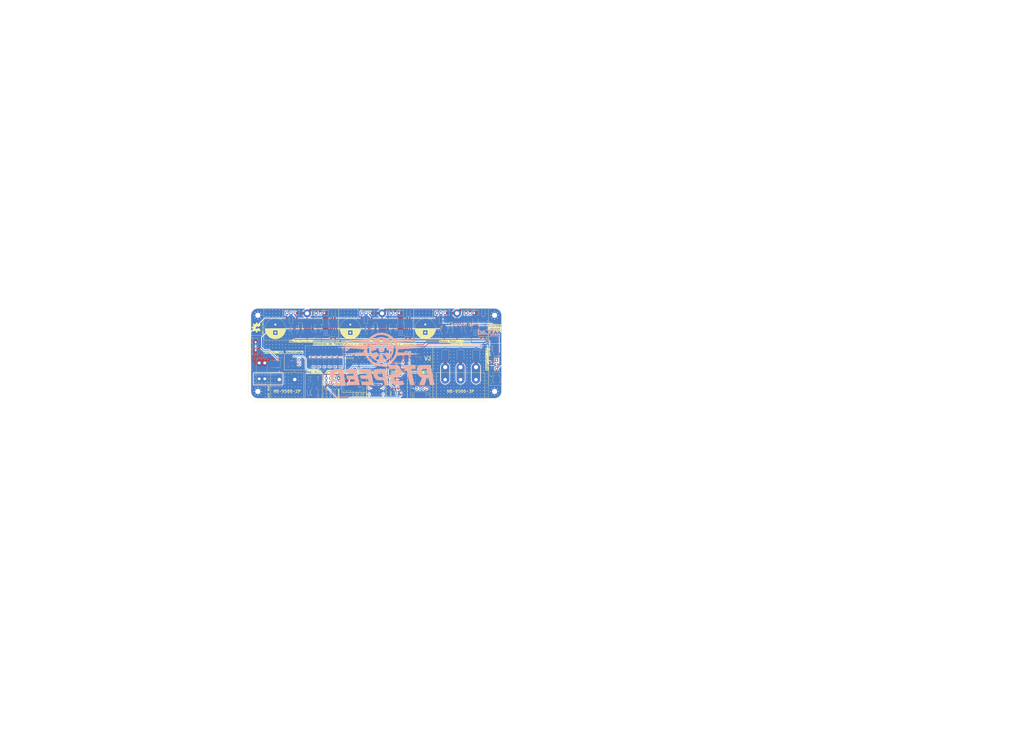
<source format=kicad_pcb>
(kicad_pcb (version 20241229) (generator "pcbnew") (generator_version "9.0")
  (title_block (title "RTSpeed") (date "2025-05-18") (rev "v1.0") (company "Adrián Teixeira de Uña"))
  (layers (0 "F.Cu" mixed) (4 "In1.Cu" power) (6 "In2.Cu" power) (2 "B.Cu" mixed) (13 "F.Paste" user) (15 "B.Paste" user) (5 "F.SilkS" user "F.Silkscreen") (7 "B.SilkS" user "B.Silkscreen") (1 "F.Mask" user) (3 "B.Mask" user) (25 "Edge.Cuts" user))
  (net 0 "")
  (net 1 "GND")
  (net 2 "+5V")
  (net 3 "+3V3")
  (net 4 "/BOOT0")
  (net 6 "VDDA")
  (net 7 "/NRST")
  (net 8 "/HSE_1")
  (net 9 "/HSE_2")
  (net 10 "/LSE_1")
  (net 11 "/LSE_2")
  (net 12 "/VCAP1")
  (net 13 "/Sensores/12V_SENS")
  (net 14 "/PC13")
  (net 15 "/USB_CC1")
  (net 16 "/USB_CC2")
  (net 17 "/SWSCK")
  (net 18 "/SWDIO")
  (net 19 "Net-(Q1-G)")
  (net 20 "Net-(Q2-G)")
  (net 21 "Net-(Q3-G)")
  (net 22 "/USB_N")
  (net 23 "/USB_P")
  (net 24 "/PA0")
  (net 25 "/PB4")
  (net 26 "/PB12")
  (net 27 "/PB0")
  (net 28 "/PB7")
  (net 29 "/PB13")
  (net 30 "/PB3")
  (net 31 "/PA3")
  (net 32 "/PB14")
  (net 33 "/PB10")
  (net 34 "/PA8")
  (net 35 "/PA9")
  (net 36 "/PA1")
  (net 37 "/PA2")
  (net 38 "/PB1")
  (net 39 "/PA7")
  (net 40 "/PA10")
  (net 41 "/PB6")
  (net 42 "/PA6")
  (net 43 "/PA5")
  (net 44 "/PA15")
  (net 45 "/I2C_SCL")
  (net 46 "/I2C_SDA")
  (net 47 "/PB5")
  (net 48 "/PA4")
  (net 49 "/PB15")
  (net 50 "+12V")
  (net 51 "+24V")
  (net 52 "/Sensores/24V_SENS")
  (net 53 "Net-(Q4-G)")
  (net 54 "Net-(Q5-G)")
  (net 55 "Net-(Q6-G)")
  (net 57 "/Medio-Puente-U/PHASE_OUT")
  (net 58 "/Medio-Puente-U/VB")
  (net 59 "/Medio-Puente-U/Shunt")
  (net 60 "/USB_R_N")
  (net 62 "/USB_R_P")
  (net 63 "Net-(R4-Pad2)")
  (net 64 "/PB2")
  (net 65 "/V_DIV_3")
  (net 66 "/V_DIV_12")
  (net 67 "Net-(R3-Pad2)")
  (net 68 "/5V fused")
  (net 69 "/24V fused")
  (net 70 "/24V in")
  (net 71 "VDC")
  (net 72 "Net-(D18-K)")
  (net 73 "/Medio-Puente-V/PHASE_OUT")
  (net 74 "/Medio-Puente-V/VB")
  (net 75 "/Medio-Puente-V/Shunt")
  (net 76 "/Medio-Puente-W/PHASE_OUT")
  (net 77 "Net-(Q7-G)")
  (net 78 "/Medio-Puente-W/VB")
  (net 79 "/Medio-Puente-W/Shunt")
  (net 80 "/Sensores/T1")
  (net 81 "/Sensores/T2")
  (net 82 "/Sensores/T3")
  (net 83 "/Sensores/T4")
  (net 84 "/Sensores/T5")
  (net 85 "/Sensores/T6")
  (net 86 "/Sensores/S1")
  (net 87 "/Sensores/S2")
  (net 88 "/Sensores/S3")
  (net 89 "/Sensores/S4")
  (net 94 "Net-(U4-REFin{slash}REFout)")
  (net 95 "Net-(D20-K)")
  (net 96 "Net-(D28-K)")
  (net 97 "Net-(D30-K)")
  (net 98 "Net-(D15-A)")
  (net 99 "Net-(D23-K)")
  (net 100 "Net-(D25-K)")
  (net 101 "Net-(D8-A)")
  (net 102 "Net-(D9-A)")
  (net 103 "Net-(Q1-D)")
  (net 104 "Net-(D16-A)")
  (net 105 "Net-(R29-Pad2)")
  (net 106 "Net-(U5-HO)")
  (net 107 "Net-(U5-LO)")
  (net 108 "Net-(R40-Pad1)")
  (net 109 "Net-(R40-Pad2)")
  (net 110 "Net-(R41-Pad1)")
  (net 111 "Net-(U7-HO)")
  (net 112 "Net-(U7-LO)")
  (net 113 "Net-(R51-Pad2)")
  (net 114 "Net-(R51-Pad1)")
  (net 115 "Net-(R52-Pad1)")
  (net 116 "Net-(U9-HO)")
  (net 117 "Net-(U9-LO)")
  (net 118 "Net-(R62-Pad2)")
  (net 119 "Net-(R62-Pad1)")
  (net 120 "Net-(D10-A)")
  (net 121 "Net-(R63-Pad1)")
  (net 122 "Net-(D19-A2)")
  (net 123 "Net-(D24-A2)")
  (net 124 "Net-(D29-A2)")
  (net 125 "/Sensores/S5")
  (net 126 "/Sensores/S6")
  (footprint "Capacitor_SMD:C_0603_1608Metric" (layer "F.Cu") (at 151.806 97.137 90)
    (property "Reference" "C7" (hide yes))
    (property "Value" "100n")
  )
  (footprint "Resistor_SMD:R_0603_1608Metric" (layer "F.Cu") (at 117.199 79.229 180)
    (property "Reference" "R41" (hide yes))
    (property "Value" "10k")
  )
  (footprint "Resistor_SMD:R_0603_1608Metric" (layer "F.Cu") (at 166.6538 110.855 180)
    (property "Reference" "R12" (hide yes))
    (property "Value" "10k")
  )
  (footprint "Capacitor_SMD:C_0603_1608Metric" (layer "F.Cu") (at 165.967 79.991 -90)
    (property "Reference" "C41" (hide yes))
    (property "Value" "100n")
  )
  (footprint "MountingHole:MountingHole_2.5mm_Pad_TopBottom" (layer "F.Cu") (at 205.8714 100.5)
    (property "Reference" "J8" (hide yes))
    (property "Value" "-")
  )
  (footprint "Capacitor_SMD:C_0603_1608Metric" (layer "F.Cu") (at 212.195 79.935 -90)
    (property "Reference" "C51" (hide yes))
    (property "Value" "100n")
  )
  (footprint "Resistor_SMD:R_0603_1608Metric" (layer "F.Cu") (at 111.80198 95.424)
    (property "Reference" "R70" (hide yes))
    (property "Value" "22R")
  )
  (footprint "Capacitor_SMD:C_0603_1608Metric" (layer "F.Cu") (at 133.837 88.693)
    (property "Reference" "C16" (hide yes))
    (property "Value" "100n")
  )
  (footprint "Resistor_SMD:R_0603_1608Metric" (layer "F.Cu") (at 90.055 98.284 90)
    (property "Reference" "R23" (hide yes))
    (property "Value" "10k")
  )
  (footprint "LED_SMD:LED_0805_2012Metric" (layer "F.Cu") (at 109.834 118.03 90)
    (property "Reference" "D8" (hide yes))
    (property "Value" "GREEN")
  )
  (footprint "Resistor_SMD:R_0805_2012Metric" (layer "F.Cu") (at 181.715 71.172001 90)
    (property "Reference" "R54" (hide yes))
    (property "Value" "10R")
  )
  (footprint "Diode_SMD:D_SMB" (layer "F.Cu") (at 81.513 98.599 180)
    (property "Reference" "D14" (hide yes))
    (property "Value" "SMBJ28CA")
  )
  (footprint "TFG-Brushless-ESC:temp sensor" (layer "F.Cu") (at 118.40598 100.25 180)
    (property "Reference" "TH5" (hide yes))
    (property "Value" "10k")
  )
  (footprint "LED_SMD:LED_0805_2012Metric" (layer "F.Cu") (at 85.704 93.519)
    (property "Reference" "D15" (hide yes))
    (property "Value" "GREEN")
  )
  (footprint "Resistor_SMD:R_0603_1608Metric" (layer "F.Cu") (at 215.244 94.198 180)
    (property "Reference" "R3" (hide yes))
    (property "Value" "390R 1%")
  )
  (footprint "ESC-TFG-KiCad:SPDT" (layer "F.Cu") (at 156.951 109.775)
    (property "Reference" "SW2" (hide yes))
    (property "Value" "NRST")
  )
  (footprint "Package_TO_SOT_SMD:SOT-89-3" (layer "F.Cu") (at 106.151 107.616 90)
    (property "Reference" "U1" (hide yes))
    (property "Value" "LM317L")
  )
  (footprint "Capacitor_SMD:CP_Elec_4x5.4" (layer "F.Cu") (at 93.831 77.451 90)
    (property "Reference" "C23" (hide yes))
    (property "Value" "2.2u")
  )
  (footprint "Connector_PinHeader_2.54mm:PinHeader_1x02_P2.54mm_Vertical" (layer "F.Cu") (at 96.77425 96.059)
    (property "Reference" "L2" (hide yes))
    (property "Value" "30mm fan")
  )
  (footprint "Inductor_SMD:L_0805_2012Metric" (layer "F.Cu") (at 163.682 89.963 180)
    (property "Reference" "L1" (hide yes))
    (property "Value" "10u")
  )
  (footprint "Resistor_SMD:R_0603_1608Metric" (layer "F.Cu") (at 209.655 79.173 180)
    (property "Reference" "R63" (hide yes))
    (property "Value" "10k")
  )
  (footprint "Resistor_SMD:R_0603_1608Metric" (layer "F.Cu") (at 109.834 114.728 -90)
    (property "Reference" "R24" (hide yes))
    (property "Value" "1k")
  )
  (footprint "Capacitor_SMD:CP_Elec_4x5.4" (layer "F.Cu") (at 201.019 76.379 90)
    (property "Reference" "C47" (hide yes))
    (property "Value" "10u")
  )
  (footprint "Resistor_SMD:R_0603_1608Metric" (layer "F.Cu") (at 154.283 69.577001 180)
    (property "Reference" "R48" (hide yes))
    (property "Value" "10k")
  )
  (footprint "Package_TO_SOT_THT:TO-220-3_Vertical" (layer "F.Cu") (at 218.49 96.208 -90)
    (property "Reference" "U2" (hide yes))
    (property "Value" "LM317")
  )
  (footprint "Diode_SMD:D_SOD-323_HandSoldering" (layer "F.Cu") (at 214.863 89.499 -90)
    (property "Reference" "D2" (hide yes))
    (property "Value" "SD12CT1")
  )
  (footprint "Package_DFN_QFN:QFN-48-1EP_7x7mm_P0.5mm_EP5.6x5.6mm" (layer "F.Cu") (at 156.759 93.708 180)
    (property "Reference" "U3" (hide yes))
    (property "Value" "STM32F411CEUx")
  )
  (footprint "Diode_SMD:D_SOD-123" (layer "F.Cu") (at 184.255 71.172001 90)
    (property "Reference" "D28" (hide yes))
    (property "Value" "1N4148")
  )
  (footprint "Package_SO:TSSOP-16_4.4x5mm_P0.65mm" (layer "F.Cu") (at 127.5475 90.979)
    (property "Reference" "U4" (hide yes))
    (property "Value" "ADS7830")
  )
  (footprint "Resistor_SMD:R_0603_1608Metric" (layer "F.Cu") (at 153.775 81.515 90)
    (property "Reference" "R49" (hide yes))
    (property "Value" "1k 1%")
  )
  (footprint "Resistor_SMD:R_0603_1608Metric" (layer "F.Cu") (at 134.345 105.584)
    (property "Reference" "R30" (hide yes))
    (property "Value" "1k")
  )
  (footprint "MountingHole:MountingHole_2.5mm_Pad_TopBottom" (layer "F.Cu") (at 194.161 67.235001)
    (property "Reference" "J7" (hide yes))
    (property "Value" "-")
  )
  (footprint "Resistor_SMD:R_0603_1608Metric" (layer "F.Cu") (at 140.059 71.228001 90)
    (property "Reference" "R42" (hide yes))
    (property "Value" "330R")
  )
  (footprint "Resistor_SMD:R_0603_1608Metric" (layer "F.Cu") (at 166.221 67.545001 90)
    (property "Reference" "R47" (hide yes))
    (property "Value" "330R")
  )
  (footprint "TFG-Brushless-ESC:temp sensor" (layer "F.Cu") (at 105.19798 100.25 180)
    (property "Reference" "TH1" (hide yes))
    (property "Value" "10k")
  )
  (footprint "Diode_SMD:D_SOD-123" (layer "F.Cu") (at 164.189 66.783001 90)
    (property "Reference" "D25" (hide yes))
    (property "Value" "1N4148")
  )
  (footprint "Capacitor_SMD:C_0603_1608Metric" (layer "F.Cu") (at 97.641 79.483 -90)
    (property "Reference" "C24" (hide yes))
    (property "Value" "100n")
  )
  (footprint "Package_TO_SOT_THT:TO-220-3_Vertical" (layer "F.Cu") (at 135.487 67.22)
    (property "Reference" "Q4" (hide yes))
    (property "Value" "IRFB4321")
  )
  (footprint "Resistor_SMD:R_0603_1608Metric" (layer "F.Cu") (at 216.006 96.484 -90)
    (property "Reference" "R7" (hide yes))
    (property "Value" "10k 1%")
  )
  (footprint "LED_SMD:LED_0805_2012Metric" (layer "F.Cu") (at 152.9295 100.628 180)
    (property "Reference" "D9" (hide yes))
    (property "Value" "GREEN")
  )
  (footprint "Capacitor_SMD:CP_Elec_4x5.4" (layer "F.Cu") (at 106.151 115.744 -90)
    (property "Reference" "C2" (hide yes))
    (property "Value" "10u")
  )
  (footprint "Capacitor_SMD:C_0603_1608Metric" (layer "F.Cu") (at 95.355 71.228 90)
    (property "Reference" "C26" (hide yes))
    (property "Value" "1n")
  )
  (footprint "Resistor_SMD:R_0603_1608Metric" (layer "F.Cu") (at 219.562 80.311 -90)
    (property "Reference" "R18" (hide yes))
    (property "Value" "10k 1%")
  )
  (footprint "Resistor_SMD:R_0603_1608Metric" (layer "F.Cu") (at 163.427 79.229 180)
    (property "Reference" "R52" (hide yes))
    (property "Value" "10k")
  )
  (footprint "MountingHole:MountingHole_3.2mm_M3_Pad_Via" (layer "F.Cu") (at 71.353 115.49)
    (property "Reference" "H1" (hide yes))
    (property "Value" "M3")
  )
  (footprint "Diode_SMD:D_SOD-323_HandSoldering" (layer "F.Cu") (at 163.935 82.531)
    (property "Reference" "D26" (hide yes))
    (property "Value" "DESD5V0U1BA")
  )
  (footprint "Resistor_SMD:R_0603_1608Metric" (layer "F.Cu") (at 115.10398 97.075 180)
    (property "Reference" "R69" (hide yes))
    (property "Value" "10k 1%")
  )
  (footprint "Fuse:Fuse_1812_4532Metric" (layer "F.Cu") (at 134.345 110.664 180)
    (property "Reference" "F1" (hide yes))
    (property "Value" "2A")
  )
  (footprint "Capacitor_SMD:C_0603_1608Metric" (layer "F.Cu") (at 215.244 108.549 -90)
    (property "Reference" "C3" (hide yes))
    (property "Value" "100n")
  )
  (footprint "TFG-Brushless-ESC:temp sensor" (layer "F.Cu") (at 115.10398 100.25 180)
    (property "Reference" "TH4" (hide yes))
    (property "Value" "10k")
  )
  (footprint "Connector_USB:USB_C_Receptacle_XKB_U262-16XN-4BVC11" (layer "F.Cu") (at 144.353 116.156)
    (property "Reference" "J2" (hide yes))
    (property "Value" "USB C Receptacle")
  )
  (footprint "Resistor_SMD:R_0603_1608Metric" (layer "F.Cu") (at 117.961 70.085 180)
    (property "Reference" "R40" (hide yes))
    (property "Value" "1k5")
  )
  (footprint "Resistor_SMD:R_0603_1608Metric" (layer "F.Cu") (at 105.389 111.426 180)
    (property "Reference" "R1" (hide yes))
    (property "Value" "240R 1%")
  )
  (footprint "Capacitor_SMD:C_0603_1608Metric" (layer "F.Cu") (at 105.19798 98.726 180)
    (property "Reference" "C53" (hide yes))
    (property "Value" "100n")
  )
  (footprint "Package_TO_SOT_THT:TO-220-3_Vertical" (layer "F.Cu") (at 107.293 67.22)
    (property "Reference" "Q3" (hide yes))
    (property "Value" "IRFB4321")
  )
  (footprint "Capacitor_SMD:C_0603_1608Metric" (layer "F.Cu") (at 166.97 93.581)
    (property "Reference" "C13" (hide yes))
    (property "Value" "20p")
  )
  (footprint "Capacitor_SMD:C_0603_1608Metric" (layer "F.Cu") (at 108.691 111.426)
    (property "Reference" "C1" (hide yes))
    (property "Value" "100n")
  )
  (footprint "Resistor_SMD:R_0603_1608Metric" (layer "F.Cu") (at 111.80198 97.075 180)
    (property "Reference" "R68" (hide yes))
    (property "Value" "10k 1%")
  )
  (footprint "Capacitor_SMD:CP_Elec_4x5.4" (layer "F.Cu") (at 218.546 107.765 -90)
    (property "Reference" "C4" (hide yes))
    (property "Value" "10u")
  )
  (footprint "Resistor_SMD:R_0603_1608Metric" (layer "F.Cu") (at 128.3725 97.583 -90)
    (property "Reference" "R20" (hide yes))
    (property "Value" "10k")
  )
  (footprint "Resistor_SMD:R_0603_1608Metric" (layer "F.Cu") (at 171.3782 110.093 -90)
    (property "Reference" "R13" (hide yes))
    (property "Value" "10k")
  )
  (footprint "Resistor_SMD:R_0603_1608Metric" (layer "F.Cu") (at 118.40598 95.424)
    (property "Reference" "R74" (hide yes))
    (property "Value" "22R")
  )
  (footprint "Capacitor_SMD:C_0603_1608Metric" (layer "F.Cu") (at 209.655 80.697)
    (property "Reference" "C52" (hide yes))
    (property "Value" "10p")
  )
  (footprint "Capacitor_SMD:C_0603_1608Metric" (layer "F.Cu") (at 143.869 79.483 -90)
    (property "Reference" "C34" (hide yes))
    (property "Value" "100n")
  )
  (footprint "Diode_SMD:D_SOD-123" (layer "F.Cu") (at 91.799 71.228 90)
    (property "Reference" "D18" (hide yes))
    (property "Value" "1N4148")
  )
  (footprint "Capacitor_SMD:C_0603_1608Metric" (layer "F.Cu") (at 141.583 71.228001 90)
    (property "Reference" "C36" (hide yes))
    (property "Value" "1n")
  )
  (footprint "Oscillator:Oscillator_SMD_Abracon_ASE-4Pin_3.2x2.5mm" (layer "F.Cu") (at 170.653 92.692)
    (property "Reference" "Y1" (hide yes))
    (property "Value" "25MHz")
  )
  (footprint "Resistor_SMD:R_0603_1608Metric" (layer "F.Cu") (at 128.249 105.584)
    (property "Reference" "R29" (hide yes))
    (property "Value" "1k")
  )
  (footprint "Resistor_SMD:R_0603_1608Metric" (layer "F.Cu") (at 121.70798 97.075 180)
    (property "Reference" "R73" (hide yes))
    (property "Value" "10k 1%")
  )
  (footprint "MountingHole:MountingHole_2.5mm_Pad_TopBottom" (layer "F.Cu") (at 101.705 67.291)
    (property "Reference" "J5" (hide yes))
    (property "Value" "-")
  )
  (footprint "Resistor_SMD:R_0603_1608Metric" (layer "F.Cu") (at 126.7215 97.583 -90)
    (property "Reference" "R21" (hide yes))
    (property "Value" "10k")
  )
  (footprint "Package_TO_SOT_SMD:SOT-523" (layer "F.Cu") (at 128.376 117.903)
    (property "Reference" "D7" (hide yes))
    (property "Value" "D5V0L2B3T")
  )
  (footprint "Resistor_SMD:R_0603_1608Metric" (layer "F.Cu") (at 108.563 72.117 180)
    (property "Reference" "R34" (hide yes))
    (property "Value" "10k 1%")
  )
  (footprint "Package_TO_SOT_SMD:SOT-23" (layer "F.Cu") (at 92.849 98.284)
    (property "Reference" "Q1" (hide yes))
    (property "Value" "DMG3402L")
  )
  (footprint "Resistor_SMD:R_0603_1608Metric" (layer "F.Cu") (at 105.19798 97.075 180)
    (property "Reference" "R64" (hide yes))
    (property "Value" "10k 1%")
  )
  (footprint "Resistor_SMD:R_0603_1608Metric" (layer "F.Cu") (at 108.055 69.577 180)
    (property "Reference" "R37" (hide yes))
    (property "Value" "10k")
  )
  (footprint "Resistor_SMD:R_0603_1608Metric" (layer "F.Cu") (at 201.019 72.061001 180)
    (property "Reference" "R56" (hide yes))
    (property "Value" "10k 1%")
  )
  (footprint "Capacitor_THT:CP_Radial_D12.5mm_P5.00mm" (layer "F.Cu") (at 82.148 74.205 -90)
    (property "Reference" "C25" (hide yes))
    (property "Value" "1000u")
  )
  (footprint "Crystal:Crystal_SMD_3215-2Pin_3.2x1.5mm" (layer "F.Cu") (at 166.6538 96.6392 -90)
    (property "Reference" "Y3" (hide yes))
    (property "Value" "32.768kHz")
  )
  (footprint "Resistor_SMD:R_0603_1608Metric" (layer "F.Cu") (at 176.0518 110.855)
    (property "Reference" "R14" (hide yes))
    (property "Value" "10k")
  )
  (footprint "Resistor_SMD:R_0805_2012Metric" (layer "F.Cu") (at 197.971 70.537001 -90)
    (property "Reference" "R57" (hide yes))
    (property "Value" "10R")
  )
  (footprint "Package_TO_SOT_THT:TO-220-3_Vertical" (layer "F.Cu") (at 199.749 67.164001)
    (property "Reference" "Q7" (hide yes))
    (property "Value" "IRFB4321")
  )
  (footprint "Capacitor_SMD:CP_Elec_4x5.4" (layer "F.Cu") (at 135.615 92.884 -90)
    (property "Reference" "C17" (hide yes))
    (property "Value" "10u")
  )
  (footprint "Capacitor_SMD:C_0603_1608Metric" (layer "F.Cu") (at 197.717 76.125 90)
    (property "Reference" "C48" (hide yes))
    (property "Value" "100n")
  )
  (footprint "MountingHole:MountingHole_3.2mm_M3_Pad_Via" (layer "F.Cu") (at 217.353 68.49)
    (property "Reference" "H3" (hide yes))
    (property "Value" "M3")
  )
  (footprint "Resistor_SMD:R_0603_1608Metric" (layer "F.Cu") (at 190.351 66.092001 90)
    (property "Reference" "R55" (hide yes))
    (property "Value" "10k")
  )
  (footprint "Capacitor_SMD:CP_Elec_4x5.4" (layer "F.Cu") (at 108.563 76.435 90)
    (property "Reference" "C27" (hide yes))
    (property "Value" "10u")
  )
  (footprint "Capacitor_SMD:C_0603_1608Metric" (layer "F.Cu") (at 216.26 83.486 -90)
    (property "Reference" "C12" (hide yes))
    (property "Value" "100n")
  )
  (footprint "Package_SO:SOIC-8_3.9x4.9mm_P1.27mm" (layer "F.Cu") (at 101.705 76.181 90)
    (property "Reference" "U5" (hide yes))
    (property "Value" "IR2103")
  )
  (footprint "Diode_SMD:D_SOD-123" (layer "F.Cu") (at 138.027 71.228001 90)
    (property "Reference" "D23" (hide yes))
    (property "Value" "1N4148")
  )
  (footprint "Resistor_SMD:R_0603_1608Metric" (layer "F.Cu") (at 154.791 72.117001 180)
    (property "Reference" "R45" (hide yes))
    (property "Value" "10k 1%")
  )
  (footprint "Resistor_SMD:R_0805_2012Metric" (layer "F.Cu") (at 151.743 70.593001 -90)
    (property "Reference" "R46" (hide yes))
    (property "Value" "10R")
  )
  (footprint "Capacitor_SMD:C_0603_1608Metric" (layer "F.Cu") (at 152.441 88.501 180)
    (property "Reference" "C20" (hide yes))
    (property "Value" "2u2 X7R Ceramic")
  )
  (footprint "Resistor_SMD:R_0603_1608Metric" (layer "F.Cu") (at 210.417 70.029001 180)
    (property "Reference" "R62" (hide yes))
    (property "Value" "1k5")
  )
  (footprint "Capacitor_SMD:C_0603_1608Metric" (layer "F.Cu") (at 150.917 90.025 180)
    (property "Reference" "C9" (hide yes))
    (property "Value" "100n")
  )
  (footprint "Resistor_SMD:R_0603_1608Metric" (layer "F.Cu") (at 119.993 67.545 90)
    (property "Reference" "R36" (hide yes))
    (property "Value" "330R")
  )
  (footprint "Capacitor_SMD:C_0603_1608Metric" (layer "F.Cu") (at 108.49998 98.726 180)
    (property "Reference" "C54" (hide yes))
    (property "Value" "100n")
  )
  (footprint "Capacitor_SMD:C_0603_1608Metric" (layer "F.Cu") (at 155.3 113.839)
    (property "Reference" "C6" (hide yes))
    (property "Value" "100n")
  )
  (footprint "Connector_PinHeader_2.54mm:PinHeader_2x04_P2.54mm_Horizontal" (layer "F.Cu") (at 121.153 107.34 -90)
    (property "Reference" "J3" (hide yes))
    (property "Value" "SWD-I^{2}C")
  )
  (footprint "Resistor_SMD:R_0603_1608Metric" (layer "F.Cu") (at 217.911 83.486 -90)
    (property "Reference" "R15" (hide yes))
    (property "Value" "240R 1%")
  )
  (footprint "Capacitor_SMD:C_0603_1608Metric" (layer "F.Cu") (at 158.602 107.235 180)
    (property "Reference" "C11" (hide yes))
    (property "Value" "100n")
  )
  (footprint "Resistor_SMD:R_0603_1608Metric" (layer "F.Cu") (at 186.287 71.172001 90)
    (property "Reference" "R53" (hide yes))
    (property "Value" "330R")
  )
  (footprint "TFG-Brushless-ESC:temp sensor" (layer "F.Cu") (at 111.80198 100.25 180)
    (property "Reference" "TH3" (hide yes))
    (property "Value" "10k")
  )
  (footprint "Package_TO_SOT_THT:TO-220-3_Vertical" (layer "F.Cu") (at 70.012 90.09 90)
    (property "Reference" "D12" (hide yes))
    (property "Value" "STPS40170C")
  )
  (footprint "Diode_SMD:D_SOD-123" (layer "F.Cu") (at 143.869 75.419 -90)
    (property "Reference" "D22" (hide yes))
    (property "Value" "1N4148")
  )
  (footprint "Resistor_SMD:R_0603_1608Metric" (layer "F.Cu") (at 200.003 81.459 90)
    (property "Reference" "R60" (hide yes))
    (property "Value" "1k 1%")
  )
  (footprint "ESC-TFG-KiCad:SPDT" (layer "F.Cu") (at 156.951 116.379)
    (property "Reference" "SW1" (hide yes))
    (property "Value" "BOOT0")
  )
  (footprint "Resistor_SMD:R_0603_1608Metric" (layer "F.Cu") (at 214.482 96.484 -90)
    (property "Reference" "R4" (hide yes))
    (property "Value" "390R 1%")
  )
  (footprint "Capacitor_SMD:C_0603_1608Metric" (layer "F.Cu") (at 190.097 79.427 -90)
    (property "Reference" "C44" (hide yes))
    (property "Value" "100n")
  )
  (footprint "MountingHole:MountingHole_3.2mm_M3_Pad_Via" (layer "F.Cu") (at 71.353 68.49)
    (property "Reference" "H2" (hide yes))
    (property "Value" "M3")
  )
  (footprint "Diode_SMD:D_SMB" (layer "F.Cu") (at 196.321 93.5912 -90)
    (property "Reference" "D24" (hide yes))
    (property "Value" "SMBJ28CA")
  )
  (footprint "Connector_JST:JST_PH_S5B-PH-K_1x05_P2.00mm_Horizontal" (layer "F.Cu") (at 167.353 113.64)
    (property "Reference" "J1" (hide yes))
    (property "Value" "SENSORES HALL")
  )
  (footprint "Resistor_SMD:R_0603_1608Metric" (layer "F.Cu") (at 102.595 110.664 90)
    (property "Reference" "R6" (hide yes))
    (property "Value" "390R 1%")
  )
  (footprint "Capacitor_SMD:C_0603_1608Metric" (layer "F.Cu") (at 169.397 95.8464)
    (property "Reference" "C19" (hide yes))
    (property "Value" "15p")
  )
  (footprint "LED_SMD:LED_0805_2012Metric" (layer "F.Cu") (at 215.244 104.358 90)
    (property "Reference" "D10" (hide yes))
    (property "Value" "GREEN")
  )
  (footprint "Diode_SMD:D_SOD-123" (layer "F.Cu") (at 117.961 66.783 90)
    (property "Reference" "D20" (hide yes))
    (property "Value" "1N4148")
  )
  (footprint "Capacitor_SMD:C_0603_1608Metric" (layer "F.Cu") (at 121.70798 98.726 180)
    (property "Reference" "C58" (hide yes))
    (property "Value" "100n")
  )
  (footprint "MountingHole:MountingHole_2.5mm_Pad_TopBottom" (layer "F.Cu") (at 147.933 67.291001)
    (property "Reference" "J6" (hide yes))
    (property "Value" "-")
  )
  (footprint "Resistor_SMD:R_0603_1608Metric" (layer "F.Cu") (at 164.189 70.085001 180)
    (property "Reference" "R51" (hide yes))
    (property "Value" "1k5")
  )
  (footprint "Resistor_SMD:R_0603_1608Metric" (layer "F.Cu") (at 214.482 101.056 -90)
    (property "Reference" "R27" (hide yes))
    (property "Value" "10k")
  )
  (footprint "Capacitor_SMD:C_0603_1608Metric" (layer "F.Cu") (at 216.26 80.311 -90)
    (property "Reference" "C15" (hide yes))
    (property "Value" "100n")
  )
  (footprint "Capacitor_SMD:C_0603_1608Metric" (layer "F.Cu") (at 155.807 81.515 -90)
    (property "Reference" "C39" (hide yes))
    (property "Value" "100n")
  )
  (footprint "Capacitor_SMD:C_0603_1608Metric" (layer "F.Cu") (at 169.397 97.472)
    (property "Reference" "C18" (hide yes))
    (property "Value" "15p")
  )
  (footprint "Capacitor_SMD:CP_Elec_4x5.4" (layer "F.Cu") (at 140.059 77.451 90)
    (property "Reference" "C33" (hide yes))
    (property "Value" "2.2u")
  )
  (footprint "Capacitor_SMD:C_0603_1608Metric" (layer "F.Cu") (at 132.313 93.392 -90)
    (property "Reference" "C21" (hide yes))
    (property "Value" "100n")
  )
  (footprint "Resistor_SMD:R_0603_1608Metric" (layer "F.Cu") (at 144.123 66.148001 90)
    (property "Reference" "R44" (hide yes))
    (property "Value" "10k")
  )
  (footprint "Resistor_SMD:R_2512_6332Metric" (layer "F.Cu") (at 113.135 72.625 -90)
    (property "Reference" "R39" (hide yes))
    (property "Value" "2mR 1%")
  )
  (footprint "Resistor_SMD:R_0603_1608Metric" (layer "F.Cu") (at 118.40598 97.075 180)
    (property "Reference" "R72" (hide yes))
    (property "Value" "10k 1%")
  )
  (footprint "Resistor_SMD:R_0805_2012Metric" (layer "F.Cu") (at 92.849 95.49 180)
    (property "Reference" "R22" (hide yes))
    (property "Value" "10R")
  )
  (footprint "Resistor_SMD:R_0603_1608Metric" (layer "F.Cu") (at 215.244 98.77)
    (property "Reference" "R5" (hide yes))
    (property "Value" "390R 1%")
  )
  (footprint "Resistor_SMD:R_0603_1608Metric" (layer "F.Cu") (at 145.2924 106.6 -90)
    (property "Reference" "R17" (hide yes))
    (property "Value" "22R")
  )
  (footprint "Capacitor_SMD:C_0603_1608Metric" (layer "F.Cu") (at 115.929 67.545 90)
    (property "Reference" "C30" (hide yes))
    (property "Value" "1n")
  )
  (footprint "Capacitor_SMD:C_0603_1608Metric" (layer "F.Cu") (at 202.035 81.459 -90)
    (property "Reference" "C49" (hide yes))
    (property "Value" "100n")
  )
  (footprint "Resistor_SMD:R_0603_1608Metric" (layer "F.Cu") (at 108.49998 97.075 180)
    (property "Reference" "R65" (hide yes))
    (property "Value" "10k 1%")
  )
  (footprint "LED_SMD:LED_0805_2012Metric" (layer "F.Cu") (at 134.345 107.489)
    (property "Reference" "D16" (hide yes))
    (property "Value" "GREEN")
  )
  (footprint "Resistor_SMD:R_0603_1608Metric" (layer "F.Cu") (at 155.3 107.235)
    (property "Reference" "R8" (hide yes))
    (property "Value" "10k")
  )
  (footprint "TFG-Brushless-ESC:Barrier_1x03" (layer "F.Cu") (at 196.353 111.99)
    (property "Reference" "J9" (hide yes))
    (property "Value" "MOTOR")
  )
  (footprint "Resistor_SMD:R_0603_1608Metric" (layer "F.Cu") (at 93.831 71.228 90)
    (property "Reference" "R31" (hide yes))
    (property "Value" "330R")
  )
  (footprint "Resistor_SMD:R_0603_1608Metric" (layer "F.Cu") (at 217.911 80.311 90)
    (property "Reference" "R19" (hide yes))
    (property "Value" "1k 1%")
  )
  (footprint "Resistor_SMD:R_2512_6332Metric" (layer "F.Cu") (at 205.591 72.569001 -90)
    (property "Reference" "R61" (hide yes))
    (property "Value" "2mR 1%")
  )
  (footprint "Capacitor_THT:CP_Radial_D12.5mm_P5.00mm" (layer "F.Cu") (at 174.604 74.149 -90)
    (property "Reference" "C45" (hide yes))
    (property "Value" "1000u")
  )
  (footprint "Capacitor_SMD:C_0603_1608Metric" (layer "F.Cu") (at 115.10398 98.726 180)
    (property "Reference" "C56" (hide yes))
    (property "Value" "100n")
  )
  (footprint "Resistor_SMD:R_0603_1608Metric" (layer "F.Cu") (at 105.19798 95.424)
    (property "Reference" "R66" (hide yes))
    (property "Value" "22R")
  )
  (footprint "Package_SO:SOIC-8_3.9x4.9mm_P1.27mm" (layer "F.Cu") (at 194.161 76.125 90)
    (property "Reference" "U9" (hide yes))
    (property "Value" "IR2103")
  )
  (footprint "Resistor_SMD:R_0603_1608Metric" (layer "F.Cu") (at 158.602 113.839 180)
    (property "Reference" "R2" (hide yes))
    (property "Value" "10k")
  )
  (footprint "MountingHole:MountingHole_2.5mm_Pad_TopBottom" (layer "F.Cu") (at 196.321 100.5)
    (property "Reference" "J10" (hide yes))
    (property "Value" "-")
  )
  (footprint "Diode_SMD:D_SOD-323_HandSoldering" (layer "F.Cu") (at 117.707 82.531)
    (property "Reference" "D21" (hide yes))
    (property "Value" "DESD5V0U1BA")
  )
  (footprint "Package_SO:SOIC-8_3.9x4.9mm_P1.27mm" (layer "F.Cu") (at 147.933 76.181 90)
    (property "Reference" "U7" (hide yes))
    (property "Value" "IR2103")
  )
  (footprint "Resistor_SMD:R_0603_1608Metric" (layer "F.Cu") (at 200.511 69.521001 180)
    (property "Reference" "R59" (hide yes))
    (property "Value" "10k")
  )
  (footprint "Resistor_SMD:R_2512_6332Metric" (layer "F.Cu") (at 159.363 72.625001 -90)
    (property "Reference" "R50" (hide yes))
    (property "Value" "2mR 1%")
  )
  (footprint "Capacitor_SMD:CP_Elec_4x5.4" (layer "F.Cu") (at 154.791 76.435 90)
    (property "Reference" "C37" (hide yes))
    (property "Value" "10u")
  )
  (footprint "Resistor_SMD:R_0603_1608Metric" (layer "F.Cu") (at 97.895 66.148 90)
    (property "Reference" "R33" (hide yes))
    (property "Value" "10k")
  )
  (footprint "Resistor_SMD:R_0603_1608Metric" (layer "F.Cu") (at 85.704 95.424)
    (property "Reference" "R28" (hide yes))
    (property "Value" "10k")
  )
  (footprint "Capacitor_SMD:C_0603_1608Metric" (layer "F.Cu") (at 105.261 76.181 90)
    (property "Reference" "C28" (hide yes))
    (property "Value" "100n")
  )
  (footprint "Resistor_SMD:R_0603_1608Metric" (layer "F.Cu") (at 107.547 81.515 90)
    (property "Reference" "R38" (hide yes))
    (property "Value" "1k 1%")
  )
  (footprint "Capacitor_SMD:CP_Elec_4x5.4" (layer "F.Cu") (at 186.287 77.395 90)
    (property "Reference" "C43" (hide yes))
    (property "Value" "2.2u")
  )
  (footprint "Package_TO_SOT_THT:TO-220-3_Vertical" (layer "F.Cu") (at 89.259 67.22)
    (property "Reference" "Q2" (hide yes))
    (property "Value" "IRFB4321")
  )
  (footprint "Resistor_SMD:R_0805_2012Metric" (layer "F.Cu") (at 89.259 71.228 90)
    (property "Reference" "R32" (hide yes))
    (property "Value" "10R")
  )
  (footprint "Resistor_SMD:R_0603_1608Metric" (layer "F.Cu") (at 216.006 101.056 90)
    (property "Reference" "R26" (hide yes))
    (property "Value" "10k")
  )
  (footprint "Capacitor_SMD:C_0603_1608Metric" (layer "F.Cu") (at 166.97 92.057)
    (property "Reference" "C14" (hide yes))
    (property "Value" "20p")
  )
  (footprint "Capacitor_SMD:C_0603_1608Metric" (layer "F.Cu") (at 119.739 79.991 -90)
    (property "Reference" "C31" (hide yes))
    (property "Value" "100n")
  )
  (footprint "Diode_SMD:D_SMA" (layer "F.Cu") (at 127.741 113.204)
    (property "Reference" "D11" (hide yes))
    (property "Value" "B240A-13-F")
  )
  (footprint "Resistor_SMD:R_0603_1608Metric" (layer "F.Cu") (at 108.49998 95.424)
    (property "Reference" "R67" (hide yes))
    (property "Value" "22R")
  )
  (footprint "Resistor_SMD:R_0603_1608Metric" (layer "F.Cu") (at 140.187 109.648)
    (property "Reference" "R9" (hide yes))
    (property "Value" "5k1")
  )
  (footprint "Resistor_SMD:R_0805_2012Metric" (layer "F.Cu") (at 135.487 71.228001 90)
    (property "Reference" "R43" (hide yes))
    (property "Value" "10R")
  )
  (footprint "Resistor_SMD:R_0603_1608Metric" (layer "F.Cu") (at 143.5144 106.6 -90)
    (property "Reference" "R16" (hide yes))
    (property "Value" "22R")
  )
  (footprint "Capacitor_SMD:C_0603_1608Metric" (layer "F.Cu") (at 187.811 71.172001 90)
    (property "Reference" "C46" (hide yes))
    (property "Value" "1n")
  )
  (footprint "Capacitor_SMD:C_0603_1608Metric" (layer "F.Cu") (at 117.199 80.753)
    (property "Reference" "C32" (hide yes))
    (property "Value" "10p")
  )
  (footprint "Diode_SMD:D_SOD-323_HandSoldering" (layer "F.Cu") (at 134.345 113.966 180)
    (property "Reference" "D13" (hide yes))
    (property "Value" "DESD5V0U1BA")
  )
  (footprint "Package_TO_SOT_THT:TO-220-3_Vertical" (layer "F.Cu") (at 181.715 67.164)
    (property "Reference" "Q6" (hide yes))
    (property "Value" "IRFB4321")
  )
  (footprint "Package_TO_SOT_SMD:SOT-523" (layer "F.Cu") (at 173.3594 110.4486 90)
    (property "Reference" "D4" (hide yes))
    (property "Value" "D5V0L2B3T")
  )
  (footprint "Capacitor_SMD:C_0603_1608Metric" (layer "F.Cu") (at 166.984 89.963)
    (property "Reference" "C10" (hide yes))
    (property "Value" "100n")
  )
  (footprint "Capacitor_SMD:CP_Elec_4x5.4" (layer "F.Cu") (at 218.419 89.753 90)
    (property "Reference" "C5" (hide yes))
    (property "Value" "10u")
  )
  (footprint "Package_SO:SOIC-8_3.9x4.9mm_P1.27mm" (layer "F.Cu") (at 117.961 74.657 -90)
    (property "Reference" "U6" (hide yes))
    (property "Value" "INA826")
  )
  (footprint "Capacitor_SMD:C_0603_1608Metric" (layer "F.Cu") (at 162.728 96.629)
    (property "Reference" "C8" (hide yes))
    (property "Value" "100n")
  )
  (footprint "TFG-Brushless-ESC:Fuseholder_Automotive" (layer "F.Cu") (at 73.893 102.79 90)
    (property "Reference" "F2" (hide yes))
    (property "Value" "15A")
  )
  (footprint "Diode_SMD:D_SOD-323_HandSoldering" (layer "F.Cu") (at 102.595 115.744 90)
    (property "Reference" "D1" (hide yes))
    (property "Value" "DESD5V0U1BA")
  )
  (footprint "TFG-Brushless-ESC:temp sensor" (layer "F.Cu") (at 121.70798 100.25 180)
    (property "Reference" "TH6" (hide yes))
    (property "Value" "10k")
  )
  (footprint "Resistor_SMD:R_0603_1608Metric" (layer "F.Cu") (at 148.569 109.648 180)
    (property "Reference" "R11" (hide yes))
    (property "Value" "5k1")
  )
  (footprint "MountingHole:MountingHole_3.2mm_M3_Pad_Via" (layer "F.Cu") (at 217.353 115.49)
    (property "Reference" "H4" (hide yes))
    (property "Value" "M3")
  )
  (footprint "Capacitor_SMD:C_0603_1608Metric" (layer "F.Cu") (at 109.579 81.515 -90)
    (property "Reference" "C29" (hide yes))
    (property "Value" "100n")
  )
  (footprint "TFG-Brushless-ESC:Barrier_1x02" (layer "F.Cu") (at 89.353 111.934)
    (property "Reference" "J4" (hide yes))
    (property "Value" "24V IN")
  )
  (footprint "Resistor_SMD:R_0805_2012Metric" (layer "F.Cu") (at 105.515 70.593 -90)
    (property "Reference" "R35" (hide yes))
    (property "Value" "10R")
  )
  (footprint "Capacitor_SMD:CP_Elec_4x5.4" (layer "F.Cu") (at 127.741 108.886)
    (property "Reference" "C22" (hide yes))
    (property "Value" "10u")
  )
  (footprint "MountingHole:MountingHole_2.5mm_Pad_TopBottom" (layer "F.Cu") (at 186.8722 100.5)
    (property "Reference" "J11" (hide yes))
    (property "Value" "-")
  )
  (footprint "Diode_SMD:D_SMB" (layer "F.Cu") (at 186.923 93.642 -90)
    (property "Reference" "D29" (hide yes))
    (property "Value" "SMBJ28CA")
  )
  (footprint "Capacitor_SMD:C_0603_1608Metric" (layer "F.Cu") (at 151.489 76.181 90)
    (property "Reference" "C38" (hide yes))
    (property "Value" "100n")
  )
  (footprint "Resistor_SMD:R_0603_1608Metric" (layer "F.Cu") (at 149.579 100.628)
    (property "Reference" "R25" (hide yes))
    (property "Value" "1k")
  )
  (footprint "Package_SO:SOIC-8_3.9x4.9mm_P1.27mm" (layer "F.Cu") (at 210.417 74.601 -90)
    (property "Reference" "U10" (hide yes))
    (property "Value" "INA826")
  )
  (footprint "TFG-Brushless-ESC:temp sensor" (layer "F.Cu") (at 108.49998 100.25 180)
    (property "Reference" "TH2" (hide yes))
    (property "Value" "10k")
  )
  (footprint "Resistor_SMD:R_0603_1608Metric" (layer "F.Cu") (at 219.562 83.486 -90)
    (property "Reference" "R10" (hide yes))
    (property "Value" "1k 1%")
  )
  (footprint "Resistor_SMD:R_0603_1608Metric" (layer "F.Cu") (at 115.10398 95.424)
    (property "Reference" "R71" (hide yes))
    (property "Value" "22R")
  )
  (footprint "Capacitor_SMD:C_0603_1608Metric" (layer "F.Cu") (at 111.80198 98.726 180)
    (property "Reference" "C55" (hide yes))
    (property "Value" "100n")
  )
  (footprint "Capacitor_THT:CP_Radial_D12.5mm_P5.00mm" (layer "F.Cu") (at 128.376 74.205 -90)
    (property "Reference" "C35" (hide yes))
    (property "Value" "1000u")
  )
  (footprint "Capacitor_SMD:C_0603_1608Metric" (layer "F.Cu") (at 118.40598 98.726 180)
    (property "Reference" "C57" (hide yes))
    (property "Value" "100n")
  )
  (footprint "Package_SO:SOIC-8_3.9x4.9mm_P1.27mm" (layer "F.Cu") (at 164.189 74.657 -90)
    (property "Reference" "U8" (hide yes))
    (property "Value" "INA826")
  )
  (footprint "Capacitor_SMD:C_0603_1608Metric" (layer "F.Cu") (at 208.385 67.489001 90)
    (property "Reference" "C50" (hide yes))
    (property "Value" "1n")
  )
  (footprint "Package_TO_SOT_SMD:SOT-523" (layer "F.Cu") (at 124.439 117.903)
    (property "Reference" "D6" (hide yes))
    (property "Value" "D5V0L2B3T")
  )
  (footprint "Diode_SMD:D_SOD-123" (layer "F.Cu") (at 210.417 66.727001 90)
    (property "Reference" "D30" (hide yes))
    (property "Value" "1N4148")
  )
  (footprint "Package_TO_SOT_THT:TO-220-3_Vertical" (layer "F.Cu") (at 153.521 67.220001)
    (property "Reference" "Q5" (hide yes))
    (property "Value" "IRFB4321")
  )
  (footprint "Diode_SMD:D_SOD-123" (layer "F.Cu") (at 190.097 75.363 -90)
    (property "Reference" "D27" (hide yes))
    (property "Value" "1N4148")
  )
  (footprint "Package_TO_SOT_SMD:SOT-523" (layer "F.Cu") (at 144.378 110.1306 90)
    (property "Reference" "D5" (hide yes))
    (property "Value" "D5V0L2B3T")
  )
  (footprint "Resistor_SMD:R_0603_1608Metric" (layer "F.Cu") (at 212.449 67.489001 90)
    (property "Reference" "R58" (hide yes))
    (property "Value" "330R")
  )
  (footprint "Package_TO_SOT_SMD:SOT-523" (layer "F.Cu") (at 169.3462 110.4486 90)
    (property "Reference" "D3" (hide yes))
    (property "Value" "D5V0L2B3T")
  )
  (footprint "Diode_SMD:D_SMB" (layer "F.Cu") (at 205.9222 93.642 -90)
    (property "Reference" "D19" (hide yes))
    (property "Value" "SMBJ28CA")
  )
  (footprint "Capacitor_SMD:C_0603_1608Metric" (layer "F.Cu") (at 163.427 80.753)
    (property "Reference" "C42" (hide yes))
    (property "Value" "10p")
  )
  (footprint "Diode_SMD:D_SOD-323_HandSoldering" (layer "F.Cu") (at 210.163 82.475)
    (property "Reference" "D31" (hide yes))
    (property "Value" "DESD5V0U1BA")
  )
  (footprint "Diode_SMD:D_SOD-123" (layer "F.Cu") (at 97.641 75.419 -90)
    (property "Reference" "D17" (hide yes))
    (property "Value" "1N4148")
  )
  (footprint "Symbol:OSHW-Logo2_9.8x8mm_SilkScreen" (layer "F.Cu") (at 71.2514 76.0144 90)
    (property "Reference" "REF**" (hide yes))
    (property "Value" "OSHW-Logo2_9.8x8mm_SilkScreen" (hide yes))
  )
  (footprint "Capacitor_SMD:C_0603_1608Metric" (layer "F.Cu") (at 162.157 67.545001 90)
    (property "Reference" "C40" (hide yes))
    (property "Value" "1n")
  )
  (footprint "Resistor_SMD:R_0603_1608Metric" (layer "F.Cu") (at 121.70798 95.424)
    (property "Reference" "R75" (hide yes))
    (property "Value" "22R")
  )
  (footprint "TFG-Brushless-ESC:logo" (layer "B.Cu") (at 147.561708 99.040726 180)
    (property "Reference" "G***" (hide yes))
    (property "Value" "LOGO" (hide yes))
  )
  (footprint "Symbol:KiCad-Logo2_5mm_SilkScreen" (layer "B.Cu") (at 213.2882 78.9648 180)
    (property "Reference" "REF**" (hide yes))
    (property "Value" "KiCad-Logo2_5mm_SilkScreen" (hide yes))
  )
  (gr_rect (start 213.593 85.899) (end 221.721 111.807) (stroke (width 0.15)) (fill no) (layer "F.SilkS"))
  (gr_rect (start 141.457 87.169) (end 179.303 102.282) (stroke (width 0.15)) (fill no) (layer "F.SilkS"))
  (gr_rect (start 179.303 87.169) (end 213.593 121.332) (stroke (width 0.15)) (fill no) (layer "F.SilkS"))
  (gr_rect (start 75.036 62.465) (end 121.264 83.801) (stroke (width 0.15)) (fill no) (layer "F.SilkS"))
  (gr_rect (start 87.736 92.122) (end 100.563 102.282) (stroke (width 0.15)) (fill no) (layer "F.SilkS"))
  (gr_rect (start 167.491 62.465) (end 213.592 83.801) (stroke (width 0.15)) (fill no) (layer "F.SilkS"))
  (gr_rect (start 163.428 104.568) (end 179.303 121.332) (stroke (width 0.15)) (fill no) (layer "F.SilkS"))
  (gr_rect (start 121.263 62.465) (end 167.491 83.801) (stroke (width 0.15)) (fill no) (layer "F.SilkS"))
  (gr_poly (pts (xy 65.511 80.946) (xy 75.036 80.946) (xy 75.036 92.122) (xy 87.736 92.122) (xy 87.736 102.282) (xy 100.563 102.282) (xy 100.563 121.332) (xy 69.067 121.332) (xy 65.511 117.776)) (stroke (width 0.15)) (fill no) (layer "F.SilkS"))
  (gr_rect (start 138.409 104.568) (end 150.347 121.332) (stroke (width 0.15)) (fill no) (layer "F.SilkS"))
  (gr_rect (start 100.563 104.568) (end 111.231 121.332) (stroke (width 0.15)) (fill no) (layer "F.SilkS"))
  (gr_rect (start 150.347 104.568) (end 163.428 121.332) (stroke (width 0.15)) (fill no) (layer "F.SilkS"))
  (gr_line (start 111.231 104.568) (end 100.563 104.568) (stroke (width 0.15)) (layer "F.SilkS"))
  (gr_rect (start 213.593 77.771) (end 221.721 85.899) (stroke (width 0.15)) (fill no) (layer "F.SilkS"))
  (gr_rect (start 100.563 87.169) (end 141.457 102.282) (stroke (width 0.15)) (fill no) (layer "F.SilkS"))
  (gr_poly (pts (xy 111.231 104.568) (xy 123.169 104.568) (xy 123.169 115.998) (xy 135.361 115.998) (xy 138.409 115.998) (xy 138.409 121.332) (xy 111.231 121.332)) (stroke (width 0.15)) (fill no) (layer "F.SilkS"))
  (gr_rect (start 123.169 104.568) (end 138.409 115.998) (stroke (width 0.15)) (fill no) (layer "F.SilkS"))
  (gr_arc (start 71.353 119.99) (mid 68.171019 118.671981) (end 66.853 115.49) (stroke (width 0.1)) (layer "Edge.Cuts"))
  (gr_line (start 66.853 115.49) (end 66.853 68.49) (stroke (width 0.1)) (layer "Edge.Cuts"))
  (gr_arc (start 66.853 68.49) (mid 68.171019 65.308019) (end 71.353 63.99) (stroke (width 0.1)) (layer "Edge.Cuts"))
  (gr_line (start 217.353 119.99) (end 71.353 119.99) (stroke (width 0.1)) (layer "Edge.Cuts"))
  (gr_line (start 71.353 63.99) (end 217.353 63.99) (stroke (width 0.1)) (layer "Edge.Cuts"))
  (gr_arc (start 221.853 115.49) (mid 220.534981 118.671981) (end 217.353 119.99) (stroke (width 0.1)) (layer "Edge.Cuts"))
  (gr_arc (start 217.353 63.99) (mid 220.534981 65.308019) (end 221.853 68.49) (stroke (width 0.1)) (layer "Edge.Cuts"))
  (gr_line (start 221.853 68.49) (end 221.853 115.49) (stroke (width 0.1)) (layer "Edge.Cuts"))
  (gr_text "V SIO SCK G\nV SDA SCL G" (at 129.5698 119.296 0) (layer "F.SilkS") (effects (font (size 1 1) (thickness 0.2) (bold yes)) (justify left bottom)))
  (gr_text "BOOT" (at 154.03 116.379 90) (layer "F.SilkS") (effects (font (size 1 1) (thickness 0.2) (bold yes)) (justify bottom)))
  (gr_text "-" (at 93.6034 103.834 0) (layer "F.SilkS") (effects (font (size 1.27 1.27) (thickness 0.254) (bold yes)) (justify left bottom)))
  (gr_text "USER" (at 156.31 101.263 0) (layer "F.SilkS") (effects (font (size 1 1) (thickness 0.2) (bold yes)) (justify bottom)))
  (gr_text "24V MAX" (at 78.7698 119.4992 90) (layer "F.SilkS") (effects (font (size 1.27 1.27) (thickness 0.254) (bold yes)) (justify left bottom)))
  (gr_text "SWD-I^{2}C" (at 117.1746 104.6148 0) (layer "F.SilkS" knockout) (effects (font (size 1.27 1.27) (thickness 0.2) (bold yes)) (justify bottom)))
  (gr_text "RESET" (at 154.03 109.775 90) (layer "F.SilkS") (effects (font (size 1 1) (thickness 0.2) (bold yes)) (justify bottom)))
  (gr_text "ADS7830" (at 127.487 95.043 0) (layer "F.SilkS") (effects (font (size 1 1) (thickness 0.25) (bold yes))))
  (gr_text "STM32F411CEUx" (at 162.666 100.377 0) (layer "F.SilkS") (effects (font (size 1 1) (thickness 0.25) (bold yes)) (justify left bottom)))
  (gr_text "Microcontrolador" (at 160.38 87.169 0) (layer "F.SilkS" knockout) (effects (font (size 1.27 1.27) (thickness 0.2) (bold yes)) (justify bottom)))
  (gr_text "Reg. 3.3V" (at 105.897 104.314 0) (layer "F.SilkS" knockout) (effects (font (size 1.27 1.27) (thickness 0.2) (bold yes)) (justify bottom)))
  (gr_text "Sensores de Temperatura y ADC" (at 120.883 86.915 0) (layer "F.SilkS" knockout) (effects (font (size 1.27 1.27) (thickness 0.2) (bold yes)) (justify bottom)))
  (gr_text "Regulador 12V" (at 213.339 95.678 90) (layer "F.SilkS" knockout) (effects (font (size 1.27 1.27) (thickness 0.2) (bold yes)) (justify bottom)))
  (gr_text "Medio Puente U" (at 98.149 83.928 0) (layer "F.SilkS" knockout) (effects (font (size 1.27 1.27) (thickness 0.2) (bold yes)) (justify top)))
  (gr_text "V2" (at 174.0198 96.8424 0) (layer "F.SilkS") (effects (font (size 2.54 2.54) (thickness 0.2) (bold yes)) (justify left bottom)))
  (gr_text "Medio Puente V" (at 144.377 83.928 0) (layer "F.SilkS" knockout) (effects (font (size 1.27 1.27) (thickness 0.2) (bold yes)) (justify top)))
  (gr_text "Ventilador" (at 94.1495 92.122 0) (layer "F.SilkS" knockout) (effects (font (size 1.27 1.27) (thickness 0.2) (bold yes)) (justify bottom)))
  (gr_text "Medio Puente W" (at 190.605 83.928 0) (layer "F.SilkS" knockout) (effects (font (size 1.27 1.27) (thickness 0.2) (bold yes)) (justify top)))
  (gr_text "+" (at 84.1038 103.8528 0) (layer "F.SilkS") (effects (font (size 1.27 1.27) (thickness 0.254) (bold yes)) (justify left bottom)))
  (gr_text "Salida motor" (at 196.3845 87.169 0) (layer "F.SilkS" knockout) (effects (font (size 1.27 1.27) (thickness 0.2) (bold yes)) (justify bottom)))
  (gr_text "Puerto USB-C" (at 144.378 104.568 0) (layer "F.SilkS" knockout) (effects (font (size 1.27 1.27) (thickness 0.2) (bold yes)) (justify bottom)))
  (gr_text "Protección 5V" (at 130.789 104.568 0) (layer "F.SilkS" knockout) (effects (font (size 1.27 1.27) (thickness 0.2) (bold yes)) (justify bottom)))
  (gr_text "Botones" (at 156.8875 104.568 0) (layer "F.SilkS" knockout) (effects (font (size 1.27 1.27) (thickness 0.2) (bold yes)) (justify bottom)))
  (gr_text "Sensores Hall" (at 171.3655 104.568 0) (layer "F.SilkS" knockout) (effects (font (size 1.27 1.27) (thickness 0.2) (bold yes)) (justify bottom)))
  (gr_text "Sensores\n12-24V" (at 217.5554 77.894 0) (layer "F.SilkS" knockout) (effects (font (size 1.27 1.27) (thickness 0.2) (bold yes)) (justify bottom)))
  (gr_text "Protec. 24V" (at 81.259 92.118 0) (layer "F.SilkS" knockout) (effects (font (size 1.27 1.27) (thickness 0.2) (bold yes)) (justify bottom)))
  (gr_text "github.com/AdriTeixeHax" (at 219.5874 75.104 0) (layer "B.SilkS") (effects (font (size 1.5 1.5) (thickness 0.3) (bold yes)) (justify left bottom mirror)))
  (segment (start 216.26 81.086) (end 215.003 81.086) (width 0.25) (layer "F.Cu") (net 1))
  (segment (start 83.6974 100.885) (end 83.6974 98.599) (width 1.524) (layer "F.Cu") (net 1))
  (segment (start 162.652 80.753) (end 161.395 80.753) (width 0.254) (layer "F.Cu") (net 1))
  (segment (start 117.326 77.132) (end 114.34 77.132) (width 0.508) (layer "F.Cu") (net 1))
  (segment (start 168.2826 109.8036) (end 168.2794 109.8004) (width 0.254) (layer "F.Cu") (net 1))
  (segment (start 215.244 105.2955) (end 215.244 106.495) (width 0.508) (layer "F.Cu") (net 1))
  (segment (start 152.568 96.121) (end 152.047 96.121) (width 0.254) (layer "F.Cu") (net 1))
  (segment (start 154.509 90.2705) (end 154.509 91.458) (width 0.254) (layer "F.Cu") (net 1))
  (segment (start 166.475 82.023) (end 166.475 81.274) (width 0.254) (layer "F.Cu") (net 1))
  (segment (start 184.003 76.335) (end 184.726 75.612) (width 0.508) (layer "F.Cu") (net 1))
  (segment (start 90.055 99.109) (end 90.18 99.234) (width 0.508) (layer "F.Cu") (net 1))
  (segment (start 167.759 89.963) (end 169.143 89.963) (width 0.25) (layer "F.Cu") (net 1))
  (segment (start 171.828 93.392) (end 173.969 93.392) (width 0.254) (layer "F.Cu") (net 1))
  (segment (start 132.3118 91.304) (end 132.313 91.3052) (width 0.254) (layer "F.Cu") (net 1))
  (segment (start 167.935 91.867) (end 167.745 92.057) (width 0.254) (layer "F.Cu") (net 1))
  (segment (start 160.571 110.85) (end 159.101 110.85) (width 0.25) (layer "F.Cu") (net 1))
  (segment (start 212.703 81.218) (end 212.195 80.71) (width 0.254) (layer "F.Cu") (net 1))
  (segment (start 208.88 80.697) (end 207.623 80.697) (width 0.254) (layer "F.Cu") (net 1))
  (segment (start 212.322 74.22) (end 211.0105 75.5315) (width 0.254) (layer "F.Cu") (net 1))
  (segment (start 198.542 82.284) (end 200.003 82.284) (width 0.254) (layer "F.Cu") (net 1))
  (segment (start 162.652 80.753) (end 162.652 82.498) (width 0.254) (layer "F.Cu") (net 1))
  (segment (start 118.5545 75.5875) (end 113.135 75.5875) (width 0.254) (layer "F.Cu") (net 1))
  (segment (start 208.88 82.442) (end 208.913 82.475) (width 0.254) (layer "F.Cu") (net 1))
  (segment (start 107.86498 98.866) (end 107.72498 98.726) (width 0.254) (layer "F.Cu") (net 1))
  (segment (start 159.101 110.85) (end 154.801 110.85) (width 0.25) (layer "F.Cu") (net 1))
  (segment (start 131.734 91.304) (end 130.41 91.304) (width 0.254) (layer "F.Cu") (net 1))
  (segment (start 84.7665 93.519) (end 83.545 93.519) (width 0.508) (layer "F.Cu") (net 1))
  (segment (start 116.457 82.531) (end 115.344 82.531) (width 0.254) (layer "F.Cu") (net 1))
  (segment (start 148.277426 111.546) (end 147.703 112.120426) (width 0.508) (layer "F.Cu") (net 1))
  (segment (start 130.41 93.254) (end 130.41 94.152) (width 0.254) (layer "F.Cu") (net 1))
  (segment (start 144.378 109.4856) (end 144.378 108.5558) (width 0.25) (layer "F.Cu") (net 1))
  (segment (start 200.053 82.234) (end 200.003 82.284) (width 0.254) (layer "F.Cu") (net 1))
  (segment (start 139.362 108.441) (end 139.362 109.648) (width 0.25) (layer "F.Cu") (net 1))
  (segment (start 120.247 81.274) (end 119.739 80.766) (width 0.254) (layer "F.Cu") (net 1))
  (segment (start 117.77098 98.866) (end 117.63098 98.726) (width 0.254) (layer "F.Cu") (net 1))
  (segment (start 126.084347 117.897347) (end 125.089653 117.897347) (width 0.25) (layer "F.Cu") (net 1))
  (segment (start 131.734 91.304) (end 132.3118 91.304) (width 0.254) (layer "F.Cu") (net 1))
  (segment (start 166.094 72.182) (end 166.094 74.276) (width 0.254) (layer "F.Cu") (net 1))
  (segment (start 143.869 80.258) (end 143.869 81.515) (width 0.508) (layer "F.Cu") (net 1))
  (segment (start 166.475 81.274) (end 165.967 80.766) (width 0.254) (layer "F.Cu") (net 1))
  (segment (start 121.07298 100.25) (end 121.07298 98.866) (width 0.254) (layer "F.Cu") (net 1))
  (segment (start 169.603 91.867) (end 167.935 91.867) (width 0.254) (layer "F.Cu") (net 1))
  (segment (start 186.923 91.496) (end 186.923 89.074) (width 1.778) (layer "F.Cu") (net 1))
  (segment (start 162.652 82.498) (end 162.685 82.531) (width 0.254) (layer "F.Cu") (net 1))
  (segment (start 159.009 95.958) (end 156.759 93.708) (width 0.254) (layer "F.Cu") (net 1))
  (segment (start 171.459 93.517) (end 171.703 93.517) (width 0.254) (layer "F.Cu") (net 1))
  (segment (start 159.377 107.235) (end 160.634 107.235) (width 0.254) (layer "F.Cu") (net 1))
  (segment (start 152.731 95.958) (end 152.568 96.121) (width 0.254) (layer "F.Cu") (net 1))
  (segment (start 164.013347 92.162347) (end 163.217694 92.958) (width 0.254) (layer "F.Cu") (net 1))
  (segment (start 125.089653 117.897347) (end 125.084 117.903) (width 0.25) (layer "F.Cu") (net 1))
  (segment (start 171.703 93.517) (end 171.828 93.392) (width 0.254) (layer "F.Cu") (net 1))
  (segment (start 91.546 77.517) (end 91.546 76.374) (width 0.508) (layer "F.Cu") (net 1))
  (segment (start 160.1965 92.958) (end 157.509 92.958) (width 0.254) (layer "F.Cu") (net 1))
  (segment (start 153.3215 95.958) (end 154.509 95.958) (width 0.254) (layer "F.Cu") (net 1))
  (segment (start 108.2315 118.9675) (end 109.834 118.9675) (width 0.508) (layer "F.Cu") (net 1))
  (segment (start 130.41 94.152) (end 130.408 94.154) (width 0.254) (layer "F.Cu") (net 1))
  (segment (start 184.003 77.478) (end 184.003 76.335) (width 0.508) (layer "F.Cu") (net 1))
  (segment (start 217.861 84.197) (end 217.911 84.247) (width 0.25) (layer "F.Cu") (net 1))
  (segment (start 107.597 82.29) (end 107.547 82.34) (width 0.254) (layer "F.Cu") (net 1))
  (segment (start 215.244 109.324) (end 215.244 110.686) (width 0.508) (layer "F.Cu") (net 1))
  (segment (start 141.003 112.120426) (end 140.428574 111.546) (width 0.508) (layer "F.Cu") (net 1))
  (segment (start 216.26 81.086) (end 217.861 81.086) (width 0.25) (layer "F.Cu") (net 1))
  (segment (start 114.46898 100.25) (end 114.46898 98.866) (width 0.254) (layer "F.Cu") (net 1))
  (segment (start 202.035 82.234) (end 200.053 82.234) (width 0.254) (layer "F.Cu") (net 1))
  (segment (start 104.56298 100.25) (end 104.56298 98.866) (width 0.254) (layer "F.Cu") (net 1))
  (segment (start 132.3 94.154) (end 132.313 94.167) (width 0.254) (layer "F.Cu") (net 1))
  (segment (start 155.807 82.29) (end 153.825 82.29) (width 0.254) (layer "F.Cu") (net 1))
  (segment (start 131.932 107.489) (end 133.4075 107.489) (width 0.508) (layer "F.Cu") (net 1))
  (segment (start 152.047 96.121) (end 151.806 96.362) (width 0.254) (layer "F.Cu") (net 1))
  (segment (start 196.321 91.496) (end 196.321 89.074) (width 1.778) (layer "F.Cu") (net 1))
  (segment (start 151.17 78.656) (end 149.838 78.656) (width 0.508) (layer "F.Cu") (net 1))
  (segment (start 90.18 99.234) (end 91.9115 99.234) (width 0.508) (layer "F.Cu") (net 1))
  (segment (start 215.003 81.086) (end 214.99 81.073) (width 0.25) (layer "F.Cu") (net 1))
  (segment (start 217.861 81.086) (end 217.911 81.136) (width 0.25) (layer "F.Cu") (net 1))
  (segment (start 216.047 95.659) (end 217.149 94.557) (width 0.508) (layer "F.Cu") (net 1))
  (segment (start 149.705 111.546) (end 148.277426 111.546) (width 0.508) (layer "F.Cu") (net 1))
  (segment (start 130.41 91.954) (end 130.41 91.304) (width 0.25) (layer "F.Cu") (net 1))
  (segment (start 211.0105 75.5315) (end 205.591 75.5315) (width 0.254) (layer "F.Cu") (net 1))
  (segment (start 104.942 78.656) (end 103.61 78.656) (width 0.508) (layer "F.Cu") (net 1))
  (segment (start 154.525 113.839) (end 153.141 113.839) (width 0.254) (layer "F.Cu") (net 1))
  (segment (start 106.086 82.34) (end 107.547 82.34) (width 0.254) (layer "F.Cu") (net 1))
  (segment (start 173.388 109.775) (end 173.3594 109.8036) (width 0.254) (layer "F.Cu") (net 1))
  (segment (start 114.46898 98.866) (end 114.32898 98.726) (width 0.254) (layer "F.Cu") (net 1))
  (segment (start 163.49 97.772) (end 163.503 97.759) (width 0.25) (layer "F.Cu") (net 1))
  (segment (start 135.615 94.684) (end 135.615 96.948) (width 0.254) (layer "F.Cu") (net 1))
  (segment (start 216.26 84.197) (end 215.003 84.197) (width 0.25) (layer "F.Cu") (net 1))
  (segment (start 154.509 95.958) (end 156.759 93.708) (width 0.254) (layer "F.Cu") (net 1))
  (segment (start 111.16698 98.866) (end 111.02698 98.726) (width 0.254) (layer "F.Cu") (net 1))
  (segment (start 151.806 96.362) (end 151.056583 96.362) (width 0.254) (layer "F.Cu") (net 1))
  (segment (start 148.888 90.025) (end 150.142 90.025) (width 0.25) (layer "F.Cu") (net 1))
  (segment (start 209.782 77.076) (end 206.796 77.076) (width 0.508) (layer "F.Cu") (net 1))
  (segment (start 197.398 78.6) (end 196.066 78.6) (width 0.508) (layer "F.Cu") (net 1))
  (segment (start 218.123 88.249) (end 218.419 87.953) (width 0.508) (layer "F.Cu") (net 1))
  (segment (start 120.247 82.023) (end 120.247 81.274) (width 0.254) (layer "F.Cu") (net 1))
  (segment (start 184.726 75.612) (end 186.288 75.612) (width 0.508) (layer "F.Cu") (net 1))
  (segment (start 151.666 88.501) (end 150.142 90.025) (width 0.25) (layer "F.Cu") (net 1))
  (segment (start 159.413 98.661) (end 159.413 98.040984) (width 0.254) (layer "F.Cu") (net 1))
  (segment (start 215.003 84.197) (end 214.99 84.184) (width 0.25) (layer "F.Cu") (net 1))
  (segment (start 119.866 72.182) (end 119.866 74.276) (width 0.254) (layer "F.Cu") (net 1))
  (segment (start 135.595 113.966) (end 136.885 113.966) (width 0.508) (layer "F.Cu") (net 1))
  (segment (start 149.394 108.378) (end 149.394 109.648) (width 0.25) (layer "F.Cu") (net 1))
  (segment (start 190.097 80.202) (end 190.097 81.459) (width 0.508) (layer "F.Cu") (net 1))
  (segment (start 135.448208 88.693) (end 135.939208 89.184) (width 0.254) (layer "F.Cu") (net 1))
  (segment (start 103.145 117.544) (end 102.595 116.994) (width 0.508) (layer "F.Cu") (net 1))
  (segment (start 212.703 81.967) (end 212.703 81.218) (width 0.254) (layer "F.Cu") (net 1))
  (segment (start 159.413 98.040984) (end 159.009 97.636984) (width 0.254) (layer "F.Cu") (net 1))
  (segment (start 215.244 109.324) (end 218.305 109.324) (width 0.508) (layer "F.Cu") (net 1))
  (segment (start 152.314 82.34) (end 153.775 82.34) (width 0.254) (layer "F.Cu") (net 1))
  (segment (start 121.07298 98.866) (end 120.93298 98.726) (width 0.254) (layer "F.Cu") (net 1))
  (segment (start 119.866 74.276) (end 118.5545 75.5875) (width 0.254) (layer "F.Cu") (net 1))
  (segment (start 214.863 88.249) (end 214.863 86.81) (width 0.508) (layer "F.Cu") (net 1))
  (segment (start 97.641 80.258) (end 97.641 81.515) (width 0.508) (layer "F.Cu") (net 1))
  (segment (start 111.16698 100.25) (end 111.16698 98.866) (width 0.254) (layer "F.Cu") (net 1))
  (segment (start 130.408 94.154) (end 132.3 94.154) (width 0.254) (layer "F.Cu") (net 1))
  (segment (start 174.35 109.775) (end 173.388 109.775) (width 0.254) (layer "F.Cu") (net 1))
  (segment (start 137.775 76.335) (end 138.498 75.612) (width 0.508) (layer "F.Cu") (net 1))
  (segment (start 109.579 82.29) (end 107.597 82.29) (width 0.254) (layer "F.Cu") (net 1))
  (segment (start 91.546 76.374) (end 92.269 75.651) (width 0.508) (layer "F.Cu") (net 1))
  (segment (start 137.775 77.478) (end 137.775 76.335) (width 0.508) (layer "F.Cu") (net 1))
  (segment (start 216.26 84.197) (end 217.861 84.197) (width 0.25) (layer "F.Cu") (net 1))
  (segment (start 116.424 80.753) (end 116.424 82.498) (width 0.254) (layer "F.Cu") (net 1))
  (segment (start 163.503 97.759) (end 163.503 96.629) (width 0.25) (layer "F.Cu") (net 1))
  (segment (start 164.7825 75.5875) (end 159.363 75.5875) (width 0.254) (layer "F.Cu") (net 1))
  (segment (start 140.428574 111.546) (end 138.98874 111.546) (width 0.508) (layer "F.Cu") (net 1))
  (segment (start 212.322 72.126) (end 212.322 74.22) (width 0.254) (layer "F.Cu") (net 1))
  (segment (start 114.34 77.132) (end 114.151 76.943) (width 0.508) (layer "F.Cu") (net 1))
  (segment (start 151.056583 96.362) (end 150.509393 96.90919) (width 0.254) (layer "F.Cu") (net 1))
  (segment (start 104.56298 98.866) (end 104.42298 98.726) (width 0.254) (layer "F.Cu") (net 1))
  (segment (start 206.797 77.838) (end 206.608 77.649) (width 0.508) (layer "F.Cu") (net 1))
  (segment (start 205.9222 91.4576) (end 205.9222 89.0356) (width 1.778) (layer "F.Cu") (net 1))
  (segment (start 117.77098 100.25) (end 117.77098 98.866) (width 0.254) (layer "F.Cu") (net 1))
  (segment (start 218.305 109.324) (end 218.546 109.565) (width 0.508) (layer "F.Cu") (net 1))
  (segment (start 153.825 82.29) (end 153.775 82.34) (width 0.254) (layer "F.Cu") (net 1))
  (segment (start 116.424 80.753) (end 115.167 80.753) (width 0.254) (layer "F.Cu") (net 1))
  (segment (start 115.344 82.531) (end 115.153 82.34) (width 0.254) (layer "F.Cu") (net 1))
  (segment (start 169.603 91.867) (end 169.809 91.867) (width 0.254) (layer "F.Cu") (net 1))
  (segment (start 109.466 111.426) (end 110.723 111.426) (width 0.508) (layer "F.Cu") (net 1))
  (segment (start 169.809 91.867) (end 171.459 93.517) (width 0.254) (layer "F.Cu") (net 1))
  (segment (start 138.498 75.612) (end 140.06 75.612) (width 0.508) (layer "F.Cu") (net 1))
  (segment (start 169.3462 109.8036) (end 168.2826 109.8036) (width 0.254) (layer "F.Cu") (net 1))
  (segment (start 166.094 74.276) (end 164.7825 75.5875) (width 0.254) (layer "F.Cu") (net 1))
  (segment (start 216.006 95.659) (end 216.047 95.659) (width 0.508) (layer "F.Cu") (net 1))
  (segment (start 159.009 97.1455) (end 159.009 95.958) (width 0.254) (layer "F.Cu") (net 1))
  (segment (start 104.119 117.544) (end 103.145 117.544) (width 0.508) (layer "F.Cu") (net 1))
  (segment (start 106.151 117.544) (end 104.119 117.544) (width 0.508) (layer "F.Cu") (net 1))
  (segment (start 153.3215 95.958) (end 152.731 95.958) (width 0.254) (layer "F.Cu") (net 1))
  (segment (start 167.745 93.581) (end 167.745 92.057) (width 0.254) (layer "F.Cu") (net 1))
  (segment (start 129.021 117.903) (end 130.154 117.903) (width 0.25) (layer "F.Cu") (net 1))
  (segment (start 134.612 88.693) (end 135.448208 88.693) (width 0.254) (layer "F.Cu") (net 1))
  (segment (start 159.009 97.636984) (end 159.009 97.1455) (width 0.254) (layer "F.Cu") (net 1))
  (segment (start 138.98874 111.546) (end 138.96687 111.56787) (width 0.508) (layer "F.Cu") (net 1))
  (segment (start 90.055 100.3035) (end 90.055 99.109) (width 0.508) (layer "F.Cu") (net 1))
  (segment (start 208.88 80.697) (end 208.88 82.442) (width 0.254) (layer "F.Cu") (net 1))
  (segment (start 171.7538 95.8464) (end 170.172 95.8464) (width 0.25) (layer "F.Cu") (net 1))
  (segment (start 129.541 110.642) (end 129.541 108.886) (width 0.508) (layer "F.Cu") (net 1))
  (segment (start 107.86498 100.25) (end 107.86498 98.866) (width 0.254) (layer "F.Cu") (net 1))
  (segment (start 92.269 75.651) (end 93.831 75.651) (width 0.508) (layer "F.Cu") (net 1))
  (segment (start 170.172 97.472) (end 170.172 95.8464) (width 0.25) (layer "F.Cu") (net 1))
  (segment (start 159.427 113.839) (end 160.761 113.839) (width 0.254) (layer "F.Cu") (net 1))
  (segment (start 102.595 109.839) (end 102.595 108.378) (width 0.508) (layer "F.Cu") (net 1))
  (segment (start 150.077 90.09) (end 150.142 90.025) (width 0.25) (layer "F.Cu") (net 1))
  (segment (start 160.569 77.894) (end 160.38 77.705) (width 0.508) (layer "F.Cu") (net 1))
  (segment (start 116.424 82.498) (end 116.457 82.531) (width 0.254) (layer "F.Cu") (net 1))
  (segment (start 214.863 88.249) (end 218.123 88.249) (width 0.508) (layer "F.Cu") (net 1))
  (segment (start 163.217694 92.958) (end 160.1965 92.958) (width 0.254) (layer "F.Cu") (net 1))
  (segment (start 163.554 77.132) (end 160.568 77.132) (width 0.508) (layer "F.Cu") (net 1))
  (segment (start 130.41 90.654) (end 130.41 91.304) (width 0.254) (layer "F.Cu") (net 1))
  (segment (start 121.153 107.34) (end 121.153 109.88) (width 0.25) (layer "F.Cu") (net 1))
  (segment (start 157.509 92.958) (end 156.759 93.708) (width 0.254) (layer "F.Cu") (net 1))
  (segment (start 154.509 91.458) (end 156.759 93.708) (width 0.254) (layer "F.Cu") (net 1))
  (via (at 78.465 86.534) (size 0.8) (drill 0.4) (layers "F.Cu" "B.Cu") (net 1))
  (via (at 102.595 118.792) (size 0.8) (drill 0.4) (layers "F.Cu" "B.Cu") (net 1))
  (via (at 82.529 69.262) (size 0.8) (drill 0.4) (layers "F.Cu" "B.Cu") (net 1))
  (via (at 210.545 112.95) (size 0.8) (drill 0.4) (layers "F.Cu" "B.Cu") (net 1))
  (via (at 132.821 65.198) (size 0.8) (drill 0.4) (layers "F.Cu" "B.Cu") (net 1))
  (via (at 204.576 79.681) (size 0.8) (drill 0.4) (layers "F.Cu" "B.Cu") (net 1))
  (via (at 208.513 114.982) (size 0.8) (drill 0.4) (layers "F.Cu" "B.Cu") (net 1))
  (via (at 118.851 114.728) (size 0.8) (drill 0.4) (layers "F.Cu" "B.Cu") (net 1))
  (via (at 77.957 114.728) (size 0.8) (drill 0.4) (layers "F.Cu" "B.Cu") (net 1))
  (via (at 190.225 102.79) (size 0.8) (drill 0.4) (layers "F.Cu" "B.Cu") (net 1))
  (via (at 151.109 117.776) (size 0.8) (drill 0.4) (layers "F.Cu" "B.Cu") (net 1))
  (via (at 151.17 78.656) (size 0.8) (drill 0.4) (layers "F.Cu" "B.Cu") (net 1))
  (via (at 177.017 79.93) (size 0.8) (drill 0.4) (layers "F.Cu" "B.Cu") (net 1))
  (via (at 80.497 69.262) (size 0.8) (drill 0.4) (layers "F.Cu" "B.Cu") (net 1))
  (via (at 202.417 90.598) (size 0.8) (drill 0.4) (layers "F.Cu" "B.Cu") (net 1))
  (via (at 124.693 69.262) (size 0.8) (drill 0.4) (layers "F.Cu" "B.Cu") (net 1))
  (via (at 163.809 108.378) (size 0.8) (drill 0.4) (layers "F.Cu" "B.Cu") (net 1))
  (via (at 178.033 95.424) (size 0.8) (drill 0.4) (layers "F.Cu" "B.Cu") (net 1))
  (via (at 82.021 114.728) (size 0.8) (drill 0.4) (layers "F.Cu" "B.Cu") (net 1))
  (via (at 136.377 115.744) (size 0.8) (drill 0.4) (layers "F.Cu" "B.Cu") (net 1))
  (via (at 167.873 101.52) (size 0.8) (drill 0.4) (layers "F.Cu" "B.Cu") (net 1))
  (via (at 202.417 106.854) (size 0.8) (drill 0.4) (layers "F.Cu" "B.Cu") (net 1))
  (via (at 200.385 119.046) (size 0.8) (drill 0.4) (layers "F.Cu" "B.Cu") (net 1))
  (via (at 132.313 91.3052) (size 0.8) (drill 0.4) (layers "F.Cu" "B.Cu") (net 1))
  (via (at 86.085 118.792) (size 0.8) (drill 0.4) (layers "F.Cu" "B.Cu") (net 1))
  (via (at 168.889 81.962) (size 0.8) (drill 0.4) (layers "F.Cu" "B.Cu") (net 1))
  (via (at 180.065 114.982) (size 0.8) (drill 0.4) (layers "F.Cu" "B.Cu") (net 1))
  (via (at 206.481 117.014) (size 0.8) (drill 0.4) (layers "F.Cu" "B.Cu") (net 1))
  (via (at 176.001 108.378) (size 0.8) (drill 0.4) (layers "F.Cu" "B.Cu") (net 1))
  (via (at 170.921 65.198) (size 0.8) (drill 0.4) (layers "F.Cu" "B.Cu") (net 1))
  (via (at 200.385 112.95) (size 0.8) (drill 0.4) (layers "F.Cu" "B.Cu") (net 1))
  (via (at 92.181 104.568) (size 0.8) (drill 0.4) (layers "F.Cu" "B.Cu") (net 1))
  (via (at 98.277 110.664) (size 0.8) (drill 0.4) (layers "F.Cu" "B.Cu") (net 1))
  (via (at 190.225 96.694) (size 0.8) (drill 0.4) (layers "F.Cu" "B.Cu") (net 1))
  (via (at 138.917 89.074) (size 0.8) (drill 0.4) (layers "F.Cu" "B.Cu") (net 1))
  (via (at 161.777 115.236) (size 0.8) (drill 0.4) (layers "F.Cu" "B.Cu") (net 1))
  (via (at 96.245 108.632) (size 0.8) (drill 0.4) (layers "F.Cu" "B.Cu") (net 1))
  (via (at 198.353 112.95) (size 0.8) (drill 0.4) (layers "F.Cu" "B.Cu") (net 1))
  (via (at 159.364 79.737) (size 0.8) (drill 0.4) (layers "F.Cu" "B.Cu") (net 1))
  (via (at 97.641 81.515) (size 0.8) (drill 0.4) (layers "F.Cu" "B.Cu") (net 1))
  (via (at 190.225 110.918) (size 0.8) (drill 0.4) (layers "F.Cu" "B.Cu") (net 1))
  (via (at 92.181 114.728) (size 0.8) (drill 0.4) (layers "F.Cu" "B.Cu") (net 1))
  (via (at 112.119 80.753) (size 0.8) (drill 0.4) (layers "F.Cu" "B.Cu") (net 1))
  (via (at 162.031 100.504) (size 0.8) (drill 0.4) (layers "F.Cu" "B.Cu") (net 1))
  (via (at 151.109 115.744) (size 0.8) (drill 0.4) (layers "F.Cu" "B.Cu") (net 1))
  (via (at 113.135 77.705) (size 0.8) (drill 0.4) (layers "F.Cu" "B.Cu") (net 1))
  (via (at 165.841 101.52) (size 0.8) (drill 0.4) (layers "F.Cu" "B.Cu") (net 1))
  (via (at 166.475 82.023) (size 0.8) (drill 0.4) (layers "F.Cu" "B.Cu") (net 1))
  (via (at 116.057 118.792) (size 0.8) (drill 0.4) (layers "F.Cu" "B.Cu") (net 1))
  (via (at 184.129 114.982) (size 0.8) (drill 0.4) (layers "F.Cu" "B.Cu") (net 1))
  (via (at 197.398 78.6) (size 0.8) (drill 0.4) (layers "F.Cu" "B.Cu") (net 1))
  (via (at 190.097 81.459) (size 0.8) (drill 0.4) (layers "F.Cu" "B.Cu") (net 1))
  (via (at 192.257 98.726) (size 0.8) (drill 0.4) (layers "F.Cu" "B.Cu") (net 1))
  (via (at 130.154 117.903) (size 0.8) (drill 0.4) (layers "F.Cu" "B.Cu") (net 1))
  (via (at 78.465 84.502) (size 0.8) (drill 0.4) (layers "F.Cu" "B.Cu") (net 1))
  (via (at 76.433 67.23) (size 0.8) (drill 0.4) (layers "F.Cu" "B.Cu") (net 1))
  (via (at 212.577 102.536) (size 0.8) (drill 0.4) (layers "F.Cu" "B.Cu") (net 1))
  (via (at 124.185 115.744) (size 0.8) (drill 0.4) (layers "F.Cu" "B.Cu") (net 1))
  (via (at 98.277 116.76) (size 0.8) (drill 0.4) (layers "F.Cu" "B.Cu") (net 1))
  (via (at 121.137 88.566) (size 0.8) (drill 0.4) (layers "F.Cu" "B.Cu") (net 1))
  (via (at 86.085 114.728) (size 0.8) (drill 0.4) (layers "F.Cu" "B.Cu") (net 1))
  (via (at 78.465 69.262) (size 0.8) (drill 0.4) (layers "F.Cu" "B.Cu") (net 1))
  (via (at 172.953 69.262) (size 0.8) (drill 0.4) (layers "F.Cu" "B.Cu") (net 1))
  (via (at 188.193 117.014) (size 0.8) (drill 0.4) (layers "F.Cu" "B.Cu") (net 1))
  (via (at 176.001 93.392) (size 0.8) (drill 0.4) (layers "F.Cu" "B.Cu") (net 1))
  (via (at 146.283 117.014) (size 0.8) (drill 0.4) (layers "F.Cu" "B.Cu") (net 1))
  (via (at 181.081 77.898) (size 0.8) (drill 0.4) (layers "F.Cu" "B.Cu") (net 1))
  (via (at 80.497 88.566) (size 0.8) (drill 0.4) (layers "F.Cu" "B.Cu") (net 1))
  (via (at 202.417 119.046) (size 0.8) (drill 0.4) (layers "F.Cu" "B.Cu") (net 1))
  (via (at 115.153 82.34) (size 0.8) (drill 0.4) (layers "F.Cu" "B.Cu") (net 1))
  (via (at 176.001 106.092) (size 0.8) (drill 0.4) (layers "F.Cu" "B.Cu") (net 1))
  (via (at 124.693 67.23) (size 0.8) (drill 0.4) (layers "F.Cu" "B.Cu") (net 1))
  (via (at 205.592 79.681) (size 0.8) (drill 0.4) (layers "F.Cu" "B.Cu") (net 1))
  (via (at 212.577 110.664) (size 0.8) (drill 0.4) (layers "F.Cu" "B.Cu") (net 1))
  (via (at 194.289 112.95) (size 0.8) (drill 0.4) (layers "F.Cu" "B.Cu") (net 1))
  (via (at 192.257 114.982) (size 0.8) (drill 0.4) (layers "F.Cu" "B.Cu") (net 1))
  (via (at 178.033 93.392) (size 0.8) (drill 0.4) (layers "F.Cu" "B.Cu") (net 1))
  (via (at 204.449 112.95) (size 0.8) (drill 0.4) (layers "F.Cu" "B.Cu") (net 1))
  (via (at 140.949 89.074) (size 0.8) (drill 0.4) (layers "F.Cu" "B.Cu") (net 1))
  (via (at 190.225 98.726) (size 0.8) (drill 0.4) (layers "F.Cu" "B.Cu") (net 1))
  (via (at 183.113 79.93) (size 0.8) (drill 0.4) (layers "F.Cu" "B.Cu") (net 1))
  (via (at 202.417 108.886) (size 0.8) (drill 0.4) (layers "F.Cu" "B.Cu") (net 1))
  (via (at 148.888 90.025) (size 0.8) (drill 0.4) (layers "F.Cu" "B.Cu") (net 1))
  (via (at 182.097 103.806) (size 0.8) (drill 0.4) (layers "F.Cu" "B.Cu") (net 1))
  (via (at 128.757 65.198) (size 0.8) (drill 0.4) (layers "F.Cu" "B.Cu") (net 1))
  (via (at 75.925 114.728) (size 0.8) (drill 0.4) (layers "F.Cu" "B.Cu") (net 1))
  (via (at 146.283 114.982) (size 0.8) (drill 0.4) (layers "F.Cu" "B.Cu") (net 1))
  (via (at 75.925 118.792) (size 0.8) (drill 0.4) (layers "F.Cu" "B.Cu") (net 1))
  (via (at 160.38 78.721) (size 0.8) (drill 0.4) (layers "F.Cu" "B.Cu") (net 1))
  (via (at 202.417 102.79) (size 0.8) (drill 0.4) (layers "F.Cu" "B.Cu") (net 1))
  (via (at 78.465 80.438) (size 0.8) (drill 0.4) (layers "F.Cu" "B.Cu") (net 1))
  (via (at 96.245 106.6) (size 0.8) (drill 0.4) (layers "F.Cu" "B.Cu") (net 1))
  (via (at 179.049 69.262) (size 0.8) (drill 0.4) (layers "F.Cu" "B.Cu") (net 1))
  (via (at 180.065 93.392) (size 0.8) (drill 0.4) (layers "F.Cu" "B.Cu") (net 1))
  (via (at 90.149 110.664) (size 0.8) (drill 0.4) (layers "F.Cu" "B.Cu") (net 1))
  (via (at 178.033 110.664) (size 0.8) (drill 0.4) (layers "F.Cu" "B.Cu") (net 1))
  (via (at 136.885 113.966) (size 0.8) (drill 0.4) (layers "F.Cu" "B.Cu") (net 1))
  (via (at 151.109 107.616) (size 0.8) (drill 0.4) (layers "F.Cu" "B.Cu") (net 1))
  (via (at 142.981 94.154) (size 0.8) (drill 0.4) (layers "F.Cu" "B.Cu") (net 1))
  (via (at 84.561 86.534) (size 0.8) (drill 0.4) (layers "F.Cu" "B.Cu") (net 1))
  (via (at 180.065 108.378) (size 0.8) (drill 0.4) (layers "F.Cu" "B.Cu") (net 1))
  (via (at 147.045 89.074) (size 0.8) (drill 0.4) (layers "F.Cu" "B.Cu") (net 1))
  (via (at 102.849 90.598) (size 0.8) (drill 0.4) (layers "F.Cu" "B.Cu") (net 1))
  (via (at 94.213 118.792) (size 0.8) (drill 0.4) (layers "F.Cu" "B.Cu") (net 1))
  (via (at 200.385 100.758) (size 0.8) (drill 0.4) (layers "F.Cu" "B.Cu") (net 1))
  (via (at 119.105 88.566) (size 0.8) (drill 0.4) (layers "F.Cu" "B.Cu") (net 1))
  (via (at 136.885 81.962) (size 0.8) (drill 0.4) (layers "F.Cu" "B.Cu") (net 1))
  (via (at 179.049 65.198) (size 0.8) (drill 0.4) (layers "F.Cu" "B.Cu") (net 1))
  (via (at 202.417 92.63) (size 0.8) (drill 0.4) (layers "F.Cu" "B.Cu") (net 1))
  (via (at 108.2315 118.9675) (size 0.8) (drill 0.4) (layers "F.Cu" "B.Cu") (net 1))
  (via (at 84.561 90.598) (size 0.8) (drill 0.4) (layers "F.Cu" "B.Cu") (net 1))
  (via (at 90.657 92.63) (size 0.8) (drill 0.4) (layers "F.Cu" "B.Cu") (net 1))
  (via (at 98.277 108.632) (size 0.8) (drill 0.4) (layers "F.Cu" "B.Cu") (net 1))
  (via (at 98.785 88.566) (size 0.8) (drill 0.4) (layers "F.Cu" "B.Cu") (net 1))
  (via (at 163.49 97.772) (size 0.8) (drill 0.4) (layers "F.Cu" "B.Cu") (net 1))
  (via (at 114.151 77.705) (size 0.8) (drill 0.4) (layers "F.Cu" "B.Cu") (net 1))
  (via (at 196.321 89.074) (size 0.8) (drill 0.4) (layers "F.Cu" "B.Cu") (net 1))
  (via (at 152.314 82.34) (size 0.8) (drill 0.4) (layers "F.Cu" "B.Cu") (net 1))
  (via (at 88.117 116.76) (size 0.8) (drill 0.4) (layers "F.Cu" "B.Cu") (net 1))
  (via (at 174.985 67.23) (size 0.8) (drill 0.4) (layers "F.Cu" "B.Cu") (net 1))
  (via (at 106.086 82.34) (size 0.8) (drill 0.4) (layers "F.Cu" "B.Cu") (net 1))
  (via (at 124.693 81.962) (size 0.8) (drill 0.4) (layers "F.Cu" "B.Cu") (net 1))
  (via (at 96.245 110.664) (size 0.8) (drill 0.4) (layers "F.Cu" "B.Cu") (net 1))
  (via (at 149.394 108.378) (size 0.8) (drill 0.4) (layers "F.Cu" "B.Cu") (net 1))
  (via (at 98.277 118.792) (size 0.8) (drill 0.4) (layers "F.Cu" "B.Cu") (net 1))
  (via (at 138.409 117.776) (size 0.8) (drill 0.4) (layers "F.Cu" "B.Cu") (net 1))
  (via (at 113.135 79.737) (size 0.8) (drill 0.4) (layers "F.Cu" "B.Cu") (net 1))
  (via (at 138.917 91.106) (size 0.8) (drill 0.4) (layers "F.Cu" "B.Cu") (net 1))
  (via (at 98.277 112.696) (size 0.8) (drill 0.4) (layers "F.Cu" "B.Cu") (net 1))
  (via (at 160.571 110.85) (size 0.8) (drill 0.4) (layers "F.Cu" "B.Cu") (net 1))
  (via (at 86.593 67.23) (size 0.8) (drill 0.4) (layers "F.Cu" "B.Cu") (net 1))
  (via (at 82.021 112.696) (size 0.8) (drill 0.4) (layers "F.Cu" "B.Cu") (net 1))
  (via (at 98.277 114.728) (size 0.8) (drill 0.4) (layers "F.Cu" "B.Cu") (net 1))
  (via (at 90.657 90.598) (size 0.8) (drill 0.4) (layers "F.Cu" "B.Cu") (net 1))
  (via (at 190.225 90.598) (size 0.8) (drill 0.4) (layers "F.Cu" "B.Cu") (net 1))
  (via (at 176.001 101.52) (size 0.8) (drill 0.4) (layers "F.Cu" "B.Cu") (net 1))
  (via (at 78.465 82.47) (size 0.8) (drill 0.4) (layers "F.Cu" "B.Cu") (net 1))
  (via (at 212.703 81.967) (size 0.8) (drill 0.4) (layers "F.Cu" "B.Cu") (net 1))
  (via (at 171.937 101.52) (size 0.8) (drill 0.4) (layers "F.Cu" "B.Cu") (net 1))
  (via (at 214.99 84.184) (size 0.8) (drill 0.4) (layers "F.Cu" "B.Cu") (net 1))
  (via (at 206.608 77.649) (size 0.8) (drill 0.4) (layers "F.Cu" "B.Cu") (net 1))
  (via (at 136.885 98.218) (size 0.8) (drill 0.4) (layers "F.Cu" "B.Cu") (net 1))
  (via (at 86.085 112.696) (size 0.8) (drill 0.4) (layers "F.Cu" "B.Cu") (net 1))
  (via (at 82.529 86.534) (size 0.8) (drill 0.4) (layers "F.Cu" "B.Cu") (net 1))
  (via (at 192.257 94.662) (size 0.8) (drill 0.4) (layers "F.Cu" "B.Cu") (net 1))
  (via (at 158.348 78.721) (size 0.8) (drill 0.4) (layers "F.Cu" "B.Cu") (net 1))
  (via (at 204.449 117.014) (size 0.8) (drill 0.4) (layers "F.Cu" "B.Cu") (net 1))
  (via (at 173.969 91.36) (size 0.8) (drill 0.4) (layers "F.Cu" "B.Cu") (net 1))
  (via (at 90.657 78.406) (size 0.8) (drill 0.4) (layers "F.Cu" "B.Cu") (net 1))
  (via (at 182.097 95.424) (size 0.8) (drill 0.4) (layers "F.Cu" "B.Cu") (net 1))
  (via (at 126.725 100.758) (size 0.8) (drill 0.4) (layers "F.Cu" "B.Cu") (net 1))
  (via (at 151.109 113.712) (size 0.8) (drill 0.4) (layers "F.Cu" "B.Cu") (net 1))
  (via (at 88.625 65.198) (size 0.8) (drill 0.4) (layers "F.Cu" "B.Cu") (net 1))
  (via (at 170.921 67.23) (size 0.8) (drill 0.4) (layers "F.Cu" "B.Cu") (net 1))
  (via (at 200.385 90.598) (size 0.8) (drill 0.4) (layers "F.Cu" "B.Cu") (net 1))
  (via (at 84.561 88.566) (size 0.8) (drill 0.4) (layers "F.Cu" "B.Cu") (net 1))
  (via (at 150.509393 96.90919) (size 0.8) (drill 0.4) (layers "F.Cu" "B.Cu") (net 1))
  (via (at 192.257 106.854) (size 0.8) (drill 0.4) (layers "F.Cu" "B.Cu") (net 1))
  (via (at 82.529 88.566) (size 0.8) (drill 0.4) (layers "F.Cu" "B.Cu") (net 1))
  (via (at 180.065 119.046) (size 0.8) (drill 0.4) (layers "F.Cu" "B.Cu") (net 1))
  (via (at 100.817 88.566) (size 0.8) (drill 0.4) (layers "F.Cu" "B.Cu") (net 1))
  (via (at 114.151 80.753) (size 0.8) (drill 0.4) (layers "F.Cu" "B.Cu") (net 1))
  (via (at 88.625 84.502) (size 0.8) (drill 0.4) (layers "F.Cu" "B.Cu") (net 1))
  (via (at 134.853 81.962) (size 0.8) (drill 0.4) (layers "F.Cu" "B.Cu") (net 1))
  (via (at 177.017 81.962) (size 0.8) (drill 0.4) (layers "F.Cu" "B.Cu") (net 1))
  (via (at 147.045 91.106) (size 0.8) (drill 0.4) (layers "F.Cu" "B.Cu") (net 1))
  (via (at 138.917 98.218) (size 0.8) (drill 0.4) (layers "F.Cu" "B.Cu") (net 1))
  (via (at 84.561 84.502) (size 0.8) (drill 0.4) (layers "F.Cu" "B.Cu") (net 1))
  (via (at 115.041 88.566) (size 0.8) (drill 0.4) (layers "F.Cu" "B.Cu") (net 1))
  (via (at 210.545 114.982) (size 0.8) (drill 0.4) (layers "F.Cu" "B.Cu") (net 1))
  (via (at 170.921 69.262) (size 0.8) (drill 0.4) (layers "F.Cu" "B.Cu") (net 1))
  (via (at 79.989 118.792) (size 0.8) (drill 0.4) (layers "F.Cu" "B.Cu") (net 1))
  (via (at 98.785 90.598) (size 0.8) (drill 0.4) (layers "F.Cu" "B.Cu") (net 1))
  (via (at 192.257 102.79) (size 0.8) (drill 0.4) (layers "F.Cu" "B.Cu") (net 1))
  (via (at 200.385 108.886) (size 0.8) (drill 0.4) (layers "F.Cu" "B.Cu") (net 1))
  (via (at 92.181 110.664) (size 0.8) (drill 0.4) (layers "F.Cu" "B.Cu") (net 1))
  (via (at 206.608 79.681) (size 0.8) (drill 0.4) (layers "F.Cu" "B.Cu") (net 1))
  (via (at 170.921 81.962) (size 0.8) (drill 0.4) (layers "F.Cu" "B.Cu") (net 1))
  (via (at 114.025 116.76) (size 0.8) (drill 0.4) (layers "F.Cu" "B.Cu") (net 1))
  (via (at 208.513 96.44) (size 0.8) (drill 0.4) (layers "F.Cu" "B.Cu") (net 1))
  (via (at 122.661 69.262) (size 0.8) (drill 0.4) (layers "F.Cu" "B.Cu") (net 1))
  (via (at 110.977 88.566) (size 0.8) (drill 0.4) (layers "F.Cu" "B.Cu") (net 1))
  (via (at 121.137 114.728) (size 0.8) (drill 0.4) (layers "F.Cu" "B.Cu") (net 1))
  (via (at 158.348 77.705) (size 0.8) (drill 0.4) (layers "F.Cu" "B.Cu") (net 1))
  (via (at 158.348 80.753) (size 0.8) (drill 0.4) (layers "F.Cu" "B.Cu") (net 1))
  (via (at 144.251 117.014) (size 0.8) (drill 0.4) (layers "F.Cu" "B.Cu") (net 1))
  (via (at 76.433 84.502) (size 0.8) (drill 0.4) (layers "F.Cu" "B.Cu") (net 1))
  (via (at 126.725 81.962) (size 0.8) (drill 0.4) (layers "F.Cu" "B.Cu") (net 1))
  (via (at 155.173 105.838) (size 0.8) (drill 0.4) (layers "F.Cu" "B.Cu") (net 1))
  (via (at 204.576 77.649) (size 0.8) (drill 0.4) (layers "F.Cu" "B.Cu") (net 1))
  (via (at 144.251 114.982) (size 0.8) (drill 0.4) (layers "F.Cu" "B.Cu") (net 1))
  (via (at 202.417 114.982) (size 0.8) (drill 0.4) (layers "F.Cu" "B.Cu") (net 1))
  (via (at 100.817 90.598) (size 0.8) (drill 0.4) (layers "F.Cu" "B.Cu") (net 1))
  (via (at 128.249 115.744) (size 0.8) (drill 0.4) (layers "F.Cu" "B.Cu") (net 1))
  (via (at 114.025 114.728) (size 0.8) (drill 0.4) (layers "F.Cu" "B.Cu") (net 1))
  (via (at 77.957 112.696) (size 0.8) (drill 0.4) (layers "F.Cu" "B.Cu") (net 1))
  (via (at 122.661 67.23) (size 0.8) (drill 0.4) (layers "F.Cu" "B.Cu") (net 1))
  (via (at 210.545 117.014) (size 0.8) (drill 0.4) (layers "F.Cu" "B.Cu") (net 1))
  (via (at 82.021 116.76) (size 0.8) (drill 0.4) (layers "F.Cu" "B.Cu") (net 1))
  (via (at 212.577 119.046) (size 0.8) (drill 0.4) (layers "F.Cu" "B.Cu") (net 1))
  (via (at 76.433 88.566) (size 0.8) (drill 0.4) (layers "F.Cu" "B.Cu") (net 1))
  (via (at 165.841 106.092) (size 0.8) (drill 0.4) (layers "F.Cu" "B.Cu") (net 1))
  (via (at 196.321 112.95) (size 0.8) (drill 0.4) (layers "F.Cu" "B.Cu") (net 1))
  (via (at 160.634 107.235) (size 0.8) (drill 0.4) (layers "F.Cu" "B.Cu") (net 1))
  (via (at 200.385 102.79) (size 0.8) (drill 0.4) (layers "F.Cu" "B.Cu") (net 1))
  (via (at 134.853 98.218) (size 0.8) (drill 0.4) (layers "F.Cu" "B.Cu") (net 1))
  (via (at 177.017 65.198) (size 0.8) (drill 0.4) (layers "F.Cu" "B.Cu") (net 1))
  (via (at 76.433 82.47) (size 0.8) (drill 0.4) (layers "F.Cu" "B.Cu") (net 1))
  (via (at 202.417 96.694) (size 0.8) (drill 0.4) (layers "F.Cu" "B.Cu") (net 1))
  (via (at 179.049 79.93) (size 0.8) (drill 0.4) (layers "F.Cu" "B.Cu") (net 1))
  (via (at 190.225 119.046) (size 0.8) (drill 0.4) (layers "F.Cu" "B.Cu") (net 1))
  (via (at 180.065 117.014) (size 0.8) (drill 0.4) (layers "F.Cu" "B.Cu") (net 1))
  (via (at 178.033 108.378) (size 0.8) (drill 0.4) (layers "F.Cu" "B.Cu") (net 1))
  (via (at 179.049 81.962) (size 0.8) (drill 0.4) (layers "F.Cu" "B.Cu") (net 1))
  (via (at 186.161 112.95) (size 0.8) (drill 0.4) (layers "F.Cu" "B.Cu") (net 1))
  (via (at 88.117 110.664) (size 0.8) (drill 0.4) (layers "F.Cu" "B.Cu") (net 1))
  (via (at 80.497 65.198) (size 0.8) (drill 0.4) (layers "F.Cu" "B.Cu") (net 1))
  (via (at 92.689 92.63) (size 0.8) (drill 0.4) (layers "F.Cu" "B.Cu") (net 1))
  (via (at 169.905 101.52) (size 0.8) (drill 0.4) (layers "F.Cu" "B.Cu") (net 1))
  (via (at 180.065 110.664) (size 0.8) (drill 0.4) (layers "F.Cu" "B.Cu") (net 1))
  (via (at 161.395 80.753) (size 0.8) (drill 0.4) (layers "F.Cu" "B.Cu") (net 1))
  (via (at 90.055 100.3035) (size 0.8) (drill 0.4) (layers "F.Cu" "B.Cu") (net 1))
  (via (at 182.097 108.378) (size 0.8) (drill 0.4) (layers "F.Cu" "B.Cu") (net 1))
  (via (at 180.065 101.52) (size 0.8) (drill 0.4) (layers "F.Cu" "B.Cu") (net 1))
  (via (at 76.433 86.534) (size 0.8) (drill 0.4) (layers "F.Cu" "B.Cu") (net 1))
  (via (at 88.625 86.534) (size 0.8) (drill 0.4) (layers "F.Cu" "B.Cu") (net 1))
  (via (at 88.625 80.438) (size 0.8) (drill 0.4) (layers "F.Cu" "B.Cu") (net 1))
  (via (at 90.149 106.6) (size 0.8) (drill 0.4) (layers "F.Cu" "B.Cu") (net 1))
  (via (at 182.097 99.488) (size 0.8) (drill 0.4) (layers "F.Cu" "B.Cu") (net 1))
  (via (at 212.577 112.95) (size 0.8) (drill 0.4) (layers "F.Cu" "B.Cu") (net 1))
  (via (at 92.689 86.534) (size 0.8) (drill 0.4) (layers "F.Cu" "B.Cu") (net 1))
  (via (at 212.577 108.632) (size 0.8) (drill 0.4) (layers "F.Cu" "B.Cu") (net 1))
  (via (at 80.497 67.23) (size 0.8) (drill 0.4) (layers "F.Cu" "B.Cu") (net 1))
  (via (at 202.417 112.95) (size 0.8) (drill 0.4) (layers "F.Cu" "B.Cu") (net 1))
  (via (at 137.393 106.6) (size 0.8) (drill 0.4) (layers "F.Cu" "B.Cu") (net 1))
  (via (at 88.625 92.63) (size 0.8) (drill 0.4) (layers "F.Cu" "B.Cu") (net 1))
  (via (at 208.513 117.014) (size 0.8) (drill 0.4) (layers "F.Cu" "B.Cu") (net 1))
  (via (at 161.777 105.838) (size 0.8) (drill 0.4) (layers "F.Cu" "B.Cu") (net 1))
  (via (at 192.257 119.046) (size 0.8) (drill 0.4) (layers "F.Cu" "B.Cu") (net 1))
  (via (at 184.129 112.95) (size 0.8) (drill 0.4) (layers "F.Cu" "B.Cu") (net 1))
  (via (at 190.225 108.886) (size 0.8) (drill 0.4) (layers "F.Cu" "B.Cu") (net 1))
  (via (at 113.009 88.566) (size 0.8) (drill 0.4) (layers "F.Cu" "B.Cu") (net 1))
  (via (at 86.593 88.566) (size 0.8) (drill 0.4) (layers "F.Cu" "B.Cu") (net 1))
  (via (at 136.885 79.93) (size 0.8) (drill 0.4) (layers "F.Cu" "B.Cu") (net 1))
  (via (at 144.378 108.5558) (size 0.8) (drill 0.4) (layers "F.Cu" "B.Cu") (net 1))
  (via (at 168.889 79.93) (size 0.8) (drill 0.4) (layers "F.Cu" "B.Cu") (net 1))
  (via (at 112.119 78.721) (size 0.8) (drill 0.4) (layers "F.Cu" "B.Cu") (net 1))
  (via (at 163.809 115.236) (size 0.8) (drill 0.4) (layers "F.Cu" "B.Cu") (net 1))
  (via (at 210.545 108.632) (size 0.8) (drill 0.4) (layers "F.Cu" "B.Cu") (net 1))
  (via (at 194.289 114.982) (size 0.8) (drill 0.4) (layers "F.Cu" "B.Cu") (net 1))
  (via (at 130.789 67.23) (size 0.8) (drill 0.4) (layers "F.Cu" "B.Cu") (net 1))
  (via (at 114.025 118.792) (size 0.8) (drill 0.4) (layers "F.Cu" "B.Cu") (net 1))
  (via (at 160.761 113.839) (size 0.8) (drill 0.4) (layers "F.Cu" "B.Cu") (net 1))
  (via (at 90.149 104.568) (size 0.8) (drill 0.4) (layers "F.Cu" "B.Cu") (net 1))
  (via (at 94.213 112.696) (size 0.8) (drill 0.4) (layers "F.Cu" "B.Cu") (net 1))
  (via (at 92.181 112.696) (size 0.8) (drill 0.4) (layers "F.Cu" "B.Cu") (net 1))
  (via (at 135.615 96.948) (size 0.8) (drill 0.4) (layers "F.Cu" "B.Cu") (net 1))
  (via (at 212.577 117.014) (size 0.8) (drill 0.4) (layers "F.Cu" "B.Cu") (net 1))
  (via (at 82.529 82.47) (size 0.8) (drill 0.4) (layers "F.Cu" "B.Cu") (net 1))
  (via (at 139.362 108.441) (size 0.8) (drill 0.4) (layers "F.Cu" "B.Cu") (net 1))
  (via (at 172.953 67.23) (size 0.8) (drill 0.4) (layers "F.Cu" "B.Cu") (net 1))
  (via (at 178.033 106.092) (size 0.8) (drill 0.4) (layers "F.Cu" "B.Cu") (net 1))
  (via (at 84.561 78.406) (size 0.8) (drill 0.4) (layers "F.Cu" "B.Cu") (net 1))
  (via (at 163.809 117.522) (size 0.8) (drill 0.4) (layers "F.Cu" "B.Cu") (net 1))
  (via (at 159.413 98.661) (size 0.8) (drill 0.4) (layers "F.Cu" "B.Cu") (net 1))
  (via (at 190.225 94.662) (size 0.8) (drill 0.4) (layers "F.Cu" "B.Cu") (net 1))
  (via (at 130.408 94.154) (size 0.8) (drill 0.4) (layers "F.Cu" "B.Cu") (net 1))
  (via (at 132.313 117.776) (size 0.8) (drill 0.4) (layers "F.Cu" "B.Cu") (net 1))
  (via (at 92.181 116.76) (size 0.8) (drill 0.4) (layers "F.Cu" "B.Cu") (net 1))
  (via (at 122.661 81.962) (size 0.8) (drill 0.4) (layers "F.Cu" "B.Cu") (net 1))
  (via (at 173.969 89.328) (size 0.8) (drill 0.4) (layers "F.Cu" "B.Cu") (net 1))
  (via (at 217.149 94.557) (size 0.8) (drill 0.4) (layers "F.Cu" "B.Cu") (net 1))
  (via (at 88.117 108.632) (size 0.8) (drill 0.4) (layers "F.Cu" "B.Cu") (net 1))
  (via (at 84.561 67.23) (size 0.8) (drill 0.4) (layers "F.Cu" "B.Cu") (net 1))
  (via (at 86.085 116.76) (size 0.8) (drill 0.4) (layers "F.Cu" "B.Cu") (net 1))
  (via (at 208.513 90.344) (size 0.8) (drill 0.4) (layers "F.Cu" "B.Cu") (net 1))
  (via (at 88.117 118.792) (size 0.8) (drill 0.4) (layers "F.Cu" "B.Cu") (net 1))
  (via (at 202.417 94.662) (size 0.8) (drill 0.4) (layers "F.Cu" "B.Cu") (net 1))
  (via (at 180.065 99.488) (size 0.8) (drill 0.4) (layers "F.Cu" "B.Cu") (net 1))
  (via (at 160.38 79.737) (size 0.8) (drill 0.4) (layers "F.Cu" "B.Cu") (net 1))
  (via (at 142.473 101.52) (size 0.8) (drill 0.4) (layers "F.Cu" "B.Cu") (net 1))
  (via (at 214.863 86.81) (size 0.8) (drill 0.4) (layers "F.Cu" "B.Cu") (net 1))
  (via (at 210.545 104.568) (size 0.8) (drill 0.4) (layers "F.Cu" "B.Cu") (net 1))
  (via (at 198.353 114.982) (size 0.8) (drill 0.4) (layers "F.Cu" "B.Cu") (net 1))
  (via (at 132.821 79.93) (size 0.8) (drill 0.4) (layers "F.Cu" "B.Cu") (net 1))
  (via (at 124.693 77.898) (size 0.8) (drill 0.4) (layers "F.Cu" "B.Cu") (net 1))
  (via (at 135.939208 89.184) (size 0.8) (drill 0.4) (layers "F.Cu" "B.Cu") (net 1))
  (via (at 113.135 78.721) (size 0.8) (drill 0.4) (layers "F.Cu" "B.Cu") (net 1))
  (via (at 212.577 114.982) (size 0.8) (drill 0.4) (layers "F.Cu" "B.Cu") (net 1))
  (via (at 80.497 82.47) (size 0.8) (drill 0.4) (layers "F.Cu" "B.Cu") (net 1))
  (via (at 212.577 100.504) (size 0.8) (drill 0.4) (layers "F.Cu" "B.Cu") (net 1))
  (via (at 138.409 115.744) (size 0.8) (drill 0.4) (layers "F.Cu" "B.Cu") (net 1))
  (via (at 163.809 106.092) (size 0.8) (drill 0.4) (layers "F.Cu" "B.Cu") (net 1))
  (via (at 183.113 81.962) (size 0.8) (drill 0.4) (layers "F.Cu" "B.Cu") (net 1))
  (via (at 86.593 82.47) (size 0.8) (drill 0.4) (layers "F.Cu" "B.Cu") (net 1))
  (via (at 90.657 86.534) (size 0.8) (drill 0.4) (layers "F.Cu" "B.Cu") (net 1))
  (via (at 168.2794 109.8004) (size 0.8) (drill 0.4) (layers "F.Cu" "B.Cu") (net 1))
  (via (at 177.017 67.23) (size 0.8) (drill 0.4) (layers "F.Cu" "B.Cu") (net 1))
  (via (at 208.513 92.376) (size 0.8) (drill 0.4) (layers "F.Cu" "B.Cu") (net 1))
  (via (at 130.281 115.744) (size 0.8) (drill 0.4) (layers "F.Cu" "B.Cu") (net 1))
  (via (at 138.96687 111.56787) (size 0.8) (drill 0.4) (layers "F.Cu" "B.Cu") (net 1))
  (via (at 96.753 86.534) (size 0.8) (drill 0.4) (layers "F.Cu" "B.Cu") (net 1))
  (via (at 120.247 82.023) (size 0.8) (drill 0.4) (layers "F.Cu" "B.Cu") (net 1))
  (via (at 132.821 81.962) (size 0.8) (drill 0.4) (layers "F.Cu" "B.Cu") (net 1))
  (via (at 146.791 101.52) (size 0.8) (drill 0.4) (layers "F.Cu" "B.Cu") (net 1))
  (via (at 134.853 65.198) (size 0.8) (drill 0.4) (layers "F.Cu" "B.Cu") (net 1))
  (via (at 145.013 94.154) (size 0.8) (drill 0.4) (layers "F.Cu" "B.Cu") (net 1))
  (via (at 83.6974 100.885) (size 0.8) (drill 0.4) (layers "F.Cu" "B.Cu") (net 1))
  (via (at 132.821 77.898) (size 0.8) (drill 0.4) (layers "F.Cu" "B.Cu") (net 1))
  (via (at 188.193 119.046) (size 0.8) (drill 0.4) (layers "F.Cu" "B.Cu") (net 1))
  (via (at 128.757 69.262) (size 0.8) (drill 0.4) (layers "F.Cu" "B.Cu") (net 1))
  (via (at 78.465 88.566) (size 0.8) (drill 0.4) (layers "F.Cu" "B.Cu") (net 1))
  (via (at 180.065 97.456) (size 0.8) (drill 0.4) (layers "F.Cu" "B.Cu") (net 1))
  (via (at 91.546 77.517) (size 0.8) (drill 0.4) (layers "F.Cu" "B.Cu") (net 1))
  (via (at 136.123 101.52) (size 0.8) (drill 0.4) (layers "F.Cu" "B.Cu") (net 1))
  (via (at 88.625 78.406) (size 0.8) (drill 0.4) (layers "F.Cu" "B.Cu") (net 1))
  (via (at 124.693 65.198) (size 0.8) (drill 0.4) (layers "F.Cu" "B.Cu") (net 1))
  (via (at 76.433 65.198) (size 0.8) (drill 0.4) (layers "F.Cu" "B.Cu") (net 1))
  (via (at 137.775 77.478) (size 0.8) (drill 0.4) (layers "F.Cu" "B.Cu") (net 1))
  (via (at 178.033 103.806) (size 0.8) (drill 0.4) (layers "F.Cu" "B.Cu") (net 1))
  (via (at 176.001 89.328) (size 0.8) (drill 0.4) (layers "F.Cu" "B.Cu") (net 1))
  (via (at 210.545 106.6) (size 0.8) (drill 0.4) (layers "F.Cu" "B.Cu") (net 1))
  (via (at 132.059 96.186) (size 0.8) (drill 0.4) (layers "F.Cu" "B.Cu") (net 1))
  (via (at 80.497 86.534) (size 0.8) (drill 0.4) (layers "F.Cu" "B.Cu") (net 1))
  (via (at 204.576 78.665) (size 0.8) (drill 0.4) (layers "F.Cu" "B.Cu") (net 1))
  (via (at 145.013 89.074) (size 0.8) (drill 0.4) (layers "F.Cu" "B.Cu") (net 1))
  (via (at 190.225 114.982) (size 0.8) (drill 0.4) (layers "F.Cu" "B.Cu") (net 1))
  (via (at 168.889 65.198) (size 0.8) (drill 0.4) (layers "F.Cu" "B.Cu") (net 1))
  (via (at 92.181 118.792) (size 0.8) (drill 0.4) (layers "F.Cu" "B.Cu") (net 1))
  (via (at 190.225 112.95) (size 0.8) (drill 0.4) (layers "F.Cu" "B.Cu") (net 1))
  (via (at 96.245 114.728) (size 0.8) (drill 0.4) (layers "F.Cu" "B.Cu") (net 1))
  (via (at 206.608 78.665) (size 0.8) (drill 0.4) (layers "F.Cu" "B.Cu") (net 1))
  (via (at 192.257 110.918) (size 0.8) (drill 0.4) (layers "F.Cu" "B.Cu") (net 1))
  (via (at 90.149 116.76) (size 0.8) (drill 0.4) (layers "F.Cu" "B.Cu") (net 1))
  (via (at 178.033 97.456) (size 0.8) (drill 0.4) (layers "F.Cu" "B.Cu") (net 1))
  (via (at 84.053 114.728) (size 0.8) (drill 0.4) (layers "F.Cu" "B.Cu") (net 1))
  (via (at 94.213 116.76) (size 0.8) (drill 0.4) (layers "F.Cu" "B.Cu") (net 1))
  (via (at 198.353 117.014) (size 0.8) (drill 0.4) (layers "F.Cu" "B.Cu") (net 1))
  (via (at 165.841 108.378) (size 0.8) (drill 0.4) (layers "F.Cu" "B.Cu") (net 1))
  (via (at 98.785 92.63) (size 0.8) (drill 0.4) (layers "F.Cu" "B.Cu") (net 1))
  (via (at 200.385 104.822) (size 0.8) (drill 0.4) (layers "F.Cu" "B.Cu") (net 1))
  (via (at 176.001 103.806) (size 0.8) (drill 0.4) (layers "F.Cu" "B.Cu") (net 1))
  (via (at 204.576 80.697) (size 0.8) (drill 0.4) (layers "F.Cu" "B.Cu") (net 1))
  (via (at 206.481 119.046) (size 0.8) (drill 0.4) (layers "F.Cu" "B.Cu") (net 1))
  (via (at 130.027 98.218) (size 0.8) (drill 0.4) (layers "F.Cu" "B.Cu") (net 1))
  (via (at 90.149 108.632) (size 0.8) (drill 0.4) (layers "F.Cu" "B.Cu") (net 1))
  (via (at 142.981 96.186) (size 0.8) (drill 0.4) (layers "F.Cu" "B.Cu") (net 1))
  (via (at 142.219 114.982) (size 0.8) (drill 0.4) (layers "F.Cu" "B.Cu") (net 1))
  (via (at 138.917 96.186) (size 0.8) (drill 0.4) (layers "F.Cu" "B.Cu") (net 1))
  (via (at 90.657 80.438) (size 0.8) (drill 0.4) (layers "F.Cu" "B.Cu") (net 1))
  (via (at 190.225 104.822) (size 0.8) (drill 0.4) (layers "F.Cu" "B.Cu") (net 1))
  (via (at 131.932 107.489) (size 0.8) (drill 0.4) (layers "F.Cu" "B.Cu") (net 1))
  (via (at 172.953 81.962) (size 0.8) (drill 0.4) (layers "F.Cu" "B.Cu") (net 1))
  (via (at 128.757 81.962) (size 0.8) (drill 0.4) (layers "F.Cu" "B.Cu") (net 1))
  (via (at 205.9222 89.0356) (size 0.8) (drill 0.4) (layers "F.Cu" "B.Cu") (net 1))
  (via (at 176.001 97.456) (size 0.8) (drill 0.4) (layers "F.Cu" "B.Cu") (net 1))
  (via (at 202.417 110.918) (size 0.8) (drill 0.4) (layers "F.Cu" "B.Cu") (net 1))
  (via (at 176.001 95.424) (size 0.8) (drill 0.4) (layers "F.Cu" "B.Cu") (net 1))
  (via (at 124.693 79.93) (size 0.8) (drill 0.4) (layers "F.Cu" "B.Cu") (net 1))
  (via (at 86.593 90.598) (size 0.8) (drill 0.4) (layers "F.Cu" "B.Cu") (net 1))
  (via (at 83.545 93.519) (size 0.8) (drill 0.4) (layers "F.Cu" "B.Cu") (net 1))
  (via (at 200.385 106.854) (size 0.8) (drill 0.4) (layers "F.Cu" "B.Cu") (net 1))
  (via (at 130.789 79.93) (size 0.8) (drill 0.4) (layers "F.Cu" "B.Cu") (net 1))
  (via (at 92.689 90.598) (size 0.8) (drill 0.4) (layers "F.Cu" "B.Cu") (net 1))
  (via (at 128.757 67.23) (size 0.8) (drill 0.4) (layers "F.Cu" "B.Cu") (net 1))
  (via (at 210.545 90.344) (size 0.8) (drill 0.4) (layers "F.Cu" "B.Cu") (net 1))
  (via (at 153.903 102.536) (size 0.8) (drill 0.4) (layers "F.Cu" "B.Cu") (net 1))
  (via (at 192.257 104.822) (size 0.8) (drill 0.4) (layers "F.Cu" "B.Cu") (net 1))
  (via (at 90.657 82.47) (size 0.8) (drill 0.4) (layers "F.Cu" "B.Cu") (net 1))
  (via (at 200.385 114.982) (size 0.8) (drill 0.4) (layers "F.Cu" "B.Cu") (net 1))
  (via (at 92.689 88.566) (size 0.8) (drill 0.4) (layers "F.Cu" "B.Cu") (net 1))
  (via (at 192.257 117.014) (size 0.8) (drill 0.4) (layers "F.Cu" "B.Cu") (net 1))
  (via (at 117.073 88.566) (size 0.8) (drill 0.4) (layers "F.Cu" "B.Cu") (net 1))
  (via (at 130.789 69.262) (size 0.8) (drill 0.4) (layers "F.Cu" "B.Cu") (net 1))
  (via (at 207.623 80.697) (size 0.8) (drill 0.4) (layers "F.Cu" "B.Cu") (net 1))
  (via (at 146.791 105.584) (size 0.8) (drill 0.4) (layers "F.Cu" "B.Cu") (net 1))
  (via (at 96.753 92.63) (size 0.8) (drill 0.4) (layers "F.Cu" "B.Cu") (net 1))
  (via (at 77.957 116.76) (size 0.8) (drill 0.4) (layers "F.Cu" "B.Cu") (net 1))
  (via (at 200.385 117.014) (size 0.8) (drill 0.4) (layers "F.Cu" "B.Cu") (net 1))
  (via (at 86.593 80.438) (size 0.8) (drill 0.4) (layers "F.Cu" "B.Cu") (net 1))
  (via (at 190.225 106.854) (size 0.8) (drill 0.4) (layers "F.Cu" "B.Cu") (net 1))
  (via (at 139.425 106.6) (size 0.8) (drill 0.4) (layers "F.Cu" "B.Cu") (net 1))
  (via (at 208.513 94.408) (size 0.8) (drill 0.4) (layers "F.Cu" "B.Cu") (net 1))
  (via (at 88.117 112.696) (size 0.8) (drill 0.4) (layers "F.Cu" "B.Cu") (net 1))
  (via (at 173.969 101.52) (size 0.8) (drill 0.4) (layers "F.Cu" "B.Cu") (net 1))
  (via (at 114.151 78.721) (size 0.8) (drill 0.4) (layers "F.Cu" "B.Cu") (net 1))
  (via (at 94.721 92.63) (size 0.8) (drill 0.4) (layers "F.Cu" "B.Cu") (net 1))
  (via (at 168.889 77.898) (size 0.8) (drill 0.4) (layers "F.Cu" "B.Cu") (net 1))
  (via (at 208.513 119.046) (size 0.8) (drill 0.4) (layers "F.Cu" "B.Cu") (net 1))
  (via (at 163.809 110.664) (size 0.8) (drill 0.4) (layers "F.Cu" "B.Cu") (net 1))
  (via (at 140.949 91.106) (size 0.8) (drill 0.4) (layers "F.Cu" "B.Cu") (net 1))
  (via (at 160.38 80.753) (size 0.8) (drill 0.4) (layers "F.Cu" "B.Cu") (net 1))
  (via (at 194.289 119.046) (size 0.8) (drill 0.4) (layers "F.Cu" "B.Cu") (net 1))
  (via (at 88.117 114.728) (size 0.8) (drill 0.4) (layers "F.Cu" "B.Cu") (net 1))
  (via (at 173.969 97.456) (size 0.8) (drill 0.4) (layers "F.Cu" "B.Cu") (net 1))
  (via (at 115.803 112.442) (size 0.8) (drill 0.4) (layers "F.Cu" "B.Cu") (net 1))
  (via (at 122.661 79.93) (size 0.8) (drill 0.4) (layers "F.Cu" "B.Cu") (net 1))
  (via (at 204.449 114.982) (size 0.8) (drill 0.4) (layers "F.Cu" "B.Cu") (net 1))
  (via (at 122.661 65.198) (size 0.8) (drill 0.4) (layers "F.Cu" "B.Cu") (net 1))
  (via (at 115.167 80.753) (size 0.8) (drill 0.4) (layers "F.Cu" "B.Cu") (net 1))
  (via (at 149.705 111.546) (size 0.8) (drill 0.4) (layers "F.Cu" "B.Cu") (net 1))
  (via (at 130.027 96.186) (size 0.8) (drill 0.4) (layers "F.Cu" "B.Cu") (net 1))
  (via (at 151.109 109.648) (size 0.8) (drill 0.4) (layers "F.Cu" "B.Cu") (net 1))
  (via (at 206.481 114.982) (size 0.8) (drill 0.4) (layers "F.Cu" "B.Cu") (net 1))
  (via (at 178.033 114.982) (size 0.8) (drill 0.4) (layers "F.Cu" "B.Cu") (net 1))
  (via (at 159.364 78.721) (size 0.8) (drill 0.4) (layers "F.Cu" "B.Cu") (net 1))
  (via (at 198.542 82.284) (size 0.8) (drill 0.4) (layers "F.Cu" "B.Cu") (net 1))
  (via (at 180.065 91.36) (size 0.8) (drill 0.4) (layers "F.Cu" "B.Cu") (net 1))
  (via (at 142.981 91.106) (size 0.8) (drill 0.4) (layers "F.Cu" "B.Cu") (net 1))
  (via (at 80.497 84.502) (size 0.8) (drill 0.4) (layers "F.Cu" "B.Cu") (net 1))
  (via (at 148.823 105.584) (size 0.8) (drill 0.4) (layers "F.Cu" "B.Cu") (net 1))
  (via (at 174.985 69.262) (size 0.8) (drill 0.4) (layers "F.Cu" "B.Cu") (net 1))
  (via (at 138.917 94.154) (size 0.8) (drill 0.4) (layers "F.Cu" "B.Cu") (net 1))
  (via (at 194.289 117.014) (size 0.8) (drill 0.4) (layers "F.Cu" "B.Cu") (net 1))
  (via (at 200.385 96.694) (size 0.8) (drill 0.4) (layers "F.Cu" "B.Cu") (net 1))
  (via (at 84.561 65.198) (size 0.8) (drill 0.4) (layers "F.Cu" "B.Cu") (net 1))
  (via (at 151.109 111.68) (size 0.8) (drill 0.4) (layers "F.Cu" "B.Cu") (net 1))
  (via (at 132.821 69.262) (size 0.8) (drill 0.4) (layers "F.Cu" "B.Cu") (net 1))
  (via (at 88.625 88.566) (size 0.8) (drill 0.4) (layers "F.Cu" "B.Cu") (net 1))
  (via (at 182.097 93.392) (size 0.8) (drill 0.4) (layers "F.Cu" "B.Cu") (net 1))
  (via (at 82.529 90.598) (size 0.8) (drill 0.4) (layers "F.Cu" "B.Cu") (net 1))
  (via (at 138.409 101.52) (size 0.8) (drill 0.4) (layers "F.Cu" "B.Cu") (net 1))
  (via (at 130.789 81.962) (size 0.8) (drill 0.4) (layers "F.Cu" "B.Cu") (net 1))
  (via (at 215.244 106.495) (size 0.8) (drill 0.4) (layers "F.Cu" "B.Cu") (net 1))
  (via (at 86.593 84.502) (size 0.8) (drill 0.4) (layers "F.Cu" "B.Cu") (net 1))
  (via (at 210.545 110.664) (size 0.8) (drill 0.4) (layers "F.Cu" "B.Cu") (net 1))
  (via (at 202.417 98.726) (size 0.8) (drill 0.4) (layers "F.Cu" "B.Cu") (net 1))
  (via (at 181.081 81.962) (size 0.8) (drill 0.4) (layers "F.Cu" "B.Cu") (net 1))
  (via (at 178.033 89.328) (size 0.8) (drill 0.4) (layers "F.Cu" "B.Cu") (net 1))
  (via (at 182.097 91.36) (size 0.8) (drill 0.4) (layers "F.Cu" "B.Cu") (net 1))
  (via (at 98.277 104.568) (size 0.8) (drill 0.4) (layers "F.Cu" "B.Cu") (net 1))
  (via (at 192.257 112.95) (size 0.8) (drill 0.4) (layers "F.Cu" "B.Cu") (net 1))
  (via (at 202.417 100.758) (size 0.8) (drill 0.4) (layers "F.Cu" "B.Cu") (net 1))
  (via (at 77.957 118.792) (size 0.8) (drill 0.4) (layers "F.Cu" "B.Cu") (net 1))
  (via (at 126.084347 117.897347) (size 0.8) (drill 0.4) (layers "F.Cu" "B.Cu") (net 1))
  (via (at 118.089 118.792) (size 0.8) (drill 0.4) (layers "F.Cu" "B.Cu") (net 1))
  (via (at 163.809 112.95) (size 0.8) (drill 0.4) (layers "F.Cu" "B.Cu") (net 1))
  (via (at 108.691 106.6) (size 0.8) (drill 0.4) (layers "F.Cu" "B.Cu") (net 1))
  (via (at 88.625 90.598) (size 0.8) (drill 0.4) (layers "F.Cu" "B.Cu") (net 1))
  (via (at 129.541 110.642) (size 0.8) (drill 0.4) (layers "F.Cu" "B.Cu") (net 1))
  (via (at 212.577 104.568) (size 0.8) (drill 0.4) (layers "F.Cu" "B.Cu") (net 1))
  (via (at 88.117 104.568) (size 0.8) (drill 0.4) (layers "F.Cu" "B.Cu") (net 1))
  (via (at 186.161 117.014) (size 0.8) (drill 0.4) (layers "F.Cu" "B.Cu") (net 1))
  (via (at 90.149 114.728) (size 0.8) (drill 0.4) (layers "F.Cu" "B.Cu") (net 1))
  (via (at 188.193 114.982) (size 0.8) (drill 0.4) (layers "F.Cu" "B.Cu") (net 1))
  (via (at 188.193 112.95) (size 0.8) (drill 0.4) (layers "F.Cu" "B.Cu") (net 1))
  (via (at 130.789 77.898) (size 0.8) (drill 0.4) (layers "F.Cu" "B.Cu") (net 1))
  (via (at 96.245 112.696) (size 0.8) (drill 0.4) (layers "F.Cu" "B.Cu") (net 1))
  (via (at 180.065 89.328) (size 0.8) (drill 0.4) (layers "F.Cu" "B.Cu") (net 1))
  (via (at 82.529 67.23) (size 0.8) (drill 0.4) (layers "F.Cu" "B.Cu") (net 1))
  (via (at 205.592 78.665) (size 0.8) (drill 0.4) (layers "F.Cu" "B.Cu") (net 1))
  (via (at 180.065 106.092) (size 0.8) (drill 0.4) (layers "F.Cu" "B.Cu") (net 1))
  (via (at 132.313 115.744) (size 0.8) (drill 0.4) (layers "F.Cu" "B.Cu") (net 1))
  (via (at 205.592 77.649) (size 0.8) (drill 0.4) (layers "F.Cu" "B.Cu") (net 1))
  (via (at 159.364 80.753) (size 0.8) (drill 0.4) (layers "F.Cu" "B.Cu") (net 1))
  (via (at 182.097 106.092) (size 0.8) (drill 0.4) (layers "F.Cu" "B.Cu") (net 1))
  (via (at 182.097 89.328) (size 0.8) (drill 0.4) (layers "F.Cu" "B.Cu") (net 1))
  (via (at 126.725 69.262) (size 0.8) (drill 0.4) (layers "F.Cu" "B.Cu") (net 1))
  (via (at 176.001 91.36) (size 0.8) (drill 0.4) (layers "F.Cu" "B.Cu") (net 1))
  (via (at 210.545 94.408) (size 0.8) (drill 0.4) (layers "F.Cu" "B.Cu") (net 1))
  (via (at 108.945 88.566) (size 0.8) (drill 0.4) (layers "F.Cu" "B.Cu") (net 1))
  (via (at 215.244 110.686) (size 0.8) (drill 0.4) (layers "F.Cu" "B.Cu") (net 1))
  (via (at 210.545 100.504) (size 0.8) (drill 0.4) (layers "F.Cu" "B.Cu") (net 1))
  (via (at 202.417 104.822) (size 0.8) (drill 0.4) (layers "F.Cu" "B.Cu") (net 1))
  (via (at 90.657 88.566) (size 0.8) (drill 0.4) (layers "F.Cu" "B.Cu") (net 1))
  (via (at 121.137 112.442) (size 0.8) (drill 0.4) (layers "F.Cu" "B.Cu") (net 1))
  (via (at 78.465 65.198) (size 0.8) (drill 0.4) (layers "F.Cu" "B.Cu") (net 1))
  (via (at 200.385 92.63) (size 0.8) (drill 0.4) (layers "F.Cu" "B.Cu") (net 1))
  (via (at 90.657 84.502) (size 0.8) (drill 0.4) (layers "F.Cu" "B.Cu") (net 1))
  (via (at 178.033 112.95) (size 0.8) (drill 0.4) (layers "F.Cu" "B.Cu") (net 1))
  (via (at 136.377 117.776) (size 0.8) (drill 0.4) (layers "F.Cu" "B.Cu") (net 1))
  (via (at 134.853 79.93) (size 0.8) (drill 0.4) (layers "F.Cu" "B.Cu") (net 1))
  (via (at 86.593 86.534) (size 0.8) (drill 0.4) (layers "F.Cu" "B.Cu") (net 1))
  (via (at 177.017 77.898) (size 0.8) (drill 0.4) (layers "F.Cu" "B.Cu") (net 1))
  (via (at 182.097 119.046) (size 0.8) (drill 0.4) (layers "F.Cu" "B.Cu") (net 1))
  (via (at 132.821 67.23) (size 0.8) (drill 0.4) (layers "F.Cu" "B.Cu") (net 1))
  (via (at 186.161 119.046) (size 0.8) (drill 0.4) (layers "F.Cu" "B.Cu") (net 1))
  (via (at 110.723 111.426) (size 0.8) (drill 0.4) (layers "F.Cu" "B.Cu") (net 1))
  (via (at 79.989 116.76) (size 0.8) (drill 0.4) (layers "F.Cu" "B.Cu") (net 1))
  (via (at 140.949 98.218) (size 0.8) (drill 0.4) (layers "F.Cu" "B.Cu") (net 1))
  (via (at 192.257 100.758) (size 0.8) (drill 0.4) (layers "F.Cu" "B.Cu") (net 1))
  (via (at 106.913 88.566) (size 0.8) (drill 0.4) (layers "F.Cu" "B.Cu") (net 1))
  (via (at 75.925 116.76) (size 0.8) (drill 0.4) (layers "F.Cu" "B.Cu") (net 1))
  (via (at 192.257 108.886) (size 0.8) (drill 0.4) (layers "F.Cu" "B.Cu") (net 1))
  (via (at 146.791 107.616) (size 0.8) (drill 0.4) (layers "F.Cu" "B.Cu") (net 1))
  (via (at 84.053 118.792) (size 0.8) (drill 0.4) (layers "F.Cu" "B.Cu") (net 1))
  (via (at 192.257 92.63) (size 0.8) (drill 0.4) (layers "F.Cu" "B.Cu") (net 1))
  (via (at 170.921 77.898) (size 0.8) (drill 0.4) (layers "F.Cu" "B.Cu") (net 1))
  (via (at 141.457 106.6) (size 0.8) (drill 0.4) (layers "F.Cu" "B.Cu") (net 1))
  (via (at 161.777 110.664) (size 0.8) (drill 0.4) (layers "F.Cu" "B.Cu") (net 1))
  (via (at 104.942 78.656) (size 0.8) (drill 0.4) (layers "F.Cu" "B.Cu") (net 1))
  (via (at 206.481 112.95) (size 0.8) (drill 0.4) (layers "F.Cu" "B.Cu") (net 1))
  (via (at 190.225 100.758) (size 0.8) (drill 0.4) (layers "F.Cu" "B.Cu") (net 1))
  (via (at 84.561 69.262) (size 0.8) (drill 0.4) (layers "F.Cu" "B.Cu") (net 1))
  (via (at 186.923 89.074) (size 0.8) (drill 0.4) (layers "F.Cu" "B.Cu") (net 1))
  (via (at 204.449 119.046) (size 0.8) (drill 0.4) (layers "F.Cu" "B.Cu") (net 1))
  (via (at 96.245 104.568) (size 0.8) (drill 0.4) (layers "F.Cu" "B.Cu") (net 1))
  (via (at 122.661 77.898) (size 0.8) (drill 0.4) (layers "F.Cu" "B.Cu") (net 1))
  (via (at 104.119 117.544) (size 0.8) (drill 0.4) (layers "F.Cu" "B.Cu") (net 1))
  (via (at 159.364 77.705) (size 0.8) (drill 0.4) (layers "F.Cu" "B.Cu") (net 1))
  (via (at 90.149 118.792) (size 0.8) (drill 0.4) (layers "F.Cu" "B.Cu") (net 1))
  (via (at 126.725 65.198) (size 0.8) (drill 0.4) (layers "F.Cu" "B.Cu") (net 1))
  (via (at 182.097 112.95) (size 0.8) (drill 0.4) (layers "F.Cu" "B.Cu") (net 1))
  (via (at 98.277 106.6) (size 0.8) (drill 0.4) (layers "F.Cu" "B.Cu") (net 1))
  (via (at 98.785 86.534) (size 0.8) (drill 0.4) (layers "F.Cu" "B.Cu") (net 1))
  (via (at 116.057 116.76) (size 0.8) (drill 0.4) (layers "F.Cu" "B.Cu") (net 1))
  (via (at 171.7538 95.8464) (size 0.8) (drill 0.4) (layers "F.Cu" "B.Cu") (net 1))
  (via (at 96.753 90.598) (size 0.8) (drill 0.4) (layers "F.Cu" "B.Cu") (net 1))
  (via (at 126.725 67.23) (size 0.8) (drill 0.4) (layers "F.Cu" "B.Cu") (net 1))
  (via (at 205.592 80.697) (size 0.8) (drill 0.4) (layers "F.Cu" "B.Cu") (net 1))
  (via (at 132.059 98.218) (size 0.8) (drill 0.4) (layers "F.Cu" "B.Cu") (net 1))
  (via (at 210.545 98.472) (size 0.8) (drill 0.4) (layers "F.Cu" "B.Cu") (net 1))
  (via (at 79.989 112.696) (size 0.8) (drill 0.4) (layers "F.Cu" "B.Cu") (net 1))
  (via (at 206.608 80.697) (size 0.8) (drill 0.4) (layers "F.Cu" "B.Cu") (net 1))
  (via (at 140.949 96.186) (size 0.8) (drill 0.4) (layers "F.Cu" "B.Cu") (net 1))
  (via (at 114.151 79.737) (size 0.8) (drill 0.4) (layers "F.Cu" "B.Cu") (net 1))
  (via (at 113.135 80.753) (size 0.8) (drill 0.4) (layers "F.Cu" "B.Cu") (net 1))
  (via (at 180.065 112.95) (size 0.8) (drill 0.4) (layers "F.Cu" "B.Cu") (net 1))
  (via (at 182.097 117.014) (size 0.8) (drill 0.4) (layers "F.Cu" "B.Cu") (net 1))
  (via (at 94.213 114.728) (size 0.8) (drill 0.4) (layers "F.Cu" "B.Cu") (net 1))
  (via (at 182.097 101.52) (size 0.8) (drill 0.4) (layers "F.Cu" "B.Cu") (net 1))
  (via (at 76.433 69.262) (size 0.8) (drill 0.4) (layers "F.Cu" "B.Cu") (net 1))
  (via (at 190.225 117.014) (size 0.8) (drill 0.4) (layers "F.Cu" "B.Cu") (net 1))
  (via (at 168.635 108.378) (size 0.8) (drill 0.4) (layers "F.Cu" "B.Cu") (net 1))
  (via (at 210.545 96.44) (size 0.8) (drill 0.4) (layers "F.Cu" "B.Cu") (net 1))
  (via (at 102.595 108.378) (size 0.8) (drill 0.4) (layers "F.Cu" "B.Cu") (net 1))
  (via (at 172.953 65.198) (size 0.8) (drill 0.4) (layers "F.Cu" "B.Cu") (net 1))
  (via (at 168.889 69.262) (size 0.8) (drill 0.4) (layers "F.Cu" "B.Cu") (net 1))
  (via (at 196.321 114.982) (size 0.8) (drill 0.4) (layers "F.Cu" "B.Cu") (net 1))
  (via (at 171.429 106.092) (size 0.8) (drill 0.4) (layers "F.Cu" "B.Cu") (net 1))
  (via (at 168.635 106.092) (size 0.8) (drill 0.4) (layers "F.Cu" "B.Cu") (net 1))
  (via (at 178.033 91.36) (size 0.8) (drill 0.4) (layers "F.Cu" "B.Cu") (net 1))
  (via (at 96.753 88.566) (size 0.8) (drill 0.4) (layers "F.Cu" "B.Cu") (net 1))
  (via (at 210.545 102.536) (size 0.8) (drill 0.4) (layers "F.Cu" "B.Cu") (net 1))
  (via (at 178.033 119.046) (size 0.8) (drill 0.4) (layers "F.Cu" "B.Cu") (net 1))
  (via (at 88.625 82.47) (size 0.8) (drill 0.4) (layers "F.Cu" "B.Cu") (net 1))
  (via (at 192.257 96.694) (size 0.8) (drill 0.4) (layers "F.Cu" "B.Cu") (net 1))
  (via (at 164.013347 92.162347) (size 0.8) (drill 0.4) (layers "F.Cu" "B.Cu") (net 1))
  (via (at 111.993 118.792) (size 0.8) (drill 0.4) (layers "F.Cu" "B.Cu") (net 1))
  (via (at 82.529 84.502) (size 0.8) (drill 0.4) (layers "F.Cu" "B.Cu") (net 1))
  (via (at 190.225 92.63) (size 0.8) (drill 0.4) (layers "F.Cu" "B.Cu") (net 1))
  (via (at 170.921 79.93) (size 0.8) (drill 0.4) (layers "F.Cu" "B.Cu") (net 1))
  (via (at 75.925 112.696) (size 0.8) (drill 0.4) (layers "F.Cu" "B.Cu") (net 1))
  (via (at 102.595 112.696) (size 0.8) (drill 0.4) (layers "F.Cu" "B.Cu") (net 1))
  (via (at 182.097 97.456) (size 0.8) (drill 0.4) (layers "F.Cu" "B.Cu") (net 1))
  (via (at 88.117 106.6) (size 0.8) (drill 0.4) (layers "F.Cu" "B.Cu") (net 1))
  (via (at 200.385 94.662) (size 0.8) (drill 0.4) (layers "F.Cu" "B.Cu") (net 1))
  (via (at 82.021 118.792) (size 0.8) (drill 0.4) (layers "F.Cu" "B.Cu") (net 1))
  (via (at 178.033 99.488) (size 0.8) (drill 0.4) (layers "F.Cu" "B.Cu") (net 1))
  (via (at 196.321 117.014) (size 0.8) (drill 0.4) (layers "F.Cu" "B.Cu") (net 1))
  (via (at 161.777 117.522) (size 0.8) (drill 0.4) (layers "F.Cu" "B.Cu") (net 1))
  (via (at 142.219 117.014) (size 0.8) (drill 0.4) (layers "F.Cu" "B.Cu") (net 1))
  (via (at 184.003 77.478) (size 0.8) (drill 0.4) (layers "F.Cu" "B.Cu") (net 1))
  (via (at 102.595 106.6) (size 0.8) (drill 0.4) (layers "F.Cu" "B.Cu") (net 1))
  (via (at 202.417 117.014) (size 0.8) (drill 0.4) (layers "F.Cu" "B.Cu") (net 1))
  (via (at 178.033 101.52) (size 0.8) (drill 0.4) (layers "F.Cu" "B.Cu") (net 1))
  (via (at 82.529 65.198) (size 0.8) (drill 0.4) (layers "F.Cu" "B.Cu") (net 1))
  (via (at 173.969 106.092) (size 0.8) (drill 0.4) (layers "F.Cu" "B.Cu") (net 1))
  (via (at 143.869 81.515) (size 0.8) (drill 0.4) (layers "F.Cu" "B.Cu") (net 1))
  (via (at 200.385 98.726) (size 0.8) (drill 0.4) (layers "F.Cu" "B.Cu") (net 1))
  (via (at 184.129 119.046) (size 0.8) (drill 0.4) (layers "F.Cu" "B.Cu") (net 1))
  (via (at 142.981 98.218) (size 0.8) (drill 0.4) (layers "F.Cu" "B.Cu") (net 1))
  (via (at 140.949 94.154) (size 0.8) (drill 0.4) (layers "F.Cu" "B.Cu") (net 1))
  (via (at 94.721 88.566) (size 0.8) (drill 0.4) (layers "F.Cu" "B.Cu") (net 1))
  (via (at 174.985 65.198) (size 0.8) (drill 0.4) (layers "F.Cu" "B.Cu") (net 1))
  (via (at 173.969 99.488) (size 0.8) (drill 0.4) (layers "F.Cu" "B.Cu") (net 1))
  (via (at 134.345 117.776) (size 0.8) (drill 0.4) (layers "F.Cu" "B.Cu") (net 1))
  (via (at 86.593 69.262) (size 0.8) (drill 0.4) (layers "F.Cu" "B.Cu") (net 1))
  (via (at 208.513 110.664) (size 0.8) (drill 0.4) (layers "F.Cu" "B.Cu") (net 1))
  (via (at 168.889 67.23) (size 0.8) (drill 0.4) (layers "F.Cu" "B.Cu") (net 1))
  (via (at 153.141 113.839) (size 0.8) (drill 0.4) (layers "F.Cu" "B.Cu") (net 1))
  (via (at 173.969 108.378) (size 0.8) (drill 0.4) (layers "F.Cu" "B.Cu") (net 1))
  (via (at 112.119 79.737) (size 0.8) (drill 0.4) (layers "F.Cu" "B.Cu") (net 1))
  (via (at 126.217 115.744) (size 0.8) (drill 0.4) (layers "F.Cu" "B.Cu") (net 1))
  (via (at 84.561 80.438) (size 0.8) (drill 0.4) (layers "F.Cu" "B.Cu") (net 1))
  (via (at 160.38 77.705) (size 0.8) (drill 0.4) (layers "F.Cu" "B.Cu") (net 1))
  (via (at 169.143 89.963) (size 0.8) (drill 0.4) (layers "F.Cu" "B.Cu") (net 1))
  (via (at 182.097 110.664) (size 0.8) (drill 0.4) (layers "F.Cu" "B.Cu") (net 1))
  (via (at 111.993 116.76) (size 0.8) (drill 0.4) (layers "F.Cu" "B.Cu") (net 1))
  (via (at 84.053 116.76) (size 0.8) (drill 0.4) (layers "F.Cu" "B.Cu") (net 1))
  (via (at 112.119 77.705) (size 0.8) (drill 0.4) (layers "F.Cu" "B.Cu") (net 1))
  (via (at 79.989 114.728) (size 0.8) (drill 0.4) (layers "F.Cu" "B.Cu") (net 1))
  (via (at 96.245 116.76) (size 0.8) (drill 0.4) (layers "F.Cu" "B.Cu") (net 1))
  (via (at 198.353 119.046) (size 0.8) (drill 0.4) (layers "F.Cu" "B.Cu") (net 1))
  (via (at 78.465 67.23) (size 0.8) (drill 0.4) (layers "F.Cu" "B.Cu") (net 1))
  (via (at 134.345 115.744) (size 0.8) (drill 0.4) (layers "F.Cu" "B.Cu") (net 1))
  (via (at 118.851 112.442) (size 0.8) (drill 0.4) (layers "F.Cu" "B.Cu") (net 1))
  (via (at 179.049 67.23) (size 0.8) (drill 0.4) (layers "F.Cu" "B.Cu") (net 1))
  (via (at 181.081 79.93) (size 0.8) (drill 0.4) (layers "F.Cu" "B.Cu") (net 1))
  (via (at 90.149 112.696) (size 0.8) (drill 0.4) (layers "F.Cu" "B.Cu") (net 1))
  (via (at 192.257 90.598) (size 0.8) (drill 0.4) (layers "F.Cu" "B.Cu") (net 1))
  (via (at 179.049 77.898) (size 0.8) (drill 0.4) (layers "F.Cu" "B.Cu") (net 1))
  (via (at 182.097 114.982) (size 0.8) (drill 0.4) (layers "F.Cu" "B.Cu") (net 1))
  (via (at 210.545 119.046) (size 0.8) (drill 0.4) (layers "F.Cu" "B.Cu") (net 1))
  (via (at 196.321 119.046) (size 0.8) (drill 0.4) (layers "F.Cu" "B.Cu") (net 1))
  (via (at 181.081 65.198) (size 0.8) (drill 0.4) (layers "F.Cu" "B.Cu") (net 1))
  (via (at 134.853 77.898) (size 0.8) (drill 0.4) (layers "F.Cu" "B.Cu") (net 1))
  (via (at 208.513 112.95) (size 0.8) (drill 0.4) (layers "F.Cu" "B.Cu") (net 1))
  (via (at 84.561 82.47) (size 0.8) (drill 0.4) (layers "F.Cu" "B.Cu") (net 1))
  (via (at 111.739 102.79) (size 0.8) (drill 0.4) (layers "F.Cu" "B.Cu") (net 1))
  (via (at 186.161 114.982) (size 0.8) (drill 0.4) (layers "F.Cu" "B.Cu") (net 1))
  (via (at 200.385 110.918) (size 0.8) (drill 0.4) (layers "F.Cu" "B.Cu") (net 1))
  (via (at 177.017 69.262) (size 0.8) (drill 0.4) (layers "F.Cu" "B.Cu") (net 1))
  (via (at 174.35 109.775) (size 0.8) (drill 0.4) (layers "F.Cu" "B.Cu") (net 1))
  (via (at 184.129 117.014) (size 0.8) (drill 0.4) (layers "F.Cu" "B.Cu") (net 1))
  (via (at 84.053 112.696) (size 0.8) (drill 0.4) (layers "F.Cu" "B.Cu") (net 1))
  (via (at 96.245 118.792) (size 0.8) (drill 0.4) (layers "F.Cu" "B.Cu") (net 1))
  (via (at 176.001 99.488) (size 0.8) (drill 0.4) (layers "F.Cu" "B.Cu") (net 1))
  (via (at 130.789 65.198) (size 0.8) (drill 0.4) (layers "F.Cu" "B.Cu") (net 1))
  (via (at 140.441 101.52) (size 0.8) (drill 0.4) (layers "F.Cu" "B.Cu") (net 1))
  (via (at 104.881 88.566) (size 0.8) (drill 0.4) (layers "F.Cu" "B.Cu") (net 1))
  (via (at 210.545 92.376) (size 0.8) (drill 0.4) (layers "F.Cu" "B.Cu") (net 1))
  (via (at 180.065 95.424) (size 0.8) (drill 0.4) (layers "F.Cu" "B.Cu") (net 1))
  (via (at 178.033 117.014) (size 0.8) (drill 0.4) (layers "F.Cu" "B.Cu") (net 1))
  (via (at 86.593 65.198) (size 0.8) (drill 0.4) (layers "F.Cu" "B.Cu") (net 1))
  (via (at 94.721 86.534) (size 0.8) (drill 0.4) (layers "F.Cu" "B.Cu") (net 1))
  (via (at 214.99 81.073) (size 0.8) (drill 0.4) (layers "F.Cu" "B.Cu") (net 1))
  (via (at 158.348 79.737) (size 0.8) (drill 0.4) (layers "F.Cu" "B.Cu") (net 1))
  (via (at 173.969 93.392) (size 0.8) (drill 0.4) (layers "F.Cu" "B.Cu") (net 1))
  (via (at 212.577 106.6) (size 0.8) (drill 0.4) (layers "F.Cu" "B.Cu") (net 1))
  (via (at 94.721 90.598) (size 0.8) (drill 0.4) (layers "F.Cu" "B.Cu") (net 1))
  (via (at 180.065 103.806) (size 0.8) (drill 0.4) (layers "F.Cu" "B.Cu") (net 1))
  (via (at 102.849 88.566) (size 0.8) (drill 0.4) (layers "F.Cu" "B.Cu") (net 1))
  (via (at 86.593 78.406) (size 0.8) (drill 0.4) (layers "F.Cu" "B.Cu") (net 1))
  (via (at 174.985 81.962) (size 0.8) (drill 0.4) (layers "F.Cu" "B.Cu") (net 1))
  (segment (start 99.801 96.821) (end 99.801 102.917) (width 0.508) (layer "F.Cu") (net 2))
  (segment (start 99.801 102.917) (end 101.833 104.949) (width 0.508) (layer "F.Cu") (net 2))
  (segment (start 125.741 113.204) (end 125.741 109.086) (width 0.508) (layer "F.Cu") (net 2))
  (segment (start 125.941 105.584) (end 125.941 107.067) (width 0.508) (layer "F.Cu") (net 2))
  (segment (start 127.424 105.584) (end 125.941 105.584) (width 0.508) (layer "F.Cu") (net 2))
  (segment (start 111.231 108.378) (end 111.231 104.949) (width 0.508) (layer "F.Cu") (net 2))
  (segment (start 107.651 111.161) (end 107.916 111.426) (width 0.508) (layer "F.Cu") (net 2))
  (segment (start 96.77425 96.059) (end 99.039 96.059) (width 0.508) (layer "F.Cu") (net 2))
  (segment (start 125.306 104.949) (end 125.941 105.584) (width 0.508) (layer "F.Cu") (net 2))
  (segment (start 107.651 109.566) (end 107.651 111.161) (width 0.508) (layer "F.Cu") (net 2))
  (segment (start 99.039 96.059) (end 99.801 96.821) (width 0.508) (layer "F.Cu") (net 2))
  (segment (start 111.231 108.378) (end 110.043 109.566) (width 0.508) (layer "F.Cu") (net 2))
  (segment (start 111.231 104.949) (end 125.306 104.949) (width 0.508) (layer "F.Cu") (net 2))
  (segment (start 101.833 104.949) (end 111.231 104.949) (width 0.508) (layer "F.Cu") (net 2))
  (segment (start 125.941 107.067) (end 125.941 108.886) (width 0.508) (layer "F.Cu") (net 2))
  (segment (start 110.043 109.566) (end 107.651 109.566) (width 0.508) (layer "F.Cu") (net 2))
  (segment (start 162.6195 91.270194) (end 162.597847 91.291847) (width 0.25) (layer "F.Cu") (net 3))
  (segment (start 161.2944 116.379) (end 160.2194 117.454) (width 0.254) (layer "F.Cu") (net 3))
  (segment (start 119.866 79.089) (end 119.726 79.229) (width 0.508) (layer "F.Cu") (net 3))
  (segment (start 116.85298 94.31) (end 116.85298 96.347) (width 0.254) (layer "F.Cu") (net 3))
  (segment (start 212.323 83.867) (end 212.323 85.198) (width 0.508) (layer "F.Cu") (net 3))
  (segment (start 160.4505 97.1455) (end 160.963 97.658) (width 0.254) (layer "F.Cu") (net 3))
  (segment (start 212.322 77.076) (end 212.322 79.033) (width 0.508) (layer "F.Cu") (net 3))
  (segment (start 120.15498 94.31) (end 120.15498 96.347) (width 0.254) (layer "F.Cu") (net 3))
  (segment (start 153.076 97.01) (end 153.076 97.658) (width 0.254) (layer "F.Cu") (net 3))
  (segment (start 175.353 113.344) (end 175.353 113.64) (width 0.254) (layer "F.Cu") (net 3))
  (segment (start 156.951 117.454) (end 159.101 117.454) (width 0.25) (layer "F.Cu") (net 3))
  (segment (start 110.24898 96.347) (end 110.97698 97.075) (width 0.254) (layer "F.Cu") (net 3))
  (segment (start 106.87798 94.31) (end 106.87798 96.278) (width 0.254) (layer "F.Cu") (net 3))
  (segment (start 124.5914 98.4212) (end 126.7083 98.4212) (width 0.25) (layer "F.Cu") (net 3))
  (segment (start 121.264 83.4098) (end 121.264 80.741) (width 0.508) (layer "F.Cu") (net 3))
  (segment (start 154.009 90.025) (end 154.009 90.2705) (width 0.254) (layer "F.Cu") (net 3))
  (segment (start 126.7083 98.4212) (end 126.7215 98.408) (width 0.25) (layer "F.Cu") (net 3))
  (segment (start 148.754 99.361) (end 148.754 100.628) (width 0.25) (layer "F.Cu") (net 3))
  (segment (start 176.8768 110.855) (end 176.8768 111.8202) (width 0.254) (layer "F.Cu") (net 3))
  (segment (start 116.85298 96.347) (end 117.58098 97.075) (width 0.254) (layer "F.Cu") (net 3))
  (segment (start 175.353 113.9028) (end 175.353 113.64) (width 0.254) (layer "F.Cu") (net 3))
  (segment (start 161.953 96.629) (end 161.953 96.668) (width 0.25) (layer "F.Cu") (net 3))
  (segment (start 133.062 88.693) (end 133.062 89.687532) (width 0.254) (layer "F.Cu") (net 3))
  (segment (start 213.558 82.632) (end 212.323 83.867) (width 0.508) (layer "F.Cu") (net 3))
  (segment (start 106.151 113.944) (end 111.761 113.944) (width 0.762) (layer "F.Cu") (net 3))
  (segment (start 120.121 94.34398) (end 120.121 96.31302) (width 0.254) (layer "F.Cu") (net 3))
  (segment (start 153.3215 96.7645) (end 153.076 97.01) (width 0.254) (layer "F.Cu") (net 3))
  (segment (start 110.24898 94.31) (end 110.24898 96.347) (width 0.254) (layer "F.Cu") (net 3))
  (segment (start 171.3782 110.918) (end 172.3434 111.8832) (width 0.254) (layer "F.Cu") (net 3))
  (segment (start 121.264 80.741) (end 119.739 79.216) (width 0.508) (layer "F.Cu") (net 3))
  (segment (start 213.558 80.523) (end 213.558 82.632) (width 0.508) (layer "F.Cu") (net 3))
  (segment (start 212.195 79.16) (end 213.558 80.523) (width 0.508) (layer "F.Cu") (net 3))
  (segment (start 176.8768 111.8202) (end 175.353 113.344) (width 0.254) (layer "F.Cu") (net 3))
  (segment (start 103.145 113.944) (end 102.595 114.494) (width 0.508) (layer "F.Cu") (net 3))
  (segment (start 153.076 90.025) (end 154.009 90.025) (width 0.254) (layer "F.Cu") (net 3))
  (segment (start 113.533 112.172) (end 113.533 109.88) (width 0.762) (layer "F.Cu") (net 3))
  (segment (start 103.64498 94.31) (end 103.64498 96.347) (width 0.254) (layer "F.Cu") (net 3))
  (segment (start 172.2926 115.236) (end 174.0198 115.236) (width 0.254) (layer "F.Cu") (net 3))
  (segment (start 166.094 77.132) (end 166.094 79.089) (width 0.508) (layer "F.Cu") (net 3))
  (segment (start 133.062 89.687532) (end 134.292 90.917532) (width 0.254) (layer "F.Cu") (net 3))
  (segment (start 174.0198 115.236) (end 175.353 113.9028) (width 0.254) (layer "F.Cu") (net 3))
  (segment (start 167.492 80.741) (end 167.492 85.198) (width 0.508) (layer "F.Cu") (net 3))
  (segment (start 161.4214 116.379) (end 161.2944 116.379) (width 0.254) (layer "F.Cu") (net 3))
  (segment (start 212.322 79.033) (end 212.182 79.173) (width 0.508) (layer "F.Cu") (net 3))
  (segment (start 123.0522 85.198) (end 121.264 83.4098) (width 0.508) (layer "F.Cu") (net 3))
  (segment (start 174.2738 112.0356) (end 174.9342 112.0356) (width 0.254) (layer "F.Cu") (net 3))
  (segment (start 133.062 88.693) (end 130.421 88.693) (width 0.254) (layer "F.Cu") (net 3))
  (segment (start 113.517 96.31302) (end 114.27898 97.075) (width 0.254) (layer "F.Cu") (net 3))
  (segment (start 174.9342 112.0356) (end 175.353 112.4544) (width 0.254) (layer "F.Cu") (net 3))
  (segment (start 173.8594 111.0936) (end 173.8594 111.6212) (width 0.254) (layer "F.Cu") (net 3))
  (segment (start 175.353 112.4544) (end 175.353 113.64) (width 0.254) (layer "F.Cu") (net 3))
  (segment (start 161.4214 116.379) (end 164.6858 116.379) (width 0.254) (layer "F.Cu") (net 3))
  (segment (start 106.87798 96.278) (end 107.67498 97.075) (width 0.254) (layer "F.Cu") (net 3))
  (segment (start 134.45 91.084) (end 135.615 91.084) (width 0.254) (layer "F.Cu") (net 3))
  (segment (start 153.014 107.235) (end 154.475 107.235) (width 0.25) (layer "F.Cu") (net 3))
  (segment (start 106.151 113.944) (end 103.145 113.944) (width 0.508) (layer "F.Cu") (net 3))
  (segment (start 173.8594 111.6212) (end 174.2738 112.0356) (width 0.254) (layer "F.Cu") (net 3))
  (segment (start 111.761 113.944) (end 113.533 112.172) (width 0.762) (layer "F.Cu") (net 3))
  (segment (start 165.8288 110.855) (end 165.8288 115.236) (width 0.254) (layer "F.Cu") (net 3))
  (segment (start 166.094 79.089) (end 165.954 79.229) (width 0.508) (layer "F.Cu") (net 3))
  (segment (start 128.3725 98.408) (end 126.7215 98.408) (width 0.25) (layer "F.Cu") (net 3))
  (segment (start 106.151 109.4785) (end 106.151 113.944) (width 0.762) (layer "F.Cu") (net 3))
  (segment (start 172.3434 115.1852) (end 172.2926 115.236) (width 0.254) (layer "F.Cu") (net 3))
  (segment (start 124.5914 98.4212) (end 124.6798 98.5096) (width 0.25) (layer "F.Cu") (net 3))
  (segment (start 172.3434 111.8832) (end 172.3434 115.1852) (width 0.254) (layer "F.Cu") (net 3))
  (segment (start 126.598 85.198) (end 123.0522 85.198) (width 0.508) (layer "F.Cu") (net 3))
  (segment (start 160.2194 117.454) (end 159.101 117.454) (width 0.254) (layer "F.Cu") (net 3))
  (segment (start 161.953 96.668) (end 160.963 97.658) (width 0.25) (layer "F.Cu") (net 3))
  (segment (start 165.967 79.216) (end 167.492 80.741) (width 0.508) (layer "F.Cu") (net 3))
  (segment (start 151.806 97.912) (end 152.06 97.658) (width 0.254) (layer "F.Cu") (net 3))
  (segment (start 134.292 90.926) (end 134.45 91.084) (width 0.254) (layer "F.Cu") (net 3))
  (segment (start 165.8288 115.236) (end 172.2926 115.236) (width 0.254) (layer "F.Cu") (net 3))
  (segment (start 130.421 88.693) (end 130.41 88.704) (width 0.254) (layer "F.Cu") (net 3))
  (segment (start 120.15498 96.347) (end 120.88298 97.075) (width 0.254) (layer "F.Cu") (net 3))
  (segment (start 159.509 97.1455) (end 160.4505 97.1455) (width 0.254) (layer "F.Cu") (net 3))
  (segment (start 164.6858 116.379) (end 165.8288 115.236) (width 0.254) (layer "F.Cu") (net 3))
  (segment (start 103.64498 96.347) (end 104.37298 97.075) (width 0.254) (layer "F.Cu") (net 3))
  (segment (start 152.06 97.658) (end 153.076 97.658) (width 0.254) (layer "F.Cu") (net 3))
  (segment (start 153.3215 96.458) (end 153.3215 96.7645) (width 0.254) (layer "F.Cu") (net 3))
  (segment (start 162.6195 89.963) (end 162.6195 91.270194) (width 0.25) (layer "F.Cu") (net 3))
  (segment (start 137.3485 91.084) (end 135.615 91.084) (width 0.254) (layer "F.Cu") (net 3))
  (segment (start 154.801 117.454) (end 156.951 117.454) (width 0.25) (layer "F.Cu") (net 3))
  (segment (start 113.517 96.31302) (end 113.517 94.34398) (width 0.254) (layer "F.Cu") (net 3))
  (segment (start 119.866 77.132) (end 119.866 79.089) (width 0.508) (layer "F.Cu") (net 3))
  (segment (start 134.292 90.917532) (end 134.292 90.926) (width 0.254) (layer "F.Cu") (net 3))
  (segment (start 153.076 90.025) (end 151.692 90.025) (width 0.254) (layer "F.Cu") (net 3))
  (via (at 110.24898 94.31) (size 0.8) (drill 0.4) (layers "F.Cu" "B.Cu") (net 3))
  (via (at 126.598 85.198) (size 0.8) (drill 0.4) (layers "F.Cu" "B.Cu") (net 3))
  (via (at 156.951 117.454) (size 0.8) (drill 0.4) (layers "F.Cu" "B.Cu") (net 3))
  (via (at 113.517 94.34398) (size 0.8) (drill 0.4) (layers "F.Cu" "B.Cu") (net 3))
  (via (at 124.5914 98.4212) (size 0.8) (drill 0.4) (layers "F.Cu" "B.Cu") (net 3))
  (via (at 106.87798 94.31) (size 0.8) (drill 0.4) (layers "F.Cu" "B.Cu") (net 3))
  (via (at 162.597847 91.291847) (size 0.8) (drill 0.4) (layers "F.Cu" "B.Cu") (net 3))
  (via (at 137.3485 91.084) (size 0.8) (drill 0.4) (layers "F.Cu" "B.Cu") (net 3))
  (via (at 153.076 97.658) (size 0.8) (drill 0.4) (layers "F.Cu" "B.Cu") (net 3))
  (via (at 212.323 85.198) (size 0.8) (drill 0.4) (layers "F.Cu" "B.Cu") (net 3))
  (via (at 160.963 97.658) (size 0.8) (drill 0.4) (layers "F.Cu" "B.Cu") (net 3))
  (via (at 103.64498 94.31) (size 0.8) (drill 0.4) (layers "F.Cu" "B.Cu") (net 3))
  (via (at 153.014 107.235) (size 0.8) (drill 0.4) (layers "F.Cu" "B.Cu") (net 3))
  (via (at 120.15498 94.31) (size 0.8) (drill 0.4) (layers "F.Cu" "B.Cu") (net 3))
  (via (at 153.076 90.025) (size 0.8) (drill 0.4) (layers "F.Cu" "B.Cu") (net 3))
  (via (at 148.754 99.361) (size 0.8) (drill 0.4) (layers "F.Cu" "B.Cu") (net 3))
  (via (at 167.492 85.198) (size 0.8) (drill 0.4) (layers "F.Cu" "B.Cu") (net 3))
  (via (at 116.85298 94.31) (size 0.8) (drill 0.4) (layers "F.Cu" "B.Cu") (net 3))
  (segment (start 113.533 109.88) (end 113.533 107.34) (width 0.762) (layer "B.Cu") (net 3))
  (segment (start 137.3485 91.084) (end 137.3485 92.6745) (width 0.254) (layer "B.Cu") (net 3))
  (segment (start 153.076 90.025) (end 153.076 97.658) (width 0.508) (layer "B.Cu") (net 3))
  (segment (start 153.19 97.658) (end 153.076 97.658) (width 0.254) (layer "B.Cu") (net 3))
  (segment (start 148.754 99.361) (end 151.373 99.361) (width 0.25) (layer "B.Cu") (net 3))
  (segment (start 124.5914 92.7824) (end 124.5914 87.2046) (width 0.762) (layer "B.Cu") (net 3))
  (segment (start 137.7994 92.757) (end 124.6168 92.757) (width 0.508) (layer "B.Cu") (net 3))
  (segment (start 124.5914 87.2046) (end 126.598 85.198) (width 0.762) (layer "B.Cu") (net 3))
  (segment (start 151.373 105.594) (end 153.014 107.235) (width 0.508) (layer "B.Cu") (net 3))
  (segment (start 160.963 92.926694) (end 160.963 97.658) (width 0.25) (layer "B.Cu") (net 3))
  (segment (start 151.373 99.361) (end 151.373 105.594) (width 0.508) (layer "B.Cu") (net 3))
  (segment (start 120.15498 94.31) (end 124.5914 94.31) (width 0.254) (layer "B.Cu") (net 3))
  (segment (start 124.6168 92.757) (end 124.5914 92.7824) (width 0.508) (layer "B.Cu") (net 3))
  (segment (start 137.7994 92.757) (end 153.076 92.757) (width 0.508) (layer "B.Cu") (net 3))
  (segment (start 167.492 85.198) (end 212.323 85.198) (width 0.762) (layer "B.Cu") (net 3))
  (segment (start 156.951 115.304) (end 156.951 117.454) (width 0.508) (layer "B.Cu") (net 3))
  (segment (start 122.8388 103.1202) (end 114.8124 103.1202) (width 0.762) (layer "B.Cu") (net 3))
  (segment (start 160.963 97.658) (end 153.19 97.658) (width 0.254) (layer "B.Cu") (net 3))
  (segment (start 137.266 92.757) (end 137.7994 92.757) (width 0.508) (layer "B.Cu") (net 3))
  (segment (start 151.373 99.361) (end 153.076 97.658) (width 0.508) (layer "B.Cu") (net 3))
  (segment (start 116.85298 94.31) (end 120.15498 94.31) (width 0.254) (layer "B.Cu") (net 3))
  (segment (start 113.533 104.3996) (end 113.533 107.34) (width 0.762) (layer "B.Cu") (net 3))
  (segment (start 124.5914 94.31) (end 124.5914 98.4212) (width 0.254) (layer "B.Cu") (net 3))
  (segment (start 103.64498 94.31) (end 116.85298 94.31) (width 0.254) (layer "B.Cu") (net 3))
  (segment (start 153.014 111.367) (end 156.951 115.304) (width 0.508) (layer "B.Cu") (net 3))
  (segment (start 137.3485 92.6745) (end 137.266 92.757) (width 0.254) (layer "B.Cu") (net 3))
  (segment (start 124.5914 98.4212) (end 124.5914 94.3572) (width 0.762) (layer "B.Cu") (net 3))
  (segment (start 124.5914 101.3676) (end 122.8388 103.1202) (width 0.762) (layer "B.Cu") (net 3))
  (segment (start 153.014 107.235) (end 153.014 111.367) (width 0.508) (layer "B.Cu") (net 3))
  (segment (start 124.5914 98.4212) (end 124.5914 101.3676) (width 0.762) (layer "B.Cu") (net 3))
  (segment (start 114.8124 103.1202) (end 113.533 104.3996) (width 0.762) (layer "B.Cu") (net 3))
  (segment (start 124.5914 94.3572) (end 124.5914 92.7824) (width 0.762) (layer "B.Cu") (net 3))
  (segment (start 162.597847 91.291847) (end 160.963 92.926694) (width 0.25) (layer "B.Cu") (net 3))
  (segment (start 126.598 85.198) (end 167.492 85.198) (width 0.762) (layer "B.Cu") (net 3))
  (segment (start 113.533 107.34) (end 113.517 107.324) (width 0.762) (layer "B.Cu") (net 3))
  (segment (start 124.5914 98.4212) (end 124.6798 98.5096) (width 0.254) (layer "B.Cu") (net 3))
  (segment (start 157.777 112.632) (end 157.777 113.839) (width 0.254) (layer "F.Cu") (net 4))
  (segment (start 157.777 99.502) (end 157.509 99.234) (width 0.254) (layer "F.Cu") (net 4))
  (segment (start 157.509 99.234) (end 157.509 97.1455) (width 0.254) (layer "F.Cu") (net 4))
  (segment (start 159.101 115.304) (end 154.801 115.304) (width 0.25) (layer "F.Cu") (net 4))
  (segment (start 157.777 100.4278) (end 157.777 99.502) (width 0.254) (layer "F.Cu") (net 4))
  (segment (start 156.075 113.839) (end 157.777 113.839) (width 0.254) (layer "F.Cu") (net 4))
  (segment (start 154.801 115.304) (end 156.075 115.304) (width 0.254) (layer "F.Cu") (net 4))
  (segment (start 156.075 115.304) (end 156.075 113.839) (width 0.254) (layer "F.Cu") (net 4))
  (via (at 157.777 112.632) (size 0.8) (drill 0.4) (layers "F.Cu" "B.Cu") (net 4))
  (via (at 157.777 100.4278) (size 0.8) (drill 0.4) (layers "F.Cu" "B.Cu") (net 4))
  (segment (start 157.777 100.4278) (end 157.777 112.632) (width 0.254) (layer "B.Cu") (net 4))
  (segment (start 166.209 89.963) (end 164.7445 89.963) (width 0.25) (layer "F.Cu") (net 6))
  (segment (start 162.457 92.458) (end 160.1965 92.458) (width 0.25) (layer "F.Cu") (net 6))
  (segment (start 164.7445 90.1705) (end 162.457 92.458) (width 0.25) (layer "F.Cu") (net 6))
  (segment (start 164.7445 89.963) (end 164.7445 90.1705) (width 0.25) (layer "F.Cu") (net 6))
  (segment (start 157.827 106.232) (end 157.827 107.235) (width 0.254) (layer "F.Cu") (net 7))
  (segment (start 154.801 108.7) (end 156.125 108.7) (width 0.254) (layer "F.Cu") (net 7))
  (segment (start 159.364 105.711) (end 158.348 105.711) (width 0.254) (layer "F.Cu") (net 7))
  (segment (start 156.125 108.7) (end 156.125 107.235) (width 0.254) (layer "F.Cu") (net 7))
  (segment (start 156.125 107.235) (end 157.827 107.235) (width 0.254) (layer "F.Cu") (net 7))
  (segment (start 158.348 105.711) (end 157.827 106.232) (width 0.254) (layer "F.Cu") (net 7))
  (segment (start 156.125 108.7) (end 158.646 108.7) (width 0.254) (layer "F.Cu") (net 7))
  (segment (start 163.743 93.458) (end 160.1965 93.458) (width 0.25) (layer "F.Cu") (net 7))
  (segment (start 164.825 92.376) (end 163.743 93.458) (width 0.25) (layer "F.Cu") (net 7))
  (segment (start 164.825 91.233) (end 164.825 92.376) (width 0.25) (layer "F.Cu") (net 7))
  (via (at 159.364 105.711) (size 0.8) (drill 0.4) (layers "F.Cu" "B.Cu") (net 7))
  (via (at 164.825 91.233) (size 0.8) (drill 0.4) (layers "F.Cu" "B.Cu") (net 7))
  (segment (start 159.364 105.711) (end 164.825 100.25) (width 0.254) (layer "B.Cu") (net 7))
  (segment (start 164.825 100.25) (end 164.825 91.233) (width 0.254) (layer "B.Cu") (net 7))
  (segment (start 168.736 94.384) (end 166.998 94.384) (width 0.254) (layer "F.Cu") (net 8))
  (segment (start 160.1965 94.458) (end 165.318 94.458) (width 0.254) (layer "F.Cu") (net 8))
  (segment (start 166.998 94.384) (end 166.195 93.581) (width 0.254) (layer "F.Cu") (net 8))
  (segment (start 165.318 94.458) (end 166.195 93.581) (width 0.254) (layer "F.Cu") (net 8))
  (segment (start 169.603 93.517) (end 168.736 94.384) (width 0.254) (layer "F.Cu") (net 8))
  (segment (start 170.825 90.989) (end 167.263 90.989) (width 0.254) (layer "F.Cu") (net 9))
  (segment (start 167.263 90.989) (end 166.195 92.057) (width 0.254) (layer "F.Cu") (net 9))
  (segment (start 166.195 92.057) (end 166.195 92.311) (width 0.254) (layer "F.Cu") (net 9))
  (segment (start 166.195 92.057) (end 164.294 93.958) (width 0.254) (layer "F.Cu") (net 9))
  (segment (start 164.294 93.958) (end 160.1965 93.958) (width 0.254) (layer "F.Cu") (net 9))
  (segment (start 171.703 91.867) (end 170.825 90.989) (width 0.254) (layer "F.Cu") (net 9))
  (segment (start 166.6538 97.8892) (end 168.2048 97.8892) (width 0.254) (layer "F.Cu") (net 10))
  (segment (start 166.2274 97.8892) (end 166.6538 97.8892) (width 0.254) (layer "F.Cu") (net 10))
  (segment (start 160.1965 95.458) (end 163.7962 95.458) (width 0.254) (layer "F.Cu") (net 10))
  (segment (start 168.2048 97.8892) (end 168.622 97.472) (width 0.254) (layer "F.Cu") (net 10))
  (segment (start 163.7962 95.458) (end 166.2274 97.8892) (width 0.254) (layer "F.Cu") (net 10))
  (segment (start 168.1648 95.3892) (end 168.622 95.8464) (width 0.254) (layer "F.Cu") (net 11))
  (segment (start 160.1965 94.958) (end 164.9774 94.958) (width 0.254) (layer "F.Cu") (net 11))
  (segment (start 165.4086 95.3892) (end 166.6538 95.3892) (width 0.254) (layer "F.Cu") (net 11))
  (segment (start 166.6538 95.3892) (end 168.1648 95.3892) (width 0.254) (layer "F.Cu") (net 11))
  (segment (start 164.9774 94.958) (end 165.4086 95.3892) (width 0.254) (layer "F.Cu") (net 11))
  (segment (start 154.346 88.501) (end 155.009 89.164) (width 0.25) (layer "F.Cu") (net 12))
  (segment (start 153.216 88.501) (end 154.346 88.501) (width 0.25) (layer "F.Cu") (net 12))
  (segment (start 155.009 89.164) (end 155.009 90.2705) (width 0.25) (layer "F.Cu") (net 12))
  (segment (start 216.26 82.647) (end 215.001054 82.647) (width 0.25) (layer "F.Cu") (net 13))
  (segment (start 213.536 85.64953) (end 211.12753 88.058) (width 0.25) (layer "F.Cu") (net 13))
  (segment (start 124.685 89.354) (end 126.116 89.354) (width 0.25) (layer "F.Cu") (net 13))
  (segment (start 215.001054 82.647) (end 214.589 83.059054) (width 0.25) (layer "F.Cu") (net 13))
  (segment (start 216.31 82.597) (end 216.26 82.647) (width 0.25) (layer "F.Cu") (net 13))
  (segment (start 216.31 82.661) (end 216.26 82.711) (width 0.25) (layer "F.Cu") (net 13))
  (segment (start 213.536 84.502) (end 213.536 85.64953) (width 0.25) (layer "F.Cu") (net 13))
  (segment (start 217.911 82.661) (end 216.31 82.661) (width 0.25) (layer "F.Cu") (net 13))
  (segment (start 219.512 82.711) (end 219.562 82.661) (width 0.25) (layer "F.Cu") (net 13))
  (segment (start 214.589 83.059054) (end 213.536 84.112054) (width 0.25) (layer "F.Cu") (net 13))
  (segment (start 211.12753 88.058) (end 209.021 88.058) (width 0.25) (layer "F.Cu") (net 13))
  (segment (start 219.562 82.661) (end 217.911 82.661) (width 0.25) (layer "F.Cu") (net 13))
  (segment (start 126.116 89.354) (end 126.336183 89.574183) (width 0.25) (layer "F.Cu") (net 13))
  (segment (start 213.536 84.112054) (end 213.536 84.502) (width 0.25) (layer "F.Cu") (net 13))
  (via (at 209.021 88.058) (size 0.8) (drill 0.4) (layers "F.Cu" "B.Cu") (net 13))
  (via (at 126.336183 89.574183) (size 0.8) (drill 0.4) (layers "F.Cu" "B.Cu") (net 13))
  (segment (start 208.132 88.058) (end 207.878 87.804) (width 0.25) (layer "B.Cu") (net 13))
  (segment (start 209.021 88.058) (end 208.132 88.058) (width 0.25) (layer "B.Cu") (net 13))
  (segment (start 128.13272 87.804) (end 126.362537 89.574183) (width 0.25) (layer "B.Cu") (net 13))
  (segment (start 126.362537 89.574183) (end 126.336183 89.574183) (width 0.25) (layer "B.Cu") (net 13))
  (segment (start 207.878 87.804) (end 128.13272 87.804) (width 0.25) (layer "B.Cu") (net 13))
  (segment (start 143.103 112.486) (end 143.103 110.532) (width 0.25) (layer "F.Cu") (net 15))
  (segment (start 143.103 110.532) (end 142.219 109.648) (width 0.25) (layer "F.Cu") (net 15))
  (segment (start 142.219 109.648) (end 141.012 109.648) (width 0.25) (layer "F.Cu") (net 15))
  (segment (start 146.103 110.336) (end 146.791 109.648) (width 0.25) (layer "F.Cu") (net 16))
  (segment (start 146.791 109.648) (end 147.744 109.648) (width 0.25) (layer "F.Cu") (net 16))
  (segment (start 146.103 112.486) (end 146.103 110.336) (width 0.25) (layer "F.Cu") (net 16))
  (segment (start 122.007 105.838) (end 120.115 105.838) (width 0.254) (layer "F.Cu") (net 17))
  (segment (start 122.407 116.76) (end 122.407 106.238) (width 0.25) (layer "F.Cu") (net 17))
  (segment (start 123.05 117.403) (end 122.407 116.76) (width 0.25) (layer "F.Cu") (net 17))
  (segment (start 149.5164 97.645) (end 150.5614 98.69) (width 0.254) (layer "F.Cu") (net 17))
  (segment (start 153.555 98.69) (end 154.009 98.236) (width 0.254) (layer "F.Cu") (net 17))
  (segment (start 120.115 105.838) (end 118.613 107.34) (width 0.254) (layer "F.Cu") (net 17))
  (segment (start 122.407 106.238) (end 122.007 105.838) (width 0.25) (layer "F.Cu") (net 17))
  (segment (start 123.794 117.403) (end 123.05 117.403) (width 0.25) (layer "F.Cu") (net 17))
  (segment (start 150.5614 98.69) (end 153.555 98.69) (width 0.254) (layer "F.Cu") (net 17))
  (segment (start 154.009 98.236) (end 154.009 97.1455) (width 0.254) (layer "F.Cu") (net 17))
  (via (at 149.5164 97.645) (size 0.8) (drill 0.4) (layers "F.Cu" "B.Cu") (net 17))
  (segment (start 125.709 104.7458) (end 130.3318 100.123) (width 0.254) (layer "B.Cu") (net 17))
  (segment (start 143.624468 100.123) (end 146.545468 97.202) (width 0.254) (layer "B.Cu") (net 17))
  (segment (start 118.613 107.34) (end 121.2072 104.7458) (width 0.254) (layer "B.Cu") (net 17))
  (segment (start 146.545468 97.202) (end 149.0734 97.202) (width 0.254) (layer "B.Cu") (net 17))
  (segment (start 121.2072 104.7458) (end 125.709 104.7458) (width 0.254) (layer "B.Cu") (net 17))
  (segment (start 149.0734 97.202) (end 149.5164 97.645) (width 0.254) (layer "B.Cu") (net 17))
  (segment (start 130.3318 100.123) (end 143.624468 100.123) (width 0.254) (layer "B.Cu") (net 17))
  (segment (start 119.867 109.468056) (end 119.030944 108.632) (width 0.254) (layer "F.Cu") (net 18))
  (segment (start 119.030944 108.632) (end 117.365 108.632) (width 0.254) (layer "F.Cu") (net 18))
  (segment (start 150.187802 95.458) (end 153.3215 95.458) (width 0.254) (layer "F.Cu") (net 18))
  (segment (start 122.526 117.895) (end 119.867 115.236) (width 0.254) (layer "F.Cu") (net 18))
  (segment (start 119.867 115.236) (end 119.867 109.468056) (width 0.254) (layer "F.Cu") (net 18))
  (segment (start 117.365 108.632) (end 116.073 107.34) (width 0.254) (layer "F.Cu") (net 18))
  (segment (start 149.5164 96.129402) (end 150.187802 95.458) (width 0.254) (layer "F.Cu") (net 18))
  (segment (start 123.794 118.403) (end 123.034 118.403) (width 0.25) (layer "F.Cu") (net 18))
  (segment (start 123.034 118.403) (end 122.526 117.895) (width 0.25) (layer "F.Cu") (net 18))
  (via (at 149.5164 96.129402) (size 0.8) (drill 0.4) (layers "F.Cu" "B.Cu") (net 18))
  (segment (start 143.436 99.668) (end 146.537 96.567) (width 0.254) (layer "B.Cu") (net 18))
  (segment (start 125.520532 104.2908) (end 130.143333 99.668) (width 0.254) (layer "B.Cu") (net 18))
  (segment (start 121.018733 104.2908) (end 125.520532 104.2908) (width 0.254) (layer "B.Cu") (net 18))
  (segment (start 149.078802 96.567) (end 149.5164 96.129402) (width 0.254) (layer "B.Cu") (net 18))
  (segment (start 116.073 107.34) (end 117.7685 105.6445) (width 0.254) (layer "B.Cu") (net 18))
  (segment (start 117.7685 105.6445) (end 119.665032 105.6445) (width 0.254) (layer "B.Cu") (net 18))
  (segment (start 146.537 96.567) (end 149.078802 96.567) (width 0.254) (layer "B.Cu") (net 18))
  (segment (start 130.143333 99.668) (end 143.436 99.668) (width 0.254) (layer "B.Cu") (net 18))
  (segment (start 119.665032 105.6445) (end 121.018733 104.2908) (width 0.254) (layer "B.Cu") (net 18))
  (segment (start 91.9115 97.334) (end 91.9115 95.515) (width 0.254) (layer "F.Cu") (net 19))
  (segment (start 90.055 97.459) (end 91.7865 97.459) (width 0.254) (layer "F.Cu") (net 19))
  (segment (start 91.7865 97.459) (end 91.9115 97.334) (width 0.254) (layer "F.Cu") (net 19))
  (segment (start 91.9115 95.515) (end 91.9365 95.49) (width 0.254) (layer "F.Cu") (net 19))
  (segment (start 89.259 67.22) (end 89.259 70.3155) (width 0.508) (layer "F.Cu") (net 20))
  (segment (start 91.156 65.323) (end 89.259 67.22) (width 0.508) (layer "F.Cu") (net 20))
  (segment (start 97.895 65.323) (end 91.156 65.323) (width 0.508) (layer "F.Cu") (net 20))
  (segment (start 107.23 69.577) (end 107.23 67.283) (width 0.508) (layer "F.Cu") (net 21))
  (segment (start 107.1265 69.6805) (end 105.515 69.6805) (width 0.508) (layer "F.Cu") (net 21))
  (segment (start 107.23 67.283) (end 107.293 67.22) (width 0.508) (layer "F.Cu") (net 21))
  (segment (start 107.23 69.577) (end 107.1265 69.6805) (width 0.508) (layer "F.Cu") (net 21))
  (segment (start 152.665249 94.458) (end 152.640249 94.483) (width 0.2) (layer "F.Cu") (net 22))
  (segment (start 144.1784 97.1476) (end 144.1784 104.398499) (width 0.2) (layer "F.Cu") (net 22))
  (segment (start 153.3215 94.458) (end 152.665249 94.458) (width 0.2) (layer "F.Cu") (net 22))
  (segment (start 146.843 94.483) (end 144.1784 97.1476) (width 0.2) (layer "F.Cu") (net 22))
  (segment (start 152.640249 94.483) (end 146.843 94.483) (width 0.2) (layer "F.Cu") (net 22))
  (segment (start 143.5144 105.062499) (end 143.5144 105.775) (width 0.2) (layer "F.Cu") (net 22))
  (segment (start 144.1784 104.398499) (end 143.5144 105.062499) (width 0.2) (layer "F.Cu") (net 22))
  (segment (start 144.6284 104.398499) (end 145.2924 105.062499) (width 0.2) (layer "F.Cu") (net 23))
  (segment (start 144.6284 97.2647) (end 144.6284 104.398499) (width 0.2) (layer "F.Cu") (net 23))
  (segment (start 153.3215 94.958) (end 152.665249 94.958) (width 0.2) (layer "F.Cu") (net 23))
  (segment (start 145.2924 105.062499) (end 145.2924 105.775) (width 0.2) (layer "F.Cu") (net 23))
  (segment (start 152.665249 94.958) (end 152.640249 94.933) (width 0.2) (layer "F.Cu") (net 23))
  (segment (start 146.9601 94.933) (end 144.6284 97.2647) (width 0.2) (layer "F.Cu") (net 23))
  (segment (start 152.640249 94.933) (end 146.9601 94.933) (width 0.2) (layer "F.Cu") (net 23))
  (segment (start 177.017 86.265001) (end 177.017001 86.265) (width 0.254) (layer "F.Cu") (net 24))
  (segment (start 210.052 86.265) (end 211.413 84.904) (width 0.254) (layer "F.Cu") (net 24))
  (segment (start 211.413 84.904) (end 211.413 82.475) (width 0.254) (layer "F.Cu") (net 24))
  (segment (start 177.017001 86.265) (end 210.052 86.265) (width 0.254) (layer "F.Cu") (net 24))
  (segment (start 162.592001 88.131999) (end 174.411468 88.131999) (width 0.254) (layer "F.Cu") (net 24))
  (segment (start 160.1965 91.958) (end 161.052 91.958) (width 0.254) (layer "F.Cu") (net 24))
  (segment (start 161.777 88.947) (end 162.592001 88.131999) (width 0.254) (layer "F.Cu") (net 24))
  (segment (start 210.354 80.697) (end 210.43 80.697) (width 0.254) (layer "F.Cu") (net 24))
  (segment (start 161.777 91.233) (end 161.777 88.947) (width 0.254) (layer "F.Cu") (net 24))
  (segment (start 208.83 79.173) (end 210.354 80.697) (width 0.254) (layer "F.Cu") (net 24))
  (segment (start 174.411468 88.131999) (end 176.278466 86.265001) (width 0.254) (layer "F.Cu") (net 24))
  (segment (start 211.413 82.475) (end 211.413 81.68) (width 0.254) (layer "F.Cu") (net 24))
  (segment (start 161.052 91.958) (end 161.777 91.233) (width 0.254) (layer "F.Cu") (net 24))
  (segment (start 211.413 81.68) (end 210.43 80.697) (width 0.254) (layer "F.Cu") (net 24))
  (segment (start 176.278466 86.265001) (end 177.017 86.265001) (width 0.254) (layer "F.Cu") (net 24))
  (segment (start 171.353 112.366) (end 171.353 113.64) (width 0.254) (layer "F.Cu") (net 25))
  (segment (start 155.509 100.456362) (end 158.249038 103.1964) (width 0.254) (layer "F.Cu") (net 25))
  (segment (start 169.8462 111.5704) (end 170.2606 111.9848) (width 0.254) (layer "F.Cu") (net 25))
  (segment (start 171.3782 113.6148) (end 171.353 113.64) (width 0.254) (layer "F.Cu") (net 25))
  (segment (start 169.8462 111.0936) (end 169.8742 111.0656) (width 0.254) (layer "F.Cu") (net 25))
  (segment (start 169.8462 111.0936) (end 169.8462 111.5704) (width 0.254) (layer "F.Cu") (net 25))
  (segment (start 169.8742 111.0656) (end 169.8742 109.2416) (width 0.254) (layer "F.Cu") (net 25))
  (segment (start 169.9006 109.268) (end 169.8742 109.2416) (width 0.254) (layer "F.Cu") (net 25))
  (segment (start 171.3782 109.268) (end 169.9006 109.268) (width 0.254) (layer "F.Cu") (net 25))
  (segment (start 170.2606 111.9848) (end 170.9718 111.9848) (width 0.254) (layer "F.Cu") (net 25))
  (segment (start 170.9718 111.9848) (end 171.353 112.366) (width 0.254) (layer "F.Cu") (net 25))
  (segment (start 158.249038 103.1964) (end 168.5588 103.1964) (width 0.254) (layer "F.Cu") (net 25))
  (segment (start 169.8742 104.5118) (end 169.8742 109.2416) (width 0.254) (layer "F.Cu") (net 25))
  (segment (start 155.509 97.1455) (end 155.509 100.456362) (width 0.254) (layer "F.Cu") (net 25))
  (segment (start 168.5588 103.1964) (end 169.8742 104.5118) (width 0.254) (layer "F.Cu") (net 25))
  (segment (start 118.957 82.531) (end 118.957 81.736) (width 0.254) (layer "F.Cu") (net 27))
  (segment (start 116.374 79.229) (end 117.898 80.753) (width 0.254) (layer "F.Cu") (net 27))
  (segment (start 120.174 86.206) (end 154.726468 86.206) (width 0.254) (layer "F.Cu") (net 27))
  (segment (start 154.726468 86.206) (end 157.009 88.488532) (width 0.254) (layer "F.Cu") (net 27))
  (segment (start 118.957 84.989) (end 120.174 86.206) (width 0.254) (layer "F.Cu") (net 27))
  (segment (start 117.898 80.753) (end 117.974 80.753) (width 0.254) (layer "F.Cu") (net 27))
  (segment (start 118.957 82.531) (end 118.957 84.989) (width 0.254) (layer "F.Cu") (net 27))
  (segment (start 157.009 88.488532) (end 157.009 90.2705) (width 0.254) (layer "F.Cu") (net 27))
  (segment (start 118.957 81.736) (end 117.974 80.753) (width 0.254) (layer "F.Cu") (net 27))
  (segment (start 156.736 98.176) (end 157.009 97.903) (width 0.254) (layer "F.Cu") (net 28))
  (segment (start 156.759 98.788) (end 156.736 98.765) (width 0.254) (layer "F.Cu") (net 28))
  (segment (start 157.009 97.903) (end 157.009 97.1455) (width 0.254) (layer "F.Cu") (net 28))
  (segment (start 93.7615 93.9) (end 93.7615 95.49) (width 0.254) (layer "F.Cu") (net 28))
  (segment (start 156.736 98.765) (end 156.736 98.176) (width 0.254) (layer "F.Cu") (net 28))
  (via (at 93.7615 93.9) (size 0.8) (drill 0.4) (layers "F.Cu" "B.Cu") (net 28))
  (via (at 156.759 98.788) (size 0.8) (drill 0.4) (layers "F.Cu" "B.Cu") (net 28))
  (segment (start 111.9168 110.791) (end 111.9168 105.7364) (width 0.254) (layer "B.Cu") (net 28))
  (segment (start 158.4858 119.34) (end 120.4658 119.34) (width 0.254) (layer "B.Cu") (net 28))
  (segment (start 156.759 98.788) (end 156.759 113.007452) (width 0.254) (layer "B.Cu") (net 28))
  (segment (start 156.759 113.007452) (end 159.829 116.077452) (width 0.254) (layer "B.Cu") (net 28))
  (segment (start 159.829 116.077452) (end 159.829 117.9968) (width 0.254) (layer "B.Cu") (net 28))
  (segment (start 99.3184 93.9) (end 93.7615 93.9) (width 0.254) (layer "B.Cu") (net 28))
  (segment (start 102.214 102.1804) (end 100.8932 100.8596) (width 0.254) (layer "B.Cu") (net 28))
  (segment (start 100.8932 100.8596) (end 100.8932 95.4748) (width 0.254) (layer "B.Cu") (net 28))
  (segment (start 120.4658 119.34) (end 111.9168 110.791) (width 0.254) (layer "B.Cu") (net 28))
  (segment (start 111.9168 105.7364) (end 108.3608 102.1804) (width 0.254) (layer "B.Cu") (net 28))
  (segment (start 108.3608 102.1804) (end 102.214 102.1804) (width 0.254) (layer "B.Cu") (net 28))
  (segment (start 159.829 117.9968) (end 158.4858 119.34) (width 0.254) (layer "B.Cu") (net 28))
  (segment (start 100.8932 95.4748) (end 99.3184 93.9) (width 0.254) (layer "B.Cu") (net 28))
  (segment (start 169.353 112.2964) (end 169.353 113.64) (width 0.254) (layer "F.Cu") (net 30))
  (segment (start 168.8462 111.7896) (end 169.353 112.2964) (width 0.254) (layer "F.Cu") (net 30))
  (segment (start 167.7174 111.0936) (end 167.4788 110.855) (width 0.254) (layer "F.Cu") (net 30))
  (segment (start 165.9426 103.6536) (end 167.4788 105.1898) (width 0.25) (layer "F.Cu") (net 30))
  (segment (start 168.8462 111.0936) (end 168.8462 111.7896) (width 0.254) (layer "F.Cu") (net 30))
  (segment (start 155.009 97.1455) (end 155.009 100.597) (width 0.25) (layer "F.Cu") (net 30))
  (segment (start 168.8462 111.0936) (end 167.7174 111.0936) (width 0.254) (layer "F.Cu") (net 30))
  (segment (start 167.4788 105.1898) (end 167.4788 110.855) (width 0.25) (layer "F.Cu") (net 30))
  (segment (start 155.009 100.597) (end 158.0656 103.6536) (width 0.25) (layer "F.Cu") (net 30))
  (segment (start 158.0656 103.6536) (end 165.9426 103.6536) (width 0.25) (layer "F.Cu") (net 30))
  (segment (start 159.7435 87.8055) (end 159.7435 87.799862) (width 0.25) (layer "F.Cu") (net 31))
  (segment (start 192.63 84.4) (end 193.908 83.122) (width 0.25) (layer "F.Cu") (net 31))
  (segment (start 193.908 80.4085) (end 193.526 80.0265) (width 0.25) (layer "F.Cu") (net 31))
  (segment (start 193.908 83.122) (end 193.908 80.4085) (width 0.25) (layer "F.Cu") (net 31))
  (segment (start 173.461 86.28) (end 175.341001 84.4) (width 0.25) (layer "F.Cu") (net 31))
  (segment (start 159.509 90.2705) (end 159.509 88.04) (width 0.25) (layer "F.Cu") (net 31))
  (segment (start 161.263362 86.28) (end 173.461 86.28) (width 0.25) (layer "F.Cu") (net 31))
  (segment (start 159.509 88.04) (end 159.7435 87.8055) (width 0.25) (layer "F.Cu") (net 31))
  (segment (start 175.341001 84.4) (end 192.63 84.4) (width 0.25) (layer "F.Cu") (net 31))
  (segment (start 159.7435 87.799862) (end 161.263362 86.28) (width 0.25) (layer "F.Cu") (net 31))
  (segment (start 193.526 80.0265) (end 193.526 78.6) (width 0.25) (layer "F.Cu") (net 31))
  (segment (start 102.34 80.058) (end 101.96 80.438) (width 0.25) (layer "F.Cu") (net 34))
  (segment (start 101.96 80.438) (end 101.96 85.64219) (width 0.25) (layer "F.Cu") (net 34))
  (segment (start 101.96 85.64219) (end 103.67081 87.353) (width 0.25) (layer "F.Cu") (net 34))
  (segment (start 146.86781 92.958) (end 153.3215 92.958) (width 0.25) (layer "F.Cu") (net 34))
  (segment (start 102.34 78.656) (end 102.34 80.058) (width 0.25) (layer "F.Cu") (net 34))
  (segment (start 103.67081 87.353) (end 141.26281 87.353) (width 0.25) (layer "F.Cu") (net 34))
  (segment (start 141.26281 87.353) (end 146.86781 92.958) (width 0.25) (layer "F.Cu") (net 34))
  (segment (start 141.076 87.804) (end 146.73 93.458) (width 0.25) (layer "F.Cu") (net 35))
  (segment (start 101.07 78.656) (end 101.07 80.056) (width 0.25) (layer "F.Cu") (net 35))
  (segment (start 101.452 80.438) (end 101.452 85.772) (width 0.25) (layer "F.Cu") (net 35))
  (segment (start 146.73 93.458) (end 153.3215 93.458) (width 0.25) (layer "F.Cu") (net 35))
  (segment (start 101.452 85.772) (end 103.484 87.804) (width 0.25) (layer "F.Cu") (net 35))
  (segment (start 103.484 87.804) (end 141.076 87.804) (width 0.25) (layer "F.Cu") (net 35))
  (segment (start 101.07 80.056) (end 101.452 80.438) (width 0.25) (layer "F.Cu") (net 35))
  (segment (start 160.1965 91.458) (end 160.908532 91.458) (width 0.254) (layer "F.Cu") (net 36))
  (segment (start 201.844 72.061) (end 203.051 73.268) (width 0.254) (layer "F.Cu") (net 36))
  (segment (start 201.743999 85.810001) (end 203.051 84.503) (width 0.254) (layer "F.Cu") (net 36))
  (segment (start 176.089999 85.810001) (end 201.743999 85.810001) (width 0.254) (layer "F.Cu") (net 36))
  (segment (start 161.322 91.044532) (end 161.322 88.64) (width 0.254) (layer "F.Cu") (net 36))
  (segment (start 203.051 80.684) (end 202.035 80.684) (width 0.254) (layer "F.Cu") (net 36))
  (segment (start 200.053 80.684) (end 200.003 80.634) (width 0.254) (layer "F.Cu") (net 36))
  (segment (start 203.051 84.503) (end 203.051 80.684) (width 0.254) (layer "F.Cu") (net 36))
  (segment (start 174.222999 87.677) (end 176.089999 85.810001) (width 0.254) (layer "F.Cu") (net 36))
  (segment (start 203.051 73.268) (end 203.051 80.684) (width 0.254) (layer "F.Cu") (net 36))
  (segment (start 160.908532 91.458) (end 161.322 91.044532) (width 0.254) (layer "F.Cu") (net 36))
  (segment (start 162.285 87.677) (end 174.222999 87.677) (width 0.254) (layer "F.Cu") (net 36))
  (segment (start 161.322 88.64) (end 162.285 87.677) (width 0.254) (layer "F.Cu") (net 36))
  (segment (start 202.035 80.684) (end 200.053 80.684) (width 0.254) (layer "F.Cu") (net 36))
  (segment (start 194.796 78.6) (end 194.796 80.058) (width 0.254) (layer "F.Cu") (net 37))
  (segment (start 192.922 84.853) (end 175.528639 84.853) (width 0.254) (layer "F.Cu") (net 37))
  (segment (start 173.648639 86.733) (end 161.451 86.733) (width 0.254) (layer "F.Cu") (net 37))
  (segment (start 161.451 86.733) (end 160.1965 87.9875) (width 0.254) (layer "F.Cu") (net 37))
  (segment (start 160.1965 87.9875) (end 160.1965 90.958) (width 0.254) (layer "F.Cu") (net 37))
  (segment (start 194.416 83.359) (end 192.922 84.853) (width 0.254) (layer "F.Cu") (net 37))
  (segment (start 194.416 80.438) (end 194.416 83.359) (width 0.254) (layer "F.Cu") (net 37))
  (segment (start 175.528639 84.853) (end 173.648639 86.733) (width 0.254) (layer "F.Cu") (net 37))
  (segment (start 194.796 80.058) (end 194.416 80.438) (width 0.254) (layer "F.Cu") (net 37))
  (segment (start 110.595 73.324) (end 110.595 80.74) (width 0.254) (layer "F.Cu") (net 38))
  (segment (start 112.247 86.661) (end 154.538 86.661) (width 0.254) (layer "F.Cu") (net 38))
  (segment (start 110.595 85.009) (end 112.247 86.661) (width 0.254) (layer "F.Cu") (net 38))
  (segment (start 110.595 80.74) (end 109.579 80.74) (width 0.254) (layer "F.Cu") (net 38))
  (segment (start 109.388 72.117) (end 110.595 73.324) (width 0.254) (layer "F.Cu") (net 38))
  (segment (start 156.509 88.632) (end 156.509 90.2705) (width 0.254) (layer "F.Cu") (net 38))
  (segment (start 109.579 80.74) (end 107.597 80.74) (width 0.254) (layer "F.Cu") (net 38))
  (segment (start 107.597 80.74) (end 107.547 80.69) (width 0.254) (layer "F.Cu") (net 38))
  (segment (start 154.538 86.661) (end 156.509 88.632) (width 0.254) (layer "F.Cu") (net 38))
  (segment (start 110.595 80.74) (end 110.595 85.009) (width 0.254) (layer "F.Cu") (net 38))
  (segment (start 147.298 78.656) (end 147.298 83.358) (width 0.25) (layer "F.Cu") (net 39))
  (segment (start 157.509 87.473) (end 157.509 90.2705) (width 0.25) (layer "F.Cu") (net 39))
  (segment (start 147.298 83.358) (end 149.331 85.391) (width 0.25) (layer "F.Cu") (net 39))
  (segment (start 155.427 85.391) (end 157.509 87.473) (width 0.25) (layer "F.Cu") (net 39))
  (segment (start 149.331 85.391) (end 155.427 85.391) (width 0.25) (layer "F.Cu") (net 39))
  (segment (start 155.61381 84.94) (end 158.009 87.33519) (width 0.25) (layer "F.Cu") (net 42))
  (segment (start 158.009 87.33519) (end 158.009 90.2705) (width 0.25) (layer "F.Cu") (net 42))
  (segment (start 149.51781 84.94) (end 155.61381 84.94) (width 0.25) (layer "F.Cu") (net 42))
  (segment (start 148.568 83.99019) (end 149.51781 84.94) (width 0.25) (layer "F.Cu") (net 42))
  (segment (start 148.568 78.656) (end 148.568 83.99019) (width 0.25) (layer "F.Cu") (net 42))
  (segment (start 155.807 80.74) (end 153.825 80.74) (width 0.254) (layer "F.Cu") (net 43))
  (segment (start 155.616 72.117) (end 156.823 73.324) (width 0.254) (layer "F.Cu") (net 43))
  (segment (start 158.509 90.2705) (end 158.509 85.806) (width 0.25) (layer "F.Cu") (net 43))
  (segment (start 153.825 80.74) (end 153.775 80.69) (width 0.254) (layer "F.Cu") (net 43))
  (segment (start 156.823 80.74) (end 155.807 80.74) (width 0.254) (layer "F.Cu") (net 43))
  (segment (start 158.509 85.806) (end 156.823 84.12) (width 0.25) (layer "F.Cu") (net 43))
  (segment (start 156.823 84.12) (end 156.823 80.74) (width 0.25) (layer "F.Cu") (net 43))
  (segment (start 156.823 73.324) (end 156.823 80.74) (width 0.254) (layer "F.Cu") (net 43))
  (segment (start 154.509 97.1455) (end 154.509 98.755) (width 0.25) (layer "F.Cu") (net 44))
  (segment (start 153.867 99.397) (end 153.867 100.628) (width 0.25) (layer "F.Cu") (net 44))
  (segment (start 154.509 98.755) (end 153.867 99.397) (width 0.25) (layer "F.Cu") (net 44))
  (segment (start 132.821 101.012) (end 133.329 100.504) (width 0.254) (layer "F.Cu") (net 45))
  (segment (start 158.009 99.022) (end 158.918 99.931) (width 0.25) (layer "F.Cu") (net 45))
  (segment (start 158.918 99.931) (end 159.934 99.931) (width 0.25) (layer "F.Cu") (net 45))
  (segment (start 132.091532 90.004) (end 130.41 90.004) (width 0.254) (layer "F.Cu") (net 45))
  (segment (start 120.742 119.032) (end 117.581 115.871) (width 0.25) (layer "F.Cu") (net 45))
  (segment (start 158.009 97.1455) (end 158.009 99.022) (width 0.25) (layer "F.Cu") (net 45))
  (segment (start 128.3725 90.725) (end 129.0935 90.004) (width 0.25) (layer "F.Cu") (net 45))
  (segment (start 127.731 117.403) (end 126.102 119.032) (width 0.25) (layer "F.Cu") (net 45))
  (segment (start 128.3725 96.758) (end 128.3725 90.725) (width 0.25) (layer "F.Cu") (net 45))
  (segment (start 126.102 119.032) (end 120.742 119.032) (width 0.25) (layer "F.Cu") (net 45))
  (segment (start 133.329 91.241468) (end 132.091532 90.004) (width 0.254) (layer "F.Cu") (net 45))
  (segment (start 117.581 110.912) (end 118.613 109.88) (width 0.25) (layer "F.Cu") (net 45))
  (segment (start 129.0935 90.004) (end 130.41 90.004) (width 0.25) (layer "F.Cu") (net 45))
  (segment (start 117.581 115.871) (end 117.581 110.912) (width 0.25) (layer "F.Cu") (net 45))
  (segment (start 159.934 99.931) (end 160.442 100.439) (width 0.25) (layer "F.Cu") (net 45))
  (segment (start 133.329 100.504) (end 133.329 91.241468) (width 0.254) (layer "F.Cu") (net 45))
  (via (at 132.821 101.012) (size 0.8) (drill 0.4) (layers "F.Cu" "B.Cu") (net 45))
  (via (at 160.442 100.439) (size 0.8) (drill 0.4) (layers "F.Cu" "B.Cu") (net 45))
  (segment (start 132.821 101.012) (end 133.329 101.52) (width 0.254) (layer "B.Cu") (net 45))
  (segment (start 119.861 108.632) (end 118.613 109.88) (width 0.254) (layer "B.Cu") (net 45))
  (segment (start 128.240532 108.632) (end 119.861 108.632) (width 0.254) (layer "B.Cu") (net 45))
  (segment (start 133.329 103.543532) (end 133.329 101.52) (width 0.254) (layer "B.Cu") (net 45))
  (segment (start 133.329 103.543532) (end 128.240532 108.632) (width 0.254) (layer "B.Cu") (net 45))
  (segment (start 120.55519 119.483) (end 117.13 116.05781) (width 0.25) (layer "F.Cu") (net 46))
  (segment (start 117.073 110.88) (end 116.073 109.88) (width 0.25) (layer "F.Cu") (net 46))
  (segment (start 130.41 89.354) (end 132.085 89.354) (width 0.254) (layer "F.Cu") (net 46))
  (segment (start 158.509 97.1455) (end 158.509 98.78372) (width 0.25) (layer "F.Cu") (net 46))
  (segment (start 130.41 89.354) (end 127.5845 89.354) (width 0.254) (layer "F.Cu") (net 46))
  (segment (start 127.5845 89.354) (end 126.7215 90.217) (width 0.254) (layer "F.Cu") (net 46))
  (segment (start 159.11228 99.387) (end 159.97 99.387) (width 0.25) (layer "F.Cu") (net 46))
  (segment (start 117.073 115.998) (end 117.073 110.88) (width 0.25) (layer "F.Cu") (net 46))
  (segment (start 133.837 100.504) (end 134.345 101.012) (width 0.254) (layer "F.Cu") (net 46))
  (segment (start 117.13 116.05781) (end 117.13 116.055) (width 0.25) (layer "F.Cu") (net 46))
  (segment (start 126.7215 90.217) (end 126.7215 96.758) (width 0.254) (layer "F.Cu") (net 46))
  (segment (start 159.97 99.387) (end 160.442 98.915) (width 0.25) (layer "F.Cu") (net 46))
  (segment (start 117.13 116.055) (end 117.073 115.998) (width 0.25) (layer "F.Cu") (net 46))
  (segment (start 133.837 91.106) (end 133.837 100.504) (width 0.254) (layer "F.Cu") (net 46))
  (segment (start 126.651 119.483) (end 120.55519 119.483) (width 0.25) (layer "F.Cu") (net 46))
  (segment (start 132.085 89.354) (end 133.837 91.106) (width 0.254) (layer "F.Cu") (net 46))
  (segment (start 158.509 98.78372) (end 159.11228 99.387) (width 0.25) (layer "F.Cu") (net 46))
  (segment (start 127.731 118.403) (end 126.651 119.483) (width 0.25) (layer "F.Cu") (net 46))
  (via (at 160.442 98.915) (size 0.8) (drill 0.4) (layers "F.Cu" "B.Cu") (net 46))
  (via (at 134.345 101.012) (size 0.8) (drill 0.4) (layers "F.Cu" "B.Cu") (net 46))
  (segment (start 133.837 103.679) (end 126.344 111.172) (width 0.254) (layer "B.Cu") (net 46))
  (segment (start 126.344 111.172) (end 117.365 111.172) (width 0.254) (layer "B.Cu") (net 46))
  (segment (start 133.837 103.679) (end 133.837 101.52) (width 0.254) (layer "B.Cu") (net 46))
  (segment (start 134.345 101.012) (end 133.837 101.52) (width 0.254) (layer "B.Cu") (net 46))
  (segment (start 117.365 111.172) (end 116.073 109.88) (width 0.254) (layer "B.Cu") (net 46))
  (segment (start 174.223 110.5126) (end 172.8504 110.5126) (width 0.25) (layer "F.Cu") (net 47))
  (segment (start 174.5654 110.855) (end 174.223 110.5126) (width 0.25) (layer "F.Cu") (net 47))
  (segment (start 172.8504 110.5126) (end 172.826 110.537) (width 0.25) (layer "F.Cu") (net 47))
  (segment (start 172.8594 111.7134) (end 173.353 112.207) (width 0.254) (layer "F.Cu") (net 47))
  (segment (start 158.437506 102.7414) (end 171.355 102.7414) (width 0.254) (layer "F.Cu") (net 47))
  (segment (start 171.355 102.7414) (end 172.826 104.2124) (width 0.254) (layer "F.Cu") (net 47))
  (segment (start 172.826 104.2124) (end 172.826 110.537) (width 0.254) (layer "F.Cu") (net 47))
  (segment (start 175.2268 110.855) (end 174.5654 110.855) (width 0.25) (layer "F.Cu") (net 47))
  (segment (start 172.8594 111.0936) (end 172.8594 111.7134) (width 0.254) (layer "F.Cu") (net 47))
  (segment (start 172.826 111.0602) (end 172.826 110.537) (width 0.254) (layer "F.Cu") (net 47))
  (segment (start 156.009 100.312894) (end 158.437506 102.7414) (width 0.254) (layer "F.Cu") (net 47))
  (segment (start 156.009 97.1455) (end 156.009 100.312894) (width 0.254) (layer "F.Cu") (net 47))
  (segment (start 173.353 112.207) (end 173.353 113.64) (width 0.254) (layer "F.Cu") (net 47))
  (segment (start 164.126 80.753) (end 164.202 80.753) (width 0.254) (layer "F.Cu") (net 48))
  (segment (start 159.009 90.2705) (end 159.009 85.746) (width 0.25) (layer "F.Cu") (net 48))
  (segment (start 165.185 82.531) (end 165.185 81.736) (width 0.254) (layer "F.Cu") (net 48))
  (segment (start 162.602 79.229) (end 164.126 80.753) (width 0.254) (layer "F.Cu") (net 48))
  (segment (start 163.468 84.248) (end 165.185 82.531) (width 0.25) (layer "F.Cu") (net 48))
  (segment (start 160.507 84.248) (end 163.468 84.248) (width 0.25) (layer "F.Cu") (net 48))
  (segment (start 159.009 85.746) (end 160.507 84.248) (width 0.25) (layer "F.Cu") (net 48))
  (segment (start 165.185 81.736) (end 164.202 80.753) (width 0.254) (layer "F.Cu") (net 48))
  (segment (start 145.976 78.708) (end 146.028 78.656) (width 0.508) (layer "F.Cu") (net 50))
  (segment (start 93.831 79.251) (end 93.831 83.639) (width 0.508) (layer "F.Cu") (net 50))
  (segment (start 97.641 78.708) (end 96.13 78.708) (width 0.508) (layer "F.Cu") (net 50))
  (segment (start 192.204 78.652) (end 192.256 78.6) (width 0.508) (layer "F.Cu") (net 50))
  (segment (start 93.831 83.639) (end 93.832 83.64) (width 0.508) (layer "F.Cu") (net 50))
  (segment (start 186.287 83.546) (end 186.288 83.547) (width 0.508) (layer "F.Cu") (net 50))
  (segment (start 219.86 85.943) (end 219.86 91.553) (width 0.254) (layer "F.Cu") (net 50))
  (segment (start 216.006 100.231) (end 217.007 100.231) (width 0.508) (layer "F.Cu") (net 50))
  (segment (start 219.562 85.645) (end 219.86 85.943) (width 0.254) (layer "F.Cu") (net 50))
  (segment (start 142.358 78.708) (end 141.815 79.251) (width 0.508) (layer "F.Cu") (net 50))
  (segment (start 218.419 91.553) (end 219.86 91.553) (width 0.508) (layer "F.Cu") (net 50))
  (segment (start 143.869 78.708) (end 145.976 78.708) (width 0.508) (layer "F.Cu") (net 50))
  (segment (start 143.869 78.708) (end 142.358 78.708) (width 0.508) (layer "F.Cu") (net 50))
  (segment (start 215.669 91.553) (end 214.865 90.749) (width 0.508) (layer "F.Cu") (net 50))
  (segment (start 220.451 98.24) (end 219.943 98.748) (width 0.508) (layer "F.Cu") (net 50))
  (segment (start 186.287 83.546) (end 186.288 83.545) (width 0.508) (layer "F.Cu") (net 50))
  (segment (start 190.097 78.652) (end 188.586 78.652) (width 0.508) (layer "F.Cu") (net 50))
  (segment (start 143.869 78.708) (end 143.869 77.069) (width 0.508) (layer "F.Cu") (net 50))
  (segment (start 141.815 79.251) (end 140.059 79.251) (width 0.508) (layer "F.Cu") (net 50))
  (segment (start 190.097 78.652) (end 190.097 77.013) (width 0.508) (layer "F.Cu") (net 50))
  (segment (start 217.007 100.231) (end 218.49 98.748) (width 0.508) (layer "F.Cu") (net 50))
  (segment (start 97.641 78.708) (end 99.748 78.708) (width 0.508) (layer "F.Cu") (net 50))
  (segment (start 99.748 78.708) (end 99.8 78.656) (width 0.508) (layer "F.Cu") (net 50))
  (segment (start 140.059 83.639) (end 140.06 83.64) (width 0.508) (layer "F.Cu") (net 50))
  (segment (start 220.451 92.144) (end 220.451 98.24) (width 0.508) (layer "F.Cu") (net 50))
  (segment (start 186.288 79.196) (end 186.287 79.195) (width 0.508) (layer "F.Cu") (net 50))
  (segment (start 140.059 79.251) (end 140.059 83.639) (width 0.508) (layer "F.Cu") (net 50))
  (segment (start 219.562 84.247) (end 219.562 85.645) (width 0.254) (layer "F.Cu") (net 50))
  (segment (start 216.069 91.553) (end 218.419 91.553) (width 0.508) (layer "F.Cu") (net 50))
  (segment (start 216.069 94.198) (end 216.069 91.553) (width 0.508) (layer "F.Cu") (net 50))
  (segment (start 219.943 98.748) (end 218.49 98.748) (width 0.508) (layer "F.Cu") (net 50))
  (segment (start 214.482 100.231) (end 216.006 100.231) (width 0.508) (layer "F.Cu") (net 50))
  (segment (start 188.043 79.195) (end 186.287 79.195) (width 0.508) (layer "F.Cu") (net 50))
  (segment (start 190.097 78.652) (end 192.204 78.652) (width 0.508) (layer "F.Cu") (net 50))
  (segment (start 186.288 83.545) (end 186.288 79.196) (width 0.508) (layer "F.Cu") (net 50))
  (segment (start 188.586 78.652) (end 188.043 79.195) (width 0.508) (layer "F.Cu") (net 50))
  (segment (start 216.069 91.553) (end 215.669 91.553) (width 0.508) (layer "F.Cu") (net 50))
  (segment (start 96.13 78.708) (end 95.587 79.251) (width 0.508) (layer "F.Cu") (net 50))
  (segment (start 97.641 78.708) (end 97.641 77.069) (width 0.508) (layer "F.Cu") (net 50))
  (segment (start 214.865 90.749) (end 214.863 90.749) (width 0.508) (layer "F.Cu") (net 50))
  (segment (start 95.587 79.251) (end 93.831 79.251) (width 0.508) (layer "F.Cu") (net 50))
  (segment (start 186.288 83.547) (end 186.288 83.674) (width 0.508) (layer "F.Cu") (net 50))
  (segment (start 219.86 91.553) (end 220.451 92.144) (width 0.508) (layer "F.Cu") (net 50))
  (via (at 140.06 83.64) (size 0.8) (drill 0.4) (layers "F.Cu" "B.Cu") (net 50))
  (via (at 186.288 83.674) (size 0.8) (drill 0.4) (layers "F.Cu" "B.Cu") (net 50))
  (via (at 93.832 83.64) (size 0.8) (drill 0.4) (layers "F.Cu" "B.Cu") (net 50))
  (segment (start 140.06 83.64) (end 211.815 83.64) (width 1.016) (layer "B.Cu") (net 50))
  (segment (start 213.593 96.821) (end 215.52 98.748) (width 1.016) (layer "B.Cu") (net 50))
  (segment (start 211.815 83.64) (end 212.333363 83.64) (width 1.016) (layer "B.Cu") (net 50))
  (segment (start 140.06 83.64) (end 93.832 83.64) (width 1.016) (layer "B.Cu") (net 50))
  (segment (start 215.52 98.748) (end 218.49 98.748) (width 1.016) (layer "B.Cu") (net 50))
  (segment (start 213.593 84.899637) (end 213.593 96.821) (width 1.016) (layer "B.Cu") (net 50))
  (segment (start 212.333363 83.64) (end 213.593 84.899637) (width 1.016) (layer "B.Cu") (net 50))
  (segment (start 220.9 81.136) (end 219.562 81.136) (width 0.254) (layer "F.Cu") (net 51))
  (segment (start 91.799 69.578) (end 92.943 69.578) (width 0.508) (layer "F.Cu") (net 51))
  (segment (start 138.027 67.22) (end 138.027 69.578) (width 0.508) (layer "F.Cu") (net 51))
  (segment (start 184.255 69.522) (end 185.399 69.522) (width 0.508) (layer "F.Cu") (net 51))
  (segment (start 138.027 69.578) (end 139.171 69.578) (width 0.508) (layer "F.Cu") (net 51))
  (segment (start 215.244 107.774) (end 217.053 105.965) (width 0.508) (layer "F.Cu") (net 51))
  (segment (start 84.879 95.424) (end 83.545 95.424) (width 0.508) (layer "F.Cu") (net 51))
  (segment (start 218.546 105.965) (end 218.546 101.344) (width 0.508) (layer "F.Cu") (net 51))
  (segment (start 218.546 101.344) (end 218.49 101.288) (width 0.762) (layer "F.Cu") (net 51))
  (segment (start 217.053 105.965) (end 218.546 105.965) (width 0.508) (layer "F.Cu") (net 51))
  (segment (start 185.399 69.522) (end 186.224 70.347) (width 0.508) (layer "F.Cu") (net 51))
  (segment (start 70.076 87.486) (end 70.012 87.55) (width 0.508) (layer "F.Cu") (net 51))
  (segment (start 92.943 69.578) (end 93.768 70.403) (width 0.508) (layer "F.Cu") (net 51))
  (segment (start 91.799 67.22) (end 91.799 69.578) (width 0.508) (layer "F.Cu") (net 51))
  (segment (start 184.255 67.164) (end 184.255 69.522) (width 0.508) (layer "F.Cu") (net 51))
  (segment (start 220.963 81.073) (end 220.9 81.136) (width 0.254) (layer "F.Cu") (net 51))
  (segment (start 139.171 69.578) (end 139.996 70.403) (width 0.508) (layer "F.Cu") (net 51))
  (segment (start 83.545 95.424) (end 84.752 95.424) (width 0.254) (layer "F.Cu") (net 51))
  (via (at 220.963 81.073) (size 0.8) (drill 0.4) (layers "F.Cu" "B.Cu") (net 51))
  (via (at 83.545 95.424) (size 0.8) (drill 0.4) (layers "F.Cu" "B.Cu") (net 51))
  (segment (start 218.49 101.288) (end 220.963 98.815) (width 1.016) (layer "B.Cu") (net 51))
  (segment (start 220.963 79.614) (end 215.498 74.149) (width 1.016) (layer "B.Cu") (net 51))
  (segment (start 220.963 81.073) (end 220.963 79.614) (width 1.016) (layer "B.Cu") (net 51))
  (segment (start 215.498 74.149) (end 174.604 74.149) (width 1.016) (layer "B.Cu") (net 51))
  (segment (start 72.369 87.55) (end 75.036 90.217) (width 0.508) (layer "B.Cu") (net 51))
  (segment (start 78.338 90.217) (end 83.545 95.424) (width 0.508) (layer "B.Cu") (net 51))
  (segment (start 70.012 87.55) (end 72.369 87.55) (width 0.508) (layer "B.Cu") (net 51))
  (segment (start 75.036 90.217) (end 78.338 90.217) (width 0.508) (layer "B.Cu") (net 51))
  (segment (start 220.963 98.815) (end 220.963 81.073) (width 1.016) (layer "B.Cu") (net 51))
  (segment (start 216.31 79.486) (end 216.26 79.536) (width 0.25) (layer "F.Cu") (net 52))
  (segment (start 126.206 88.704) (end 126.344 88.566) (width 0.25) (layer "F.Cu") (net 52))
  (segment (start 211.489723 87.057997) (end 209.021 87.057997) (width 0.25) (layer "F.Cu") (net 52))
  (segment (start 216.26 79.536) (end 215.13 79.536) (width 0.25) (layer "F.Cu") (net 52))
  (segment (start 215.13 79.536) (end 214.138 80.528) (width 0.25) (layer "F.Cu") (net 52))
  (segment (start 213.085 83.925244) (end 213.085 85.46272) (width 0.25) (layer "F.Cu") (net 52))
  (segment (start 214.138 82.872244) (end 213.085 83.925244) (width 0.25) (layer "F.Cu") (net 52))
  (segment (start 219.562 79.486) (end 216.31 79.486) (width 0.25) (layer "F.Cu") (net 52))
  (segment (start 213.085 85.46272) (end 211.82972 86.718) (width 0.25) (layer "F.Cu") (net 52))
  (segment (start 124.685 88.704) (end 126.206 88.704) (width 0.25) (layer "F.Cu") (net 52))
  (segment (start 214.138 80.528) (end 214.138 82.872244) (width 0.25) (layer "F.Cu") (net 52))
  (segment (start 211.82972 86.718) (end 211.489723 87.057997) (width 0.25) (layer "F.Cu") (net 52))
  (via (at 126.344 88.566) (size 0.8) (drill 0.4) (layers "F.Cu" "B.Cu") (net 52))
  (via (at 209.021 87.057997) (size 0.8) (drill 0.4) (layers "F.Cu" "B.Cu") (net 52))
  (segment (start 127.614 87.296) (end 126.344 88.566) (width 0.25) (layer "B.Cu") (net 52))
  (segment (start 207.878 87.296) (end 127.614 87.296) (width 0.25) (layer "B.Cu") (net 52))
  (segment (start 208.132 87.042) (end 207.878 87.296) (width 0.25) (layer "B.Cu") (net 52))
  (segment (start 209.005003 87.042) (end 208.132 87.042) (width 0.25) (layer "B.Cu") (net 52))
  (segment (start 209.021 87.057997) (end 209.005003 87.042) (width 0.25) (layer "B.Cu") (net 52))
  (segment (start 135.487 67.22) (end 135.487 70.3155) (width 0.508) (layer "F.Cu") (net 53))
  (segment (start 137.384 65.323) (end 135.487 67.22) (width 0.508) (layer "F.Cu") (net 53))
  (segment (start 144.123 65.323) (end 137.384 65.323) (width 0.508) (layer "F.Cu") (net 53))
  (segment (start 153.3545 69.6805) (end 151.743 69.6805) (width 0.508) (layer "F.Cu") (net 54))
  (segment (start 153.458 67.283) (end 153.521 67.22) (width 0.508) (layer "F.Cu") (net 54))
  (segment (start 153.458 69.577) (end 153.3545 69.6805) (width 0.508) (layer "F.Cu") (net 54))
  (segment (start 153.458 69.577) (end 153.458 67.283) (width 0.508) (layer "F.Cu") (net 54))
  (segment (start 181.715 67.164) (end 181.715 70.2595) (width 0.508) (layer "F.Cu") (net 55))
  (segment (start 183.612 65.267) (end 181.715 67.164) (width 0.508) (layer "F.Cu") (net 55))
  (segment (start 190.351 65.267) (end 183.612 65.267) (width 0.508) (layer "F.Cu") (net 55))
  (segment (start 103.739 65.257) (end 101.705 67.291) (width 1.524) (layer "F.Cu") (net 57))
  (segment (start 106.531 72.117) (end 105.261 73.387) (width 0.254) (layer "F.Cu") (net 57))
  (segment (start 95.355 69.45) (end 94.339 68.434) (width 0.508) (layer "F.Cu") (net 57))
  (segment (start 101.705 70.974) (end 101.705 67.291) (width 0.508) (layer "F.Cu") (net 57))
  (segment (start 102.708 75.406) (end 102.34 75.038) (width 0.508) (layer "F.Cu") (net 57))
  (segment (start 97.895 67.22) (end 101.761 67.22) (width 1.524) (layer "F.Cu") (net 57))
  (segment (start 106.2835 75.406) (end 105.261 75.406) (width 0.508) (layer "F.Cu") (net 57))
  (segment (start 94.339 68.434) (end 94.339 67.22) (width 0.508) (layer "F.Cu") (net 57))
  (segment (start 105.261 75.406) (end 102.708 75.406) (width 0.508) (layer "F.Cu") (net 57))
  (segment (start 102.34 73.706) (end 102.34 71.609) (width 0.508) (layer "F.Cu") (net 57))
  (segment (start 107.738 72.117) (end 106.531 72.117) (width 0.254) (layer "F.Cu") (net 57))
  (segment (start 117.961 65.133) (end 119.3655 65.133) (width 0.508) (layer "F.Cu") (net 57))
  (segment (start 105.261 73.387) (end 105.261 75.406) (width 0.254) (layer "F.Cu") (net 57))
  (segment (start 107.0545 74.635) (end 106.2835 75.406) (width 0.508) (layer "F.Cu") (net 57))
  (segment (start 109.2085 65.257) (end 109.833 65.8815) (width 1.524) (layer "F.Cu") (net 57))
  (segment (start 109.2085 65.257) (end 103.739 65.257) (width 1.524) (layer "F.Cu") (net 57))
  (segment (start 108.563 74.635) (end 107.0545 74.635) (width 0.508) (layer "F.Cu") (net 57))
  (segment (start 119.3655 65.133) (end 119.993 65.7605) (width 0.508) (layer "F.Cu") (net 57))
  (segment (start 102.34 71.609) (end 101.705 70.974) (width 0.508) (layer "F.Cu") (net 57))
  (segment (start 109.2085 65.257) (end 109.3325 65.133) (width 0.508) (layer "F.Cu") (net 57))
  (segment (start 94.339 67.22) (end 97.895 67.22) (width 1.524) (layer "F.Cu") (net 57))
  (segment (start 109.833 65.8815) (end 109.833 67.22) (width 1.524) (layer "F.Cu") (net 57))
  (segment (start 119.993 65.7605) (end 119.993 66.72) (width 0.508) (layer "F.Cu") (net 57))
  (segment (start 109.3325 65.133) (end 117.961 65.133) (width 0.508) (layer "F.Cu") (net 57))
  (segment (start 102.34 75.038) (end 102.34 73.706) (width 0.508) (layer "F.Cu") (net 57))
  (segment (start 95.355 70.453) (end 95.355 69.45) (width 0.508) (layer "F.Cu") (net 57))
  (segment (start 100.448 76.956) (end 99.8 76.308) (width 0.508) (layer "F.Cu") (net 58))
  (segment (start 97.704 73.706) (end 97.641 73.769) (width 0.508) (layer "F.Cu") (net 58))
  (segment (start 106.54 78.235) (end 105.261 76.956) (width 0.508) (layer "F.Cu") (net 58))
  (segment (start 108.563 78.235) (end 106.54 78.235) (width 0.508) (layer "F.Cu") (net 58))
  (segment (start 99.8 76.308) (end 99.8 73.706) (width 0.508) (layer "F.Cu") (net 58))
  (segment (start 105.261 76.956) (end 100.448 76.956) (width 0.508) (layer "F.Cu") (net 58))
  (segment (start 99.8 73.706) (end 97.704 73.706) (width 0.508) (layer "F.Cu") (net 58))
  (segment (start 116.056 70.212) (end 115.5065 69.6625) (width 0.254) (layer "F.Cu") (net 59))
  (segment (start 116.056 72.182) (end 116.056 70.212) (width 0.254) (layer "F.Cu") (net 59))
  (segment (start 110.016 69.577) (end 112.373 67.22) (width 0.508) (layer "F.Cu") (net 59))
  (segment (start 115.929 66.77) (end 115.916 66.783) (width 0.508) (layer "F.Cu") (net 59))
  (segment (start 108.88 69.577) (end 110.016 69.577) (width 0.508) (layer "F.Cu") (net 59))
  (segment (start 115.916 66.783) (end 112.81 66.783) (width 0.508) (layer "F.Cu") (net 59))
  (segment (start 115.5065 69.6625) (end 113.135 69.6625) (width 0.254) (layer "F.Cu") (net 59))
  (segment (start 113.9825 69.6625) (end 113.135 69.6625) (width 0.508) (layer "F.Cu") (net 59))
  (segment (start 112.81 66.783) (end 112.373 67.22) (width 0.508) (layer "F.Cu") (net 59))
  (segment (start 143.652 111.61) (end 143.603 111.659) (width 0.2) (layer "F.Cu") (net 60))
  (segment (start 143.878 111.61) (end 144.554 111.61) (width 0.2) (layer "F.Cu") (net 60))
  (segment (start 143.677 107.5876) (end 143.5144 107.425) (width 0.2) (layer "F.Cu") (net 60))
  (segment (start 144.554 112.294) (end 144.603 112.343) (width 0.2) (layer "F.Cu") (net 60))
  (segment (start 144.603 112.343) (end 144.603 112.486) (width 0.2) (layer "F.Cu") (net 60))
  (segment (start 143.677 110.5746) (end 143.677 107.5876) (width 0.2) (layer "F.Cu") (net 60))
  (segment (start 143.603 111.659) (end 143.603 112.486) (width 0.2) (layer "F.Cu") (net 60))
  (segment (start 144.603 111.659) (end 144.554 111.61) (width 0.2) (layer "F.Cu") (net 60))
  (segment (start 143.878 110.7756) (end 143.878 111.61) (width 0.2) (layer "F.Cu") (net 60))
  (segment (start 144.554 111.61) (end 144.554 112.294) (width 0.2) (layer "F.Cu") (net 60))
  (segment (start 144.603 112.486) (end 144.603 111.659) (width 0.2) (layer "F.Cu") (net 60))
  (segment (start 144.554 111.61) (end 143.652 111.61) (width 0.2) (layer "F.Cu") (net 60))
  (segment (start 143.677 110.5746) (end 143.878 110.7756) (width 0.2) (layer "F.Cu") (net 60))
  (segment (start 144.878 110.7756) (end 144.878 111.3669) (width 0.2) (layer "F.Cu") (net 62))
  (segment (start 145.079 107.6384) (end 145.2924 107.425) (width 0.2) (layer "F.Cu") (net 62))
  (segment (start 145.079 110.5746) (end 144.878 110.7756) (width 0.2) (layer "F.Cu") (net 62))
  (segment (start 144.878 111.3669) (end 145.103 111.5919) (width 0.2) (layer "F.Cu") (net 62))
  (segment (start 144.152 113.362) (end 145.013 113.362) (width 0.2) (layer "F.Cu") (net 62))
  (segment (start 144.103 113.313) (end 144.152 113.362) (width 0.2) (layer "F.Cu") (net 62))
  (segment (start 144.103 112.486) (end 144.103 113.313) (width 0.2) (layer "F.Cu") (net 62))
  (segment (start 145.103 113.272) (end 145.103 112.486) (width 0.2) (layer "F.Cu") (net 62))
  (segment (start 145.079 110.5746) (end 145.079 107.6384) (width 0.2) (layer "F.Cu") (net 62))
  (segment (start 145.013 113.362) (end 145.103 113.272) (width 0.2) (layer "F.Cu") (net 62))
  (segment (start 145.103 111.5919) (end 145.103 112.486) (width 0.2) (layer "F.Cu") (net 62))
  (segment (start 214.419 97.372) (end 214.482 97.309) (width 0.508) (layer "F.Cu") (net 63))
  (segment (start 214.419 98.77) (end 214.419 97.372) (width 0.508) (layer "F.Cu") (net 63))
  (segment (start 104.564 109.653) (end 104.651 109.566) (width 0.508) (layer "F.Cu") (net 65))
  (segment (start 104.501 111.489) (end 104.564 111.426) (width 0.508) (layer "F.Cu") (net 65))
  (segment (start 102.595 111.489) (end 104.501 111.489) (width 0.508) (layer "F.Cu") (net 65))
  (segment (start 104.564 111.426) (end 104.564 109.653) (width 0.508) (layer "F.Cu") (net 65))
  (segment (start 216.069 98.77) (end 216.069 97.372) (width 0.508) (layer "F.Cu") (net 66))
  (segment (start 216.069 97.372) (end 216.006 97.309) (width 0.508) (layer "F.Cu") (net 66))
  (segment (start 216.006 97.309) (end 217.389 97.309) (width 0.508) (layer "F.Cu") (net 66))
  (segment (start 217.389 97.309) (end 218.49 96.208) (width 0.508) (layer "F.Cu") (net 66))
  (segment (start 214.482 95.659) (end 214.482 94.261) (width 0.508) (layer "F.Cu") (net 67))
  (segment (start 214.482 94.261) (end 214.419 94.198) (width 0.508) (layer "F.Cu") (net 67))
  (segment (start 132.2075 110.664) (end 132.2075 113.0785) (width 0.508) (layer "F.Cu") (net 68))
  (segment (start 132.2075 113.0785) (end 133.095 113.966) (width 0.508) (layer "F.Cu") (net 68))
  (segment (start 129.8665 113.0785) (end 129.741 113.204) (width 0.508) (layer "F.Cu") (net 68))
  (segment (start 132.2075 113.0785) (end 129.8665 113.0785) (width 0.508) (layer "F.Cu") (net 68))
  (via (at 73.512 93.392) (size 0.8) (drill 0.4) (layers "F.Cu" "B.Cu") (net 69))
  (via (at 71.226 95.678) (size 0.8) (drill 0.4) (layers "F.Cu" "B.Cu") (net 69))
  (via (at 69.067 97.837) (size 0.8) (drill 0.4) (layers "F.Cu" "B.Cu") (net 69))
  (via (at 69.067 93.392) (size 0.8) (drill 0.4) (layers "F.Cu" "B.Cu") (net 69))
  (via (at 69.067 95.678) (size 0.8) (drill 0.4) (layers "F.Cu" "B.Cu") (net 69))
  (via (at 80.116 95.678) (size 0.8) (drill 0.4) (layers "F.Cu" "B.Cu") (net 69))
  (via (at 73.512 95.678) (size 0.8) (drill 0.4) (layers "F.Cu" "B.Cu") (net 69))
  (via (at 77.83 95.678) (size 0.8) (drill 0.4) (layers "F.Cu" "B.Cu") (net 69))
  (via (at 75.798 95.678) (size 0.8) (drill 0.4) (layers "F.Cu" "B.Cu") (net 69))
  (via (at 71.226 93.392) (size 0.8) (drill 0.4) (layers "F.Cu" "B.Cu") (net 69))
  (via (at 82.021 109.902) (size 0.8) (drill 0.4) (layers "F.Cu" "B.Cu") (net 70))
  (via (at 77.957 109.902) (size 0.8) (drill 0.4) (layers "F.Cu" "B.Cu") (net 70))
  (via (at 79.989 109.902) (size 0.8) (drill 0.4) (layers "F.Cu" "B.Cu") (net 70))
  (via (at 69.829 109.902) (size 0.8) (drill 0.4) (layers "F.Cu" "B.Cu") (net 70))
  (via (at 75.925 105.33) (size 0.8) (drill 0.4) (layers "F.Cu" "B.Cu") (net 70))
  (via (at 79.989 107.616) (size 0.8) (drill 0.4) (layers "F.Cu" "B.Cu") (net 70))
  (via (at 79.989 105.33) (size 0.8) (drill 0.4) (layers "F.Cu" "B.Cu") (net 70))
  (via (at 75.925 109.902) (size 0.8) (drill 0.4) (layers "F.Cu" "B.Cu") (net 70))
  (via (at 71.861 109.902) (size 0.8) (drill 0.4) (layers "F.Cu" "B.Cu") (net 70))
  (via (at 69.829 107.616) (size 0.8) (drill 0.4) (layers "F.Cu" "B.Cu") (net 70))
  (via (at 82.021 105.33) (size 0.8) (drill 0.4) (layers "F.Cu" "B.Cu") (net 70))
  (via (at 73.893 105.33) (size 0.8) (drill 0.4) (layers "F.Cu" "B.Cu") (net 70))
  (via (at 69.829 105.33) (size 0.8) (drill 0.4) (layers "F.Cu" "B.Cu") (net 70))
  (via (at 82.021 107.616) (size 0.8) (drill 0.4) (layers "F.Cu" "B.Cu") (net 70))
  (via (at 77.957 105.33) (size 0.8) (drill 0.4) (layers "F.Cu" "B.Cu") (net 70))
  (via (at 77.957 107.616) (size 0.8) (drill 0.4) (layers "F.Cu" "B.Cu") (net 70))
  (via (at 73.893 109.902) (size 0.8) (drill 0.4) (layers "F.Cu" "B.Cu") (net 70))
  (via (at 71.861 105.33) (size 0.8) (drill 0.4) (layers "F.Cu" "B.Cu") (net 70))
  (segment (start 146.791 112.403) (end 146.708 112.486) (width 0.508) (layer "F.Cu") (net 71))
  (segment (start 146.791 111.68) (end 146.791 112.403) (width 0.508) (layer "F.Cu") (net 71))
  (segment (start 141.457 110.664) (end 136.4825 110.664) (width 0.508) (layer "F.Cu") (net 71))
  (segment (start 141.908 111.115) (end 141.457 110.664) (width 0.508) (layer "F.Cu") (net 71))
  (segment (start 141.908 111.115) (end 141.908 112.486) (width 0.508) (layer "F.Cu") (net 71))
  (segment (start 147.299 111.172) (end 146.791 111.68) (width 0.508) (layer "F.Cu") (net 71))
  (via (at 141.908 111.115) (size 0.8) (drill 0.4) (layers "F.Cu" "B.Cu") (net 71))
  (via (at 147.299 111.172) (size 0.8) (drill 0.4) (layers "F.Cu" "B.Cu") (net 71))
  (segment (start 147.299 111.172) (end 141.965 111.172) (width 0.508) (layer "B.Cu") (net 71))
  (segment (start 141.965 111.172) (end 141.908 111.115) (width 0.508) (layer "B.Cu") (net 71))
  (segment (start 93.818 72.003) (end 93.768 72.053) (width 0.508) (layer "F.Cu") (net 72))
  (segment (start 95.355 72.003) (end 93.818 72.003) (width 0.508) (layer "F.Cu") (net 72))
  (segment (start 92.624 72.053) (end 91.799 72.878) (width 0.508) (layer "F.Cu") (net 72))
  (segment (start 93.768 72.053) (end 92.624 72.053) (width 0.508) (layer "F.Cu") (net 72))
  (segment (start 166.221 65.7605) (end 166.221 66.72) (width 0.508) (layer "F.Cu") (net 73))
  (segment (start 152.759 72.117) (end 151.489 73.387) (width 0.254) (layer "F.Cu") (net 73))
  (segment (start 141.583 69.45) (end 140.567 68.434) (width 0.508) (layer "F.Cu") (net 73))
  (segment (start 155.4365 65.257) (end 149.967 65.257) (width 1.524) (layer "F.Cu") (net 73))
  (segment (start 148.568 71.609) (end 147.933 70.974) (width 0.508) (layer "F.Cu") (net 73))
  (segment (start 156.061 65.8815) (end 156.061 67.22) (width 1.524) (layer "F.Cu") (net 73))
  (segment (start 148.568 75.038) (end 148.568 73.706) (width 0.508) (layer "F.Cu") (net 73))
  (segment (start 147.933 70.974) (end 147.933 67.291) (width 0.508) (layer "F.Cu") (net 73))
  (segment (start 144.123 67.22) (end 147.989 67.22) (width 1.524) (layer "F.Cu") (net 73))
  (segment (start 140.567 68.434) (end 140.567 67.22) (width 0.508) (layer "F.Cu") (net 73))
  (segment (start 151.489 75.406) (end 148.936 75.406) (width 0.508) (layer "F.Cu") (net 73))
  (segment (start 155.4365 65.257) (end 156.061 65.8815) (width 1.524) (layer "F.Cu") (net 73))
  (segment (start 141.583 70.453) (end 141.583 69.45) (width 0.508) (layer "F.Cu") (net 73))
  (segment (start 148.936 75.406) (end 148.568 75.038) (width 0.508) (layer "F.Cu") (net 73))
  (segment (start 165.5935 65.133) (end 166.221 65.7605) (width 0.508) (layer "F.Cu") (net 73))
  (segment (start 148.568 73.706) (end 148.568 71.609) (width 0.508) (layer "F.Cu") (net 73))
  (segment (start 153.2825 74.635) (end 152.5115 75.406) (width 0.508) (layer "F.Cu") (net 73))
  (segment (start 149.967 65.257) (end 147.933 67.291) (width 1.524) (layer "F.Cu") (net 73))
  (segment (start 155.4365 65.257) (end 155.5605 65.133) (width 0.508) (layer "F.Cu") (net 73))
  (segment (start 152.5115 75.406) (end 151.489 75.406) (width 0.508) (layer "F.Cu") (net 73))
  (segment (start 153.966 72.117) (end 152.759 72.117) (width 0.254) (layer "F.Cu") (net 73))
  (segment (start 151.489 73.387) (end 151.489 75.406) (width 0.254) (layer "F.Cu") (net 73))
  (segment (start 140.567 67.22) (end 144.123 67.22) (width 1.524) (layer "F.Cu") (net 73))
  (segment (start 155.5605 65.133) (end 164.189 65.133) (width 0.508) (layer "F.Cu") (net 73))
  (segment (start 154.791 74.635) (end 153.2825 74.635) (width 0.508) (layer "F.Cu") (net 73))
  (segment (start 164.189 65.133) (end 165.5935 65.133) (width 0.508) (layer "F.Cu") (net 73))
  (segment (start 154.791 78.235) (end 152.768 78.235) (width 0.508) (layer "F.Cu") (net 74))
  (segment (start 152.768 78.235) (end 151.489 76.956) (width 0.508) (layer "F.Cu") (net 74))
  (segment (start 146.676 76.956) (end 146.028 76.308) (width 0.508) (layer "F.Cu") (net 74))
  (segment (start 143.932 73.706) (end 143.869 73.769) (width 0.508) (layer "F.Cu") (net 74))
  (segment (start 151.489 76.956) (end 146.676 76.956) (width 0.508) (layer "F.Cu") (net 74))
  (segment (start 146.028 76.308) (end 146.028 73.706) (width 0.508) (layer "F.Cu") (net 74))
  (segment (start 146.028 73.706) (end 143.932 73.706) (width 0.508) (layer "F.Cu") (net 74))
  (segment (start 156.244 69.577) (end 158.601 67.22) (width 0.508) (layer "F.Cu") (net 75))
  (segment (start 155.108 69.577) (end 156.244 69.577) (width 0.508) (layer "F.Cu") (net 75))
  (segment (start 161.7345 69.6625) (end 159.363 69.6625) (width 0.254) (layer "F.Cu") (net 75))
  (segment (start 159.038 66.783) (end 158.601 67.22) (width 0.508) (layer "F.Cu") (net 75))
  (segment (start 162.284 72.182) (end 162.284 70.212) (width 0.254) (layer "F.Cu") (net 75))
  (segment (start 162.144 66.783) (end 159.038 66.783) (width 0.508) (layer "F.Cu") (net 75))
  (segment (start 162.284 70.212) (end 161.7345 69.6625) (width 0.254) (layer "F.Cu") (net 75))
  (segment (start 162.157 66.77) (end 162.144 66.783) (width 0.508) (layer "F.Cu") (net 75))
  (segment (start 160.2105 69.6625) (end 159.363 69.6625) (width 0.508) (layer "F.Cu") (net 75))
  (segment (start 194.161 70.918) (end 194.161 67.235) (width 0.508) (layer "F.Cu") (net 76))
  (segment (start 194.796 74.982) (end 194.796 73.65) (width 0.508) (layer "F.Cu") (net 76))
  (segment (start 201.019 74.579) (end 199.5105 74.579) (width 0.508) (layer "F.Cu") (net 76))
  (segment (start 194.796 73.65) (end 194.796 71.553) (width 0.508) (layer "F.Cu") (net 76))
  (segment (start 201.6645 65.201) (end 201.7885 65.077) (width 0.508) (layer "F.Cu") (net 76))
  (segment (start 190.351 67.164) (end 194.217 67.164) (width 1.524) (layer "F.Cu") (net 76))
  (segment (start 201.6645 65.201) (end 202.289 65.8255) (width 1.524) (layer "F.Cu") (net 76))
  (segment (start 201.7885 65.077) (end 210.417 65.077) (width 0.508) (layer "F.Cu") (net 76))
  (segment (start 186.795 67.164) (end 190.351 67.164) (width 1.524) (layer "F.Cu") (net 76))
  (segment (start 195.164 75.35) (end 194.796 74.982) (width 0.508) (layer "F.Cu") (net 76))
  (segment (start 197.717 73.331) (end 197.717 75.35) (width 0.254) (layer "F.Cu") (net 76))
  (segment (start 202.289 65.8255) (end 202.289 67.164) (width 1.524) (layer "F.Cu") (net 76))
  (segment (start 210.417 65.077) (end 211.8215 65.077) (width 0.508) (layer "F.Cu") (net 76))
  (segment (start 196.195 65.201) (end 194.161 67.235) (width 1.524) (layer "F.Cu") (net 76))
  (segment (start 200.194 72.061) (end 198.987 72.061) (width 0.254) (layer "F.Cu") (net 76))
  (segment (start 187.811 70.397) (end 187.811 69.394) (width 0.508) (layer "F.Cu") (net 76))
  (segment (start 187.811 69.394) (end 186.795 68.378) (width 0.508) (layer "F.Cu") (net 76))
  (segment (start 201.6645 65.201) (end 196.195 65.201) (width 1.524) (layer "F.Cu") (net 76))
  (segment (start 199.5105 74.579) (end 198.7395 75.35) (width 0.508) (layer "F.Cu") (net 76))
  (segment (start 198.7395 75.35) (end 197.717 75.35) (width 0.508) (layer "F.Cu") (net 76))
  (segment (start 198.987 72.061) (end 197.717 73.331) (width 0.254) (layer "F.Cu") (net 76))
  (segment (start 194.796 71.553) (end 194.161 70.918) (width 0.508) (layer "F.Cu") (net 76))
  (segment (start 197.717 75.35) (end 195.164 75.35) (width 0.508) (layer "F.Cu") (net 76))
  (segment (start 212.449 65.7045) (end 212.449 66.664) (width 0.508) (layer "F.Cu") (net 76))
  (segment (start 186.795 68.378) (end 186.795 67.164) (width 0.508) (layer "F.Cu") (net 76))
  (segment (start 211.8215 65.077) (end 212.449 65.7045) (width 0.508) (layer "F.Cu") (net 76))
  (segment (start 199.686 69.521) (end 199.686 67.227) (width 0.508) (layer "F.Cu") (net 77))
  (segment (start 199.5825 69.6245) (end 197.971 69.6245) (width 0.508) (layer "F.Cu") (net 77))
  (segment (start 199.686 69.521) (end 199.5825 69.6245) (width 0.508) (layer "F.Cu") (net 77))
  (segment (start 199.686 67.227) (end 199.749 67.164) (width 0.508) (layer "F.Cu") (net 77))
  (segment (start 201.019 78.179) (end 198.996 78.179) (width 0.508) (layer "F.Cu") (net 78))
  (segment (start 190.16 73.65) (end 190.097 73.713) (width 0.508) (layer "F.Cu") (net 78))
  (segment (start 192.904 76.9) (end 192.256 76.252) (width 0.508) (layer "F.Cu") (net 78))
  (segment (start 197.717 76.9) (end 192.904 76.9) (width 0.508) (layer "F.Cu") (net 78))
  (segment (start 192.256 76.252) (end 192.256 73.65) (width 0.508) (layer "F.Cu") (net 78))
  (segment (start 192.256 73.65) (end 190.16 73.65) (width 0.508) (layer "F.Cu") (net 78))
  (segment (start 198.996 78.179) (end 197.717 76.9) (width 0.508) (layer "F.Cu") (net 78))
  (segment (start 202.472 69.521) (end 204.829 67.164) (width 0.508) (layer "F.Cu") (net 79))
  (segment (start 208.512 72.126) (end 208.512 70.156) (width 0.254) (layer "F.Cu") (net 79))
  (segment (start 208.512 70.156) (end 207.9625 69.6065) (width 0.254) (layer "F.Cu") (net 79))
  (segment (start 207.9625 69.6065) (end 205.591 69.6065) (width 0.254) (layer "F.Cu") (net 79))
  (segment (start 206.4385 69.6065) (end 205.591 69.6065) (width 0.508) (layer "F.Cu") (net 79))
  (segment (start 208.385 66.714) (end 208.372 66.727) (width 0.508) (layer "F.Cu") (net 79))
  (segment (start 201.336 69.521) (end 202.472 69.521) (width 0.508) (layer "F.Cu") (net 79))
  (segment (start 205.266 66.727) (end 204.829 67.164) (width 0.508) (layer "F.Cu") (net 79))
  (segment (start 208.372 66.727) (end 205.266 66.727) (width 0.508) (layer "F.Cu") (net 79))
  (segment (start 106.02298 100.06) (end 105.83298 100.25) (width 0.254) (layer "F.Cu") (net 80))
  (segment (start 106.02298 95.424) (end 106.02298 100.06) (width 0.254) (layer "F.Cu") (net 80))
  (segment (start 109.32498 100.06) (end 109.13498 100.25) (width 0.254) (layer "F.Cu") (net 81))
  (segment (start 109.32498 95.424) (end 109.32498 100.06) (width 0.254) (layer "F.Cu") (net 81))
  (segment (start 112.62698 100.06) (end 112.43698 100.25) (width 0.254) (layer "F.Cu") (net 82))
  (segment (start 112.62698 95.424) (end 112.62698 100.06) (width 0.254) (layer "F.Cu") (net 82))
  (segment (start 115.92898 100.06) (end 115.73898 100.25) (width 0.254) (layer "F.Cu") (net 83))
  (segment (start 115.92898 95.424) (end 115.92898 100.06) (width 0.254) (layer "F.Cu") (net 83))
  (segment (start 119.23098 100.06) (end 119.04098 100.25) (width 0.254) (layer "F.Cu") (net 84))
  (segment (start 119.23098 95.424) (end 119.23098 100.06) (width 0.254) (layer "F.Cu") (net 84))
  (segment (start 122.53298 100.06) (end 122.34298 100.25) (width 0.254) (layer "F.Cu") (net 85))
  (segment (start 122.53298 95.424) (end 122.53298 100.06) (width 0.254) (layer "F.Cu") (net 85))
  (segment (start 104.373 91.296) (end 105.665 90.004) (width 0.25) (layer "F.Cu") (net 86))
  (segment (start 104.373 95.424) (end 104.373 91.296) (width 0.25) (layer "F.Cu") (net 86))
  (segment (start 105.665 90.004) (end 124.685 90.004) (width 0.25) (layer "F.Cu") (net 86))
  (segment (start 107.675 95.424) (end 107.675 91.804) (width 0.25) (layer "F.Cu") (net 87))
  (segment (start 108.825 90.654) (end 124.685 90.654) (width 0.25) (layer "F.Cu") (net 87))
  (segment (start 107.675 91.804) (end 108.825 90.654) (width 0.25) (layer "F.Cu") (net 87))
  (segment (start 110.977 95.424) (end 110.977 92.312) (width 0.25) (layer "F.Cu") (net 88))
  (segment (start 110.977 92.312) (end 111.985 91.304) (width 0.25) (layer "F.Cu") (net 88))
  (segment (start 111.985 91.304) (end 124.685 91.304) (width 0.25) (layer "F.Cu") (net 88))
  (segment (start 114.279 92.82) (end 115.145 91.954) (width 0.25) (layer "F.Cu") (net 89))
  (segment (start 114.279 95.424) (end 114.279 92.82) (width 0.25) (layer "F.Cu") (net 89))
  (segment (start 115.145 91.954) (end 124.685 91.954) (width 0.25) (layer "F.Cu") (net 89))
  (segment (start 130.423 92.617) (end 130.41 92.604) (width 0.254) (layer "F.Cu") (net 94))
  (segment (start 132.313 92.617) (end 130.423 92.617) (width 0.254) (layer "F.Cu") (net 94))
  (segment (start 117.961 68.433) (end 116.042 68.433) (width 0.508) (layer "F.Cu") (net 95))
  (segment (start 117.961 68.433) (end 119.93 68.433) (width 0.508) (layer "F.Cu") (net 95))
  (segment (start 116.042 68.433) (end 115.929 68.32) (width 0.508) (layer "F.Cu") (net 95))
  (segment (start 119.93 68.433) (end 119.993 68.37) (width 0.508) (layer "F.Cu") (net 95))
  (segment (start 185.08 71.997) (end 184.255 72.822) (width 0.508) (layer "F.Cu") (net 96))
  (segment (start 187.811 71.947) (end 186.274 71.947) (width 0.508) (layer "F.Cu") (net 96))
  (segment (start 186.274 71.947) (end 186.224 71.997) (width 0.508) (layer "F.Cu") (net 96))
  (segment (start 186.224 71.997) (end 185.08 71.997) (width 0.508) (layer "F.Cu") (net 96))
  (segment (start 212.386 68.377) (end 212.449 68.314) (width 0.508) (layer "F.Cu") (net 97))
  (segment (start 210.417 68.377) (end 208.498 68.377) (width 0.508) (layer "F.Cu") (net 97))
  (segment (start 208.498 68.377) (end 208.385 68.264) (width 0.508) (layer "F.Cu") (net 97))
  (segment (start 210.417 68.377) (end 212.386 68.377) (width 0.508) (layer "F.Cu") (net 97))
  (segment (start 86.529 93.6315) (end 86.6415 93.519) (width 0.508) (layer "F.Cu") (net 98))
  (segment (start 86.529 95.424) (end 86.529 93.6315) (width 0.508) (layer "F.Cu") (net 98))
  (segment (start 138.852 72.053) (end 138.027 72.878) (width 0.508) (layer "F.Cu") (net 99))
  (segment (start 140.046 72.003) (end 139.996 72.053) (width 0.508) (layer "F.Cu") (net 99))
  (segment (start 141.583 72.003) (end 140.046 72.003) (width 0.508) (layer "F.Cu") (net 99))
  (segment (start 139.996 72.053) (end 138.852 72.053) (width 0.508) (layer "F.Cu") (net 99))
  (segment (start 164.189 68.433) (end 166.158 68.433) (width 0.508) (layer "F.Cu") (net 100))
  (segment (start 166.158 68.433) (end 166.221 68.37) (width 0.508) (layer "F.Cu") (net 100))
  (segment (start 164.189 68.433) (end 162.27 68.433) (width 0.508) (layer "F.Cu") (net 100))
  (segment (start 162.27 68.433) (end 162.157 68.32) (width 0.508) (layer "F.Cu") (net 100))
  (segment (start 109.834 115.553) (end 109.834 117.0925) (width 0.508) (layer "F.Cu") (net 101))
  (segment (start 151.992 100.628) (end 150.404 100.628) (width 0.25) (layer "F.Cu") (net 102))
  (segment (start 93.7865 98.284) (end 94.8935 98.284) (width 0.508) (layer "F.Cu") (net 103))
  (segment (start 95.2085 98.599) (end 96.77425 98.599) (width 0.508) (layer "F.Cu") (net 103))
  (segment (start 94.8935 98.284) (end 95.2085 98.599) (width 0.508) (layer "F.Cu") (net 103))
  (segment (start 135.17 105.584) (end 135.17 107.3765) (width 0.508) (layer "F.Cu") (net 104))
  (segment (start 135.17 107.3765) (end 135.2825 107.489) (width 0.508) (layer "F.Cu") (net 104))
  (segment (start 129.074 105.584) (end 133.393 105.584) (width 0.508) (layer "F.Cu") (net 105))
  (segment (start 133.393 105.584) (end 133.52 105.457) (width 0.508) (layer "F.Cu") (net 105))
  (segment (start 97.641 71.863) (end 95.609 73.895) (width 0.254) (layer "F.Cu") (net 106))
  (segment (start 95.609 73.895) (end 89.767 73.895) (width 0.254) (layer "F.Cu") (net 106))
  (segment (start 100.689 71.863) (end 97.641 71.863) (width 0.254) (layer "F.Cu") (net 106))
  (segment (start 101.07 73.706) (end 101.07 72.244) (width 0.254) (layer "F.Cu") (net 106))
  (segment (start 89.259 73.387) (end 89.259 72.1405) (width 0.254) (layer "F.Cu") (net 106))
  (segment (start 101.07 72.244) (end 100.689 71.863) (width 0.254) (layer "F.Cu") (net 106))
  (segment (start 89.767 73.895) (end 89.259 73.387) (width 0.254) (layer "F.Cu") (net 106))
  (segment (start 103.61 73.706) (end 103.61 71.99) (width 0.254) (layer "F.Cu") (net 107))
  (segment (start 104.0945 71.5055) (end 105.515 71.5055) (width 0.254) (layer "F.Cu") (net 107))
  (segment (start 103.61 71.99) (end 104.0945 71.5055) (width 0.254) (layer "F.Cu") (net 107))
  (segment (start 118.596 72.182) (end 118.596 70.275) (width 0.508) (layer "F.Cu") (net 108))
  (segment (start 118.596 70.275) (end 118.786 70.085) (width 0.508) (layer "F.Cu") (net 108))
  (segment (start 117.326 70.275) (end 117.136 70.085) (width 0.508) (layer "F.Cu") (net 109))
  (segment (start 117.326 72.182) (end 117.326 70.275) (width 0.508) (layer "F.Cu") (net 109))
  (segment (start 118.596 77.132) (end 118.596 78.657) (width 0.508) (layer "F.Cu") (net 110))
  (segment (start 118.596 78.657) (end 118.024 79.229) (width 0.508) (layer "F.Cu") (net 110))
  (segment (start 146.917 71.863) (end 143.869 71.863) (width 0.254) (layer "F.Cu") (net 111))
  (segment (start 147.298 72.244) (end 146.917 71.863) (width 0.254) (layer "F.Cu") (net 111))
  (segment (start 135.487 73.387) (end 135.487 72.1405) (width 0.254) (layer "F.Cu") (net 111))
  (segment (start 147.298 73.706) (end 147.298 72.244) (width 0.254) (layer "F.Cu") (net 111))
  (segment (start 143.869 71.863) (end 141.837 73.895) (width 0.254) (layer "F.Cu") (net 111))
  (segment (start 141.837 73.895) (end 135.995 73.895) (width 0.254) (layer "F.Cu") (net 111))
  (segment (start 135.995 73.895) (end 135.487 73.387) (width 0.254) (layer "F.Cu") (net 111))
  (segment (start 150.3225 71.5055) (end 151.743 71.5055) (width 0.254) (layer "F.Cu") (net 112))
  (segment (start 149.838 71.99) (end 150.3225 71.5055) (width 0.254) (layer "F.Cu") (net 112))
  (segment (start 149.838 73.706) (end 149.838 71.99) (width 0.254) (layer "F.Cu") (net 112))
  (segment (start 163.554 72.182) (end 163.554 70.275) (width 0.508) (layer "F.Cu") (net 113))
  (segment (start 163.554 70.275) (end 163.364 70.085) (width 0.508) (layer "F.Cu") (net 113))
  (segment (start 164.824 72.182) (end 164.824 70.275) (width 0.508) (layer "F.Cu") (net 114))
  (segment (start 164.824 70.275) (end 165.014 70.085) (width 0.508) (layer "F.Cu") (net 114))
  (segment (start 164.824 78.657) (end 164.252 79.229) (width 0.508) (layer "F.Cu") (net 115))
  (segment (start 164.824 77.132) (end 164.824 78.657) (width 0.508) (layer "F.Cu") (net 115))
  (segment (start 188.065 73.839) (end 182.223 73.839) (width 0.254) (layer "F.Cu") (net 116))
  (segment (start 190.097 71.807) (end 188.065 73.839) (width 0.254) (layer "F.Cu") (net 116))
  (segment (start 193.526 73.65) (end 193.526 72.188) (width 0.254) (layer "F.Cu") (net 116))
  (segment (start 193.526 72.188) (end 193.145 71.807) (width 0.254) (layer "F.Cu") (net 116))
  (segment (start 193.145 71.807) (end 190.097 71.807) (width 0.254) (layer "F.Cu") (net 116))
  (segment (start 181.715 73.331) (end 181.715 72.0845) (width 0.254) (layer "F.Cu") (net 116))
  (segment (start 182.223 73.839) (end 181.715 73.331) (width 0.254) (layer "F.Cu") (net 116))
  (segment (start 196.066 71.934) (end 196.5505 71.4495) (width 0.254) (layer "F.Cu") (net 117))
  (segment (start 196.5505 71.4495) (end 197.971 71.4495) (width 0.254) (layer "F.Cu") (net 117))
  (segment (start 196.066 73.65) (end 196.066 71.934) (width 0.254) (layer "F.Cu") (net 117))
  (segment (start 209.782 72.126) (end 209.782 70.219) (width 0.508) (layer "F.Cu") (net 118))
  (segment (start 209.782 70.219) (end 209.592 70.029) (width 0.508) (layer "F.Cu") (net 118))
  (segment (start 211.052 72.126) (end 211.052 70.219) (width 0.508) (layer "F.Cu") (net 119))
  (segment (start 211.052 70.219) (end 211.242 70.029) (width 0.508) (layer "F.Cu") (net 119))
  (segment (start 216.006 101.881) (end 214.482 101.881) (width 0.508) (layer "F.Cu") (net 120))
  (segment (start 216.006 102.812) (end 216.006 101.881) (width 0.508) (layer "F.Cu") (net 120))
  (segment (start 215.3975 103.4205) (end 216.006 102.812) (width 0.508) (layer "F.Cu") (net 120))
  (segment (start 215.244 103.4205) (end 215.3975 103.4205) (width 0.508) (layer "F.Cu") (net 120))
  (segment (start 211.052 78.601) (end 210.48 79.173) (width 0.508) (layer "F.Cu") (net 121))
  (segment (start 211.052 77.076) (end 211.052 78.601) (width 0.508) (layer "F.Cu") (net 121))
  (segment (start 205.853 108.18) (end 205.853 100.5184) (width 5.08) (layers "F.Cu" "F.Mask") (net 122))
  (segment (start 205.853 100.5184) (end 205.8714 100.5) (width 5.08) (layer "F.Cu") (net 122))
  (segment (start 205.853 100.624) (end 205.973 100.504) (width 2.54) (layer "F.Cu") (net 122))
  (segment (start 205.973 100.504) (end 205.973 95.796) (width 2.032) (layer "F.Cu") (net 122))
  (segment (start 205.853 108.18) (end 205.853 100.5184) (width 5.08) (layers "B.Cu" "B.Mask") (net 122))
  (segment (start 205.853 100.5184) (end 205.8714 100.5) (width 0.25) (layer "B.Cu") (net 122))
  (segment (start 196.321 100.504) (end 196.321 95.796) (width 2.032) (layer "F.Cu") (net 123))
  (segment (start 196.3532 100.5362) (end 196.321 100.504) (width 5.08) (layer "F.Cu") (net 123))
  (segment (start 196.3532 108.19) (end 196.3532 100.5362) (width 5.08) (layers "F.Cu" "F.Mask") (net 123))
  (segment (start 196.3532 108.19) (end 196.3532 100.5322) (width 5.08) (layers "B.Cu" "B.Mask") (net 123))
  (segment (start 196.3532 100.5322) (end 196.321 100.5) (width 0.25) (layer "B.Cu") (net 123))
  (segment (start 186.8532 108.19) (end 186.8532 100.519) (width 5.08) (layers "F.Cu" "F.Mask") (net 124))
  (segment (start 186.8532 100.519) (end 186.8722 100.5) (width 5.08) (layer "F.Cu") (net 124))
  (segment (start 186.923 100.504) (end 186.923 95.796) (width 2.032) (layer "F.Cu") (net 124))
  (segment (start 186.8532 100.5738) (end 186.923 100.504) (width 2.54) (layer "F.Cu") (net 124))
  (segment (start 186.8532 108.19) (end 186.8532 100.519) (width 5.08) (layers "B.Cu" "B.Mask") (net 124))
  (segment (start 186.8532 100.519) (end 186.8722 100.5) (width 0.25) (layer "B.Cu") (net 124))
  (segment (start 118.559 92.604) (end 124.685 92.604) (width 0.25) (layer "F.Cu") (net 125))
  (segment (start 117.58098 93.582) (end 117.58098 95.424) (width 0.25) (layer "F.Cu") (net 125))
  (segment (start 117.581 93.582) (end 118.559 92.604) (width 0.25) (layer "F.Cu") (net 125))
  (segment (start 120.883 93.836) (end 121.465 93.254) (width 0.25) (layer "F.Cu") (net 126))
  (segment (start 120.88298 95.424) (end 120.88298 93.836) (width 0.25) (layer "F.Cu") (net 126))
  (segment (start 121.465 93.254) (end 124.685 93.254) (width 0.25) (layer "F.Cu") (net 126))
  (zone (net 1) (net_name "GND") (layer "F.Cu") (connect_pads yes (clearance 0.5)) (min_thickness 0.25) (fill yes (thermal_gap 0.5) (thermal_bridge_width 0.5))
    (polygon (pts (xy 111.357 74.784) (xy 111.357 81.388) (xy 114.913 81.388) (xy 114.913 74.784)))
  )
  (zone (net 1) (net_name "GND") (layer "F.Cu") (connect_pads yes (clearance 0.5)) (min_thickness 0.25) (fill yes (thermal_gap 0.5) (thermal_bridge_width 0.5))
    (polygon (pts (xy 157.586 74.784) (xy 157.586 81.515) (xy 161.142 81.515) (xy 161.142 74.784)))
  )
  (zone (net 75) (net_name "/Medio-Puente-V/Shunt") (layer "F.Cu") (priority 7) (connect_pads yes (clearance 0.5)) (min_thickness 0.25) (fill yes (thermal_gap 0.5) (thermal_bridge_width 0.5))
    (polygon (pts (xy 157.585 66.021) (xy 157.585 70.593) (xy 161.141 70.593) (xy 161.141 66.021)))
  )
  (zone (net 1) (net_name "GND") (layer "F.Cu") (connect_pads yes (clearance 0.5)) (min_thickness 0.25) (fill yes (thermal_gap 0.5) (thermal_bridge_width 0.5))
    (polygon (pts (xy 203.814 74.728) (xy 203.814 81.459) (xy 207.37 81.459) (xy 207.37 74.728)))
  )
  (zone (net 59) (net_name "/Medio-Puente-U/Shunt") (layer "F.Cu") (priority 7) (connect_pads yes (clearance 0.5)) (min_thickness 0.25) (fill yes (thermal_gap 0.5) (thermal_bridge_width 0.5))
    (polygon (pts (xy 111.357 66.021) (xy 111.357 70.593) (xy 114.913 70.593) (xy 114.913 66.021)))
  )
  (zone (net 79) (net_name "/Medio-Puente-W/Shunt") (layer "F.Cu") (priority 7) (connect_pads yes (clearance 0.5)) (min_thickness 0.25) (fill yes (thermal_gap 0.5) (thermal_bridge_width 0.5))
    (polygon (pts (xy 203.813 65.965) (xy 203.813 70.537) (xy 207.369 70.537) (xy 207.369 65.965)))
  )
  (zone (net 70) (net_name "/24V in") (layers "F.Cu" "B.Cu" "In1.Cu" "In2.Cu") (priority 6) (connect_pads yes (clearance 0.5)) (min_thickness 0.25) (fill yes (thermal_gap 0.5) (thermal_bridge_width 0.5))
    (polygon (pts (xy 68.813 111.172) (xy 86.593 111.172) (xy 86.593 104.314) (xy 68.813 104.314)))
  )
  (zone (net 69) (net_name "/24V fused") (layers "F.Cu" "In1.Cu" "In2.Cu") (priority 5) (connect_pads yes (clearance 0.5)) (min_thickness 0.25) (fill yes (thermal_gap 0.5) (thermal_bridge_width 0.5))
    (polygon (pts (xy 67.289 82.724) (xy 67.289 97.202) (xy 70.337 100.25) (xy 80.497 100.25) (xy 81.513 99.234) (xy 81.513 94.916) (xy 80.497 93.9) (xy 75.163 93.9) (xy 72.877 91.614) (xy 72.877 82.724)))
  )
  (zone (net 51) (net_name "+24V") (layer "B.Cu") (priority 3) (connect_pads yes (clearance 0.5)) (min_thickness 0.25) (fill yes (thermal_gap 0.5) (thermal_bridge_width 0.5))
    (polygon (pts (xy 183.239 66.6) (xy 183.239 68.378) (xy 181.070466 70.546534) (xy 185.274065 70.630756) (xy 185.271 68.124) (xy 185.271 66.6) (xy 184.763 66.092) (xy 183.747 66.092)))
  )
  (zone (net 51) (net_name "+24V") (layer "B.Cu") (priority 2) (connect_pads yes (clearance 0.5)) (min_thickness 0.25) (fill yes (thermal_gap 0.5) (thermal_bridge_width 0.5))
    (polygon (pts (xy 67.289 88.5) (xy 67.289 84.436) (xy 73.385 84.436) (xy 73.385 88.5)))
  )
  (zone (net 51) (net_name "+24V") (layer "B.Cu") (priority 2) (connect_pads yes (clearance 0.5)) (min_thickness 0.25) (fill yes (thermal_gap 0.5) (thermal_bridge_width 0.5))
    (polygon (pts (xy 185.272 70.466) (xy 185.272 75.038) (xy 183.748 76.562) (xy 78.973 76.562) (xy 73.385 81.962) (xy 73.385 88.5) (xy 67.289 88.5) (xy 67.289 78.848) (xy 75.671 70.466)))
  )
  (zone (net 51) (net_name "+24V") (layer "B.Cu") (priority 3) (connect_pads yes (clearance 0.5)) (min_thickness 0.25) (fill yes (thermal_gap 0.5) (thermal_bridge_width 0.5))
    (polygon (pts (xy 137.011 66.656) (xy 137.011 68.434) (xy 134.852 70.593) (xy 141.202 70.593) (xy 139.043 68.434) (xy 139.043 66.656) (xy 138.535 66.148) (xy 137.519 66.148)))
  )
  (zone (net 51) (net_name "+24V") (layer "B.Cu") (priority 3) (connect_pads yes (clearance 0.5)) (min_thickness 0.25) (fill yes (thermal_gap 0.5) (thermal_bridge_width 0.5))
    (polygon (pts (xy 90.783 66.656) (xy 90.783 68.434) (xy 88.624 70.593) (xy 94.974 70.593) (xy 92.815 68.434) (xy 92.815 66.656) (xy 92.307 66.148) (xy 91.291 66.148)))
  )
  (zone (net 1) (net_name "GND") (layers "B.Cu" "In1.Cu" "In2.Cu") (priority 1) (connect_pads yes (clearance 0.5)) (min_thickness 0.25) (fill yes (thermal_gap 0.5) (thermal_bridge_width 0.5))
    (polygon (pts (xy -87.651 -102.696) (xy -87.651 329.358) (xy -81.555 335.454) (xy 543.793 335.454) (xy 543.793 -101.426) (xy 519.155 -126.064) (xy -64.283 -126.064)))
  )
)
</source>
